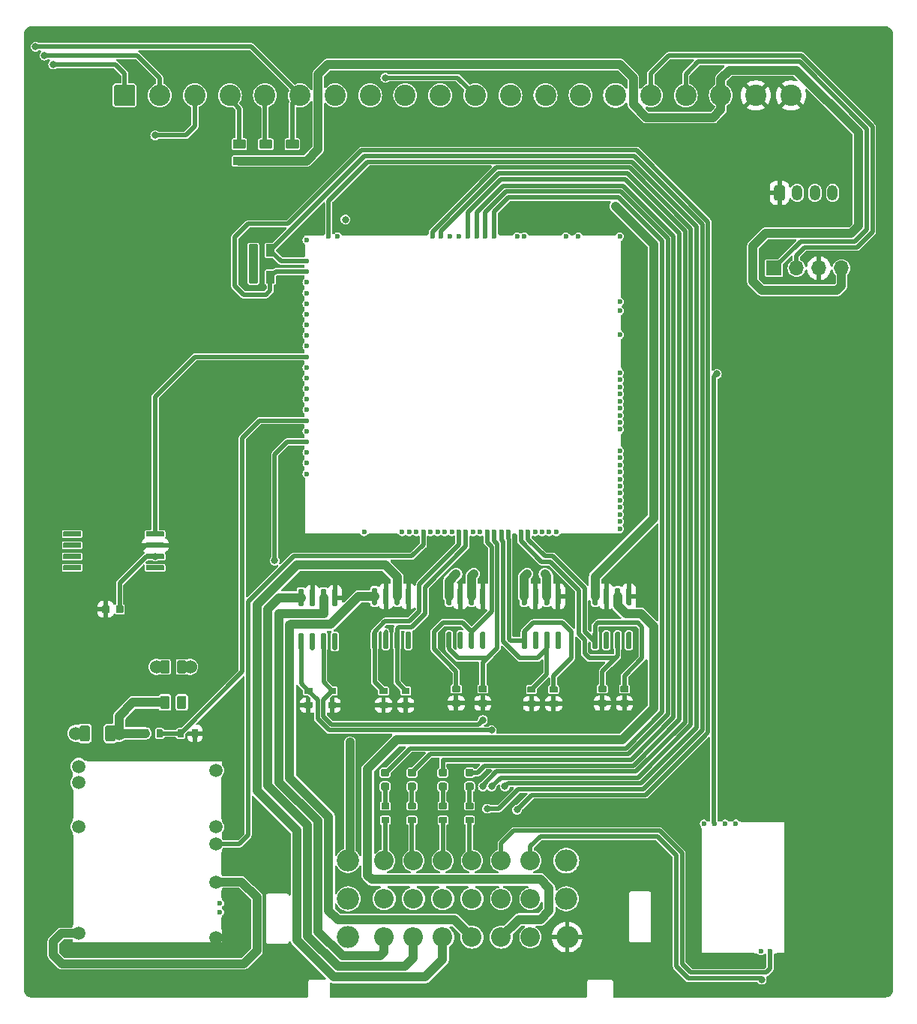
<source format=gtl>
G04 #@! TF.GenerationSoftware,KiCad,Pcbnew,8.0.9-8.0.9-0~ubuntu24.04.1*
G04 #@! TF.CreationDate,2025-04-19T19:35:51+00:00*
G04 #@! TF.ProjectId,stabiljr,73746162-696c-46a7-922e-6b696361645f,V1*
G04 #@! TF.SameCoordinates,PX3a2c940PY8e93060*
G04 #@! TF.FileFunction,Copper,L1,Top*
G04 #@! TF.FilePolarity,Positive*
%FSLAX46Y46*%
G04 Gerber Fmt 4.6, Leading zero omitted, Abs format (unit mm)*
G04 Created by KiCad (PCBNEW 8.0.9-8.0.9-0~ubuntu24.04.1) date 2025-04-19 19:35:51*
%MOMM*%
%LPD*%
G01*
G04 APERTURE LIST*
G04 #@! TA.AperFunction,ComponentPad*
%ADD10C,1.524000*%
G04 #@! TD*
G04 #@! TA.AperFunction,ComponentPad*
%ADD11C,0.600000*%
G04 #@! TD*
G04 #@! TA.AperFunction,SMDPad,CuDef*
%ADD12R,6.185000X0.250000*%
G04 #@! TD*
G04 #@! TA.AperFunction,SMDPad,CuDef*
%ADD13R,1.115000X0.250000*%
G04 #@! TD*
G04 #@! TA.AperFunction,SMDPad,CuDef*
%ADD14R,0.250000X14.275000*%
G04 #@! TD*
G04 #@! TA.AperFunction,SMDPad,CuDef*
%ADD15R,0.250000X15.100000*%
G04 #@! TD*
G04 #@! TA.AperFunction,SMDPad,CuDef*
%ADD16R,5.175000X0.250000*%
G04 #@! TD*
G04 #@! TA.AperFunction,ComponentPad*
%ADD17O,1.200000X1.750000*%
G04 #@! TD*
G04 #@! TA.AperFunction,ComponentPad*
%ADD18C,1.500000*%
G04 #@! TD*
G04 #@! TA.AperFunction,SMDPad,CuDef*
%ADD19O,0.200000X3.300000*%
G04 #@! TD*
G04 #@! TA.AperFunction,SMDPad,CuDef*
%ADD20O,0.200000X10.200000*%
G04 #@! TD*
G04 #@! TA.AperFunction,SMDPad,CuDef*
%ADD21O,0.200000X0.300000*%
G04 #@! TD*
G04 #@! TA.AperFunction,SMDPad,CuDef*
%ADD22O,17.000000X0.200000*%
G04 #@! TD*
G04 #@! TA.AperFunction,SMDPad,CuDef*
%ADD23O,15.400000X0.200000*%
G04 #@! TD*
G04 #@! TA.AperFunction,SMDPad,CuDef*
%ADD24O,0.200000X4.800000*%
G04 #@! TD*
G04 #@! TA.AperFunction,SMDPad,CuDef*
%ADD25O,0.200000X2.600000*%
G04 #@! TD*
G04 #@! TA.AperFunction,SMDPad,CuDef*
%ADD26O,0.200000X1.000000*%
G04 #@! TD*
G04 #@! TA.AperFunction,SMDPad,CuDef*
%ADD27O,0.200000X1.500000*%
G04 #@! TD*
G04 #@! TA.AperFunction,ComponentPad*
%ADD28R,1.700000X1.700000*%
G04 #@! TD*
G04 #@! TA.AperFunction,ComponentPad*
%ADD29O,1.700000X1.700000*%
G04 #@! TD*
G04 #@! TA.AperFunction,ComponentPad*
%ADD30O,2.500000X2.500000*%
G04 #@! TD*
G04 #@! TA.AperFunction,ComponentPad*
%ADD31O,2.200000X2.200000*%
G04 #@! TD*
G04 #@! TA.AperFunction,SMDPad,CuDef*
%ADD32R,3.700000X0.200000*%
G04 #@! TD*
G04 #@! TA.AperFunction,SMDPad,CuDef*
%ADD33R,0.400000X0.200000*%
G04 #@! TD*
G04 #@! TA.AperFunction,SMDPad,CuDef*
%ADD34R,1.600000X0.200000*%
G04 #@! TD*
G04 #@! TA.AperFunction,SMDPad,CuDef*
%ADD35R,9.700000X0.200000*%
G04 #@! TD*
G04 #@! TA.AperFunction,SMDPad,CuDef*
%ADD36R,2.300000X0.200000*%
G04 #@! TD*
G04 #@! TA.AperFunction,SMDPad,CuDef*
%ADD37R,0.200000X1.400000*%
G04 #@! TD*
G04 #@! TA.AperFunction,SMDPad,CuDef*
%ADD38R,0.200000X6.400000*%
G04 #@! TD*
G04 #@! TA.AperFunction,SMDPad,CuDef*
%ADD39R,0.200000X1.700000*%
G04 #@! TD*
G04 #@! TA.AperFunction,SMDPad,CuDef*
%ADD40R,0.200000X3.300000*%
G04 #@! TD*
G04 #@! TA.AperFunction,SMDPad,CuDef*
%ADD41R,7.000000X0.200000*%
G04 #@! TD*
G04 #@! TA.AperFunction,SMDPad,CuDef*
%ADD42R,3.300000X0.200000*%
G04 #@! TD*
G04 #@! TA.AperFunction,SMDPad,CuDef*
%ADD43R,6.300000X0.200000*%
G04 #@! TD*
G04 #@! TA.AperFunction,ComponentPad*
%ADD44C,2.400000*%
G04 #@! TD*
G04 #@! TA.AperFunction,ViaPad*
%ADD45C,0.800000*%
G04 #@! TD*
G04 #@! TA.AperFunction,Conductor*
%ADD46C,0.500000*%
G04 #@! TD*
G04 #@! TA.AperFunction,Conductor*
%ADD47C,1.000000*%
G04 #@! TD*
G04 APERTURE END LIST*
G04 #@! TO.P,R1,1*
G04 #@! TO.N,/AUX GROUP 1/IN2*
G04 #@! TA.AperFunction,SMDPad,CuDef*
G36*
G01*
X31905000Y35150000D02*
X32685000Y35150000D01*
G75*
G02*
X32755000Y35080000I0J-70000D01*
G01*
X32755000Y34520000D01*
G75*
G02*
X32685000Y34450000I-70000J0D01*
G01*
X31905000Y34450000D01*
G75*
G02*
X31835000Y34520000I0J70000D01*
G01*
X31835000Y35080000D01*
G75*
G02*
X31905000Y35150000I70000J0D01*
G01*
G37*
G04 #@! TD.AperFunction*
G04 #@! TO.P,R1,2*
G04 #@! TO.N,GND*
G04 #@! TA.AperFunction,SMDPad,CuDef*
G36*
G01*
X31905000Y33550000D02*
X32685000Y33550000D01*
G75*
G02*
X32755000Y33480000I0J-70000D01*
G01*
X32755000Y32920000D01*
G75*
G02*
X32685000Y32850000I-70000J0D01*
G01*
X31905000Y32850000D01*
G75*
G02*
X31835000Y32920000I0J70000D01*
G01*
X31835000Y33480000D01*
G75*
G02*
X31905000Y33550000I70000J0D01*
G01*
G37*
G04 #@! TD.AperFunction*
G04 #@! TD*
G04 #@! TO.P,R22,1*
G04 #@! TO.N,GND*
G04 #@! TA.AperFunction,SMDPad,CuDef*
G36*
G01*
X57890000Y33000000D02*
X57110000Y33000000D01*
G75*
G02*
X57040000Y33070000I0J70000D01*
G01*
X57040000Y33630000D01*
G75*
G02*
X57110000Y33700000I70000J0D01*
G01*
X57890000Y33700000D01*
G75*
G02*
X57960000Y33630000I0J-70000D01*
G01*
X57960000Y33070000D01*
G75*
G02*
X57890000Y33000000I-70000J0D01*
G01*
G37*
G04 #@! TD.AperFunction*
G04 #@! TO.P,R22,2*
G04 #@! TO.N,/ENJEKTOR/IN2*
G04 #@! TA.AperFunction,SMDPad,CuDef*
G36*
G01*
X57890000Y34600000D02*
X57110000Y34600000D01*
G75*
G02*
X57040000Y34670000I0J70000D01*
G01*
X57040000Y35230000D01*
G75*
G02*
X57110000Y35300000I70000J0D01*
G01*
X57890000Y35300000D01*
G75*
G02*
X57960000Y35230000I0J-70000D01*
G01*
X57960000Y34670000D01*
G75*
G02*
X57890000Y34600000I-70000J0D01*
G01*
G37*
G04 #@! TD.AperFunction*
G04 #@! TD*
G04 #@! TO.P,MAP1,1*
G04 #@! TO.N,unconnected-(MAP1-Pad1)*
G04 #@! TA.AperFunction,SMDPad,CuDef*
G36*
G01*
X16010000Y48943700D02*
X16010000Y48436300D01*
G75*
G02*
X15968700Y48395000I-41300J0D01*
G01*
X14031300Y48395000D01*
G75*
G02*
X13990000Y48436300I0J41300D01*
G01*
X13990000Y48943700D01*
G75*
G02*
X14031300Y48985000I41300J0D01*
G01*
X15968700Y48985000D01*
G75*
G02*
X16010000Y48943700I0J-41300D01*
G01*
G37*
G04 #@! TD.AperFunction*
G04 #@! TO.P,MAP1,2,Vs*
G04 #@! TO.N,+5VA*
G04 #@! TA.AperFunction,SMDPad,CuDef*
G36*
G01*
X16010000Y50213700D02*
X16010000Y49706300D01*
G75*
G02*
X15968700Y49665000I-41300J0D01*
G01*
X14031300Y49665000D01*
G75*
G02*
X13990000Y49706300I0J41300D01*
G01*
X13990000Y50213700D01*
G75*
G02*
X14031300Y50255000I41300J0D01*
G01*
X15968700Y50255000D01*
G75*
G02*
X16010000Y50213700I0J-41300D01*
G01*
G37*
G04 #@! TD.AperFunction*
G04 #@! TO.P,MAP1,3,GND*
G04 #@! TO.N,GND*
G04 #@! TA.AperFunction,SMDPad,CuDef*
G36*
G01*
X16010000Y51483700D02*
X16010000Y50976300D01*
G75*
G02*
X15968700Y50935000I-41300J0D01*
G01*
X14031300Y50935000D01*
G75*
G02*
X13990000Y50976300I0J41300D01*
G01*
X13990000Y51483700D01*
G75*
G02*
X14031300Y51525000I41300J0D01*
G01*
X15968700Y51525000D01*
G75*
G02*
X16010000Y51483700I0J-41300D01*
G01*
G37*
G04 #@! TD.AperFunction*
G04 #@! TO.P,MAP1,4,Vout*
G04 #@! TO.N,/INTERNAL_MAP*
G04 #@! TA.AperFunction,SMDPad,CuDef*
G36*
G01*
X16010000Y52753700D02*
X16010000Y52246300D01*
G75*
G02*
X15968700Y52205000I-41300J0D01*
G01*
X14031300Y52205000D01*
G75*
G02*
X13990000Y52246300I0J41300D01*
G01*
X13990000Y52753700D01*
G75*
G02*
X14031300Y52795000I41300J0D01*
G01*
X15968700Y52795000D01*
G75*
G02*
X16010000Y52753700I0J-41300D01*
G01*
G37*
G04 #@! TD.AperFunction*
G04 #@! TO.P,MAP1,5*
G04 #@! TO.N,unconnected-(MAP1-Pad5)*
G04 #@! TA.AperFunction,SMDPad,CuDef*
G36*
G01*
X6650000Y52753700D02*
X6650000Y52246300D01*
G75*
G02*
X6608700Y52205000I-41300J0D01*
G01*
X4671300Y52205000D01*
G75*
G02*
X4630000Y52246300I0J41300D01*
G01*
X4630000Y52753700D01*
G75*
G02*
X4671300Y52795000I41300J0D01*
G01*
X6608700Y52795000D01*
G75*
G02*
X6650000Y52753700I0J-41300D01*
G01*
G37*
G04 #@! TD.AperFunction*
G04 #@! TO.P,MAP1,6*
G04 #@! TO.N,unconnected-(MAP1-Pad6)*
G04 #@! TA.AperFunction,SMDPad,CuDef*
G36*
G01*
X6650000Y51483700D02*
X6650000Y50976300D01*
G75*
G02*
X6608700Y50935000I-41300J0D01*
G01*
X4671300Y50935000D01*
G75*
G02*
X4630000Y50976300I0J41300D01*
G01*
X4630000Y51483700D01*
G75*
G02*
X4671300Y51525000I41300J0D01*
G01*
X6608700Y51525000D01*
G75*
G02*
X6650000Y51483700I0J-41300D01*
G01*
G37*
G04 #@! TD.AperFunction*
G04 #@! TO.P,MAP1,7*
G04 #@! TO.N,unconnected-(MAP1-Pad7)*
G04 #@! TA.AperFunction,SMDPad,CuDef*
G36*
G01*
X6650000Y50213700D02*
X6650000Y49706300D01*
G75*
G02*
X6608700Y49665000I-41300J0D01*
G01*
X4671300Y49665000D01*
G75*
G02*
X4630000Y49706300I0J41300D01*
G01*
X4630000Y50213700D01*
G75*
G02*
X4671300Y50255000I41300J0D01*
G01*
X6608700Y50255000D01*
G75*
G02*
X6650000Y50213700I0J-41300D01*
G01*
G37*
G04 #@! TD.AperFunction*
G04 #@! TO.P,MAP1,8*
G04 #@! TO.N,unconnected-(MAP1-Pad8)*
G04 #@! TA.AperFunction,SMDPad,CuDef*
G36*
G01*
X6650000Y48943700D02*
X6650000Y48436300D01*
G75*
G02*
X6608700Y48395000I-41300J0D01*
G01*
X4671300Y48395000D01*
G75*
G02*
X4630000Y48436300I0J41300D01*
G01*
X4630000Y48943700D01*
G75*
G02*
X4671300Y48985000I41300J0D01*
G01*
X6608700Y48985000D01*
G75*
G02*
X6650000Y48943700I0J-41300D01*
G01*
G37*
G04 #@! TD.AperFunction*
G04 #@! TD*
D10*
G04 #@! TO.P,R9,1,1*
G04 #@! TO.N,Net-(M1-PG_5VP)*
X15144979Y37500000D03*
G04 #@! TA.AperFunction,SMDPad,CuDef*
G36*
G01*
X15599978Y36875000D02*
X15599978Y38125000D01*
G75*
G02*
X15699978Y38225000I100000J0D01*
G01*
X16499978Y38225000D01*
G75*
G02*
X16599978Y38125000I0J-100000D01*
G01*
X16599978Y36875000D01*
G75*
G02*
X16499978Y36775000I-100000J0D01*
G01*
X15699978Y36775000D01*
G75*
G02*
X15599978Y36875000I0J100000D01*
G01*
G37*
G04 #@! TD.AperFunction*
G04 #@! TO.P,R9,2,2*
G04 #@! TO.N,/PG_5VP*
G04 #@! TA.AperFunction,SMDPad,CuDef*
G36*
G01*
X17500000Y36875000D02*
X17500000Y38125000D01*
G75*
G02*
X17600000Y38225000I100000J0D01*
G01*
X18400000Y38225000D01*
G75*
G02*
X18500000Y38125000I0J-100000D01*
G01*
X18500000Y36875000D01*
G75*
G02*
X18400000Y36775000I-100000J0D01*
G01*
X17600000Y36775000D01*
G75*
G02*
X17500000Y36875000I0J100000D01*
G01*
G37*
G04 #@! TD.AperFunction*
X18954979Y37500000D03*
G04 #@! TD*
G04 #@! TO.P,R11,1*
G04 #@! TO.N,/BOB\u0130N 1*
G04 #@! TA.AperFunction,SMDPad,CuDef*
G36*
G01*
X41390000Y19850000D02*
X40610000Y19850000D01*
G75*
G02*
X40540000Y19920000I0J70000D01*
G01*
X40540000Y20480000D01*
G75*
G02*
X40610000Y20550000I70000J0D01*
G01*
X41390000Y20550000D01*
G75*
G02*
X41460000Y20480000I0J-70000D01*
G01*
X41460000Y19920000D01*
G75*
G02*
X41390000Y19850000I-70000J0D01*
G01*
G37*
G04 #@! TD.AperFunction*
G04 #@! TO.P,R11,2*
G04 #@! TO.N,Net-(F11-Pad1)*
G04 #@! TA.AperFunction,SMDPad,CuDef*
G36*
G01*
X41390000Y21450000D02*
X40610000Y21450000D01*
G75*
G02*
X40540000Y21520000I0J70000D01*
G01*
X40540000Y22080000D01*
G75*
G02*
X40610000Y22150000I70000J0D01*
G01*
X41390000Y22150000D01*
G75*
G02*
X41460000Y22080000I0J-70000D01*
G01*
X41460000Y21520000D01*
G75*
G02*
X41390000Y21450000I-70000J0D01*
G01*
G37*
G04 #@! TD.AperFunction*
G04 #@! TD*
G04 #@! TO.P,R14,1*
G04 #@! TO.N,/BOB\u0130N 4*
G04 #@! TA.AperFunction,SMDPad,CuDef*
G36*
G01*
X50890000Y19850000D02*
X50110000Y19850000D01*
G75*
G02*
X50040000Y19920000I0J70000D01*
G01*
X50040000Y20480000D01*
G75*
G02*
X50110000Y20550000I70000J0D01*
G01*
X50890000Y20550000D01*
G75*
G02*
X50960000Y20480000I0J-70000D01*
G01*
X50960000Y19920000D01*
G75*
G02*
X50890000Y19850000I-70000J0D01*
G01*
G37*
G04 #@! TD.AperFunction*
G04 #@! TO.P,R14,2*
G04 #@! TO.N,Net-(F14-Pad1)*
G04 #@! TA.AperFunction,SMDPad,CuDef*
G36*
G01*
X50890000Y21450000D02*
X50110000Y21450000D01*
G75*
G02*
X50040000Y21520000I0J70000D01*
G01*
X50040000Y22080000D01*
G75*
G02*
X50110000Y22150000I70000J0D01*
G01*
X50890000Y22150000D01*
G75*
G02*
X50960000Y22080000I0J-70000D01*
G01*
X50960000Y21520000D01*
G75*
G02*
X50890000Y21450000I-70000J0D01*
G01*
G37*
G04 #@! TD.AperFunction*
G04 #@! TD*
G04 #@! TO.P,F11,1*
G04 #@! TO.N,Net-(F11-Pad1)*
G04 #@! TA.AperFunction,SMDPad,CuDef*
G36*
G01*
X41226250Y23562500D02*
X40713750Y23562500D01*
G75*
G02*
X40495000Y23781250I0J218750D01*
G01*
X40495000Y24218750D01*
G75*
G02*
X40713750Y24437500I218750J0D01*
G01*
X41226250Y24437500D01*
G75*
G02*
X41445000Y24218750I0J-218750D01*
G01*
X41445000Y23781250D01*
G75*
G02*
X41226250Y23562500I-218750J0D01*
G01*
G37*
G04 #@! TD.AperFunction*
G04 #@! TO.P,F11,2*
G04 #@! TO.N,/BOBIN/IN1*
G04 #@! TA.AperFunction,SMDPad,CuDef*
G36*
G01*
X41226250Y25137500D02*
X40713750Y25137500D01*
G75*
G02*
X40495000Y25356250I0J218750D01*
G01*
X40495000Y25793750D01*
G75*
G02*
X40713750Y26012500I218750J0D01*
G01*
X41226250Y26012500D01*
G75*
G02*
X41445000Y25793750I0J-218750D01*
G01*
X41445000Y25356250D01*
G75*
G02*
X41226250Y25137500I-218750J0D01*
G01*
G37*
G04 #@! TD.AperFunction*
G04 #@! TD*
G04 #@! TO.P,U2,1,IN1*
G04 #@! TO.N,/AUX GROUP 2/IN2*
G04 #@! TA.AperFunction,SMDPad,CuDef*
G36*
G01*
X39935000Y39525000D02*
X39635000Y39525000D01*
G75*
G02*
X39485000Y39675000I0J150000D01*
G01*
X39485000Y41325000D01*
G75*
G02*
X39635000Y41475000I150000J0D01*
G01*
X39935000Y41475000D01*
G75*
G02*
X40085000Y41325000I0J-150000D01*
G01*
X40085000Y39675000D01*
G75*
G02*
X39935000Y39525000I-150000J0D01*
G01*
G37*
G04 #@! TD.AperFunction*
G04 #@! TO.P,U2,2,STATUS1*
G04 #@! TO.N,unconnected-(U2-STATUS1-Pad2)*
G04 #@! TA.AperFunction,SMDPad,CuDef*
G36*
G01*
X41205000Y39525000D02*
X40905000Y39525000D01*
G75*
G02*
X40755000Y39675000I0J150000D01*
G01*
X40755000Y41325000D01*
G75*
G02*
X40905000Y41475000I150000J0D01*
G01*
X41205000Y41475000D01*
G75*
G02*
X41355000Y41325000I0J-150000D01*
G01*
X41355000Y39675000D01*
G75*
G02*
X41205000Y39525000I-150000J0D01*
G01*
G37*
G04 #@! TD.AperFunction*
G04 #@! TO.P,U2,3,IN2*
G04 #@! TO.N,/AUX GROUP 2/IN1*
G04 #@! TA.AperFunction,SMDPad,CuDef*
G36*
G01*
X42475000Y39525000D02*
X42175000Y39525000D01*
G75*
G02*
X42025000Y39675000I0J150000D01*
G01*
X42025000Y41325000D01*
G75*
G02*
X42175000Y41475000I150000J0D01*
G01*
X42475000Y41475000D01*
G75*
G02*
X42625000Y41325000I0J-150000D01*
G01*
X42625000Y39675000D01*
G75*
G02*
X42475000Y39525000I-150000J0D01*
G01*
G37*
G04 #@! TD.AperFunction*
G04 #@! TO.P,U2,4,STATUS2*
G04 #@! TO.N,unconnected-(U2-STATUS2-Pad4)*
G04 #@! TA.AperFunction,SMDPad,CuDef*
G36*
G01*
X43745000Y39525000D02*
X43445000Y39525000D01*
G75*
G02*
X43295000Y39675000I0J150000D01*
G01*
X43295000Y41325000D01*
G75*
G02*
X43445000Y41475000I150000J0D01*
G01*
X43745000Y41475000D01*
G75*
G02*
X43895000Y41325000I0J-150000D01*
G01*
X43895000Y39675000D01*
G75*
G02*
X43745000Y39525000I-150000J0D01*
G01*
G37*
G04 #@! TD.AperFunction*
G04 #@! TO.P,U2,5,S2*
G04 #@! TO.N,GND*
G04 #@! TA.AperFunction,SMDPad,CuDef*
G36*
G01*
X43745000Y44475000D02*
X43445000Y44475000D01*
G75*
G02*
X43295000Y44625000I0J150000D01*
G01*
X43295000Y46275000D01*
G75*
G02*
X43445000Y46425000I150000J0D01*
G01*
X43745000Y46425000D01*
G75*
G02*
X43895000Y46275000I0J-150000D01*
G01*
X43895000Y44625000D01*
G75*
G02*
X43745000Y44475000I-150000J0D01*
G01*
G37*
G04 #@! TD.AperFunction*
G04 #@! TO.P,U2,6,D2*
G04 #@! TO.N,/\u00C7IKI\u015E 3*
G04 #@! TA.AperFunction,SMDPad,CuDef*
G36*
G01*
X42475000Y44475000D02*
X42175000Y44475000D01*
G75*
G02*
X42025000Y44625000I0J150000D01*
G01*
X42025000Y46275000D01*
G75*
G02*
X42175000Y46425000I150000J0D01*
G01*
X42475000Y46425000D01*
G75*
G02*
X42625000Y46275000I0J-150000D01*
G01*
X42625000Y44625000D01*
G75*
G02*
X42475000Y44475000I-150000J0D01*
G01*
G37*
G04 #@! TD.AperFunction*
G04 #@! TO.P,U2,7,S1*
G04 #@! TO.N,GND*
G04 #@! TA.AperFunction,SMDPad,CuDef*
G36*
G01*
X41205000Y44475000D02*
X40905000Y44475000D01*
G75*
G02*
X40755000Y44625000I0J150000D01*
G01*
X40755000Y46275000D01*
G75*
G02*
X40905000Y46425000I150000J0D01*
G01*
X41205000Y46425000D01*
G75*
G02*
X41355000Y46275000I0J-150000D01*
G01*
X41355000Y44625000D01*
G75*
G02*
X41205000Y44475000I-150000J0D01*
G01*
G37*
G04 #@! TD.AperFunction*
G04 #@! TO.P,U2,8,D1*
G04 #@! TO.N,/\u00C7IKI\u015E 4*
G04 #@! TA.AperFunction,SMDPad,CuDef*
G36*
G01*
X39935000Y44475000D02*
X39635000Y44475000D01*
G75*
G02*
X39485000Y44625000I0J150000D01*
G01*
X39485000Y46275000D01*
G75*
G02*
X39635000Y46425000I150000J0D01*
G01*
X39935000Y46425000D01*
G75*
G02*
X40085000Y46275000I0J-150000D01*
G01*
X40085000Y44625000D01*
G75*
G02*
X39935000Y44475000I-150000J0D01*
G01*
G37*
G04 #@! TD.AperFunction*
G04 #@! TD*
G04 #@! TO.P,R32,1*
G04 #@! TO.N,/IN_BUTTON2*
G04 #@! TA.AperFunction,SMDPad,CuDef*
G36*
G01*
X26875000Y97000000D02*
X28125000Y97000000D01*
G75*
G02*
X28225000Y96900000I0J-100000D01*
G01*
X28225000Y96100000D01*
G75*
G02*
X28125000Y96000000I-100000J0D01*
G01*
X26875000Y96000000D01*
G75*
G02*
X26775000Y96100000I0J100000D01*
G01*
X26775000Y96900000D01*
G75*
G02*
X26875000Y97000000I100000J0D01*
G01*
G37*
G04 #@! TD.AperFunction*
G04 #@! TO.P,R32,2*
G04 #@! TO.N,+5VA*
G04 #@! TA.AperFunction,SMDPad,CuDef*
G36*
G01*
X26875000Y95099978D02*
X28125000Y95099978D01*
G75*
G02*
X28225000Y94999978I0J-100000D01*
G01*
X28225000Y94199978D01*
G75*
G02*
X28125000Y94099978I-100000J0D01*
G01*
X26875000Y94099978D01*
G75*
G02*
X26775000Y94199978I0J100000D01*
G01*
X26775000Y94999978D01*
G75*
G02*
X26875000Y95099978I100000J0D01*
G01*
G37*
G04 #@! TD.AperFunction*
G04 #@! TD*
G04 #@! TO.P,R4,1*
G04 #@! TO.N,/AUX GROUP 2/IN1*
G04 #@! TA.AperFunction,SMDPad,CuDef*
G36*
G01*
X42905000Y35150000D02*
X43685000Y35150000D01*
G75*
G02*
X43755000Y35080000I0J-70000D01*
G01*
X43755000Y34520000D01*
G75*
G02*
X43685000Y34450000I-70000J0D01*
G01*
X42905000Y34450000D01*
G75*
G02*
X42835000Y34520000I0J70000D01*
G01*
X42835000Y35080000D01*
G75*
G02*
X42905000Y35150000I70000J0D01*
G01*
G37*
G04 #@! TD.AperFunction*
G04 #@! TO.P,R4,2*
G04 #@! TO.N,GND*
G04 #@! TA.AperFunction,SMDPad,CuDef*
G36*
G01*
X42905000Y33550000D02*
X43685000Y33550000D01*
G75*
G02*
X43755000Y33480000I0J-70000D01*
G01*
X43755000Y32920000D01*
G75*
G02*
X43685000Y32850000I-70000J0D01*
G01*
X42905000Y32850000D01*
G75*
G02*
X42835000Y32920000I0J70000D01*
G01*
X42835000Y33480000D01*
G75*
G02*
X42905000Y33550000I70000J0D01*
G01*
G37*
G04 #@! TD.AperFunction*
G04 #@! TD*
G04 #@! TO.P,R24,1*
G04 #@! TO.N,GND*
G04 #@! TA.AperFunction,SMDPad,CuDef*
G36*
G01*
X49390000Y33050000D02*
X48610000Y33050000D01*
G75*
G02*
X48540000Y33120000I0J70000D01*
G01*
X48540000Y33680000D01*
G75*
G02*
X48610000Y33750000I70000J0D01*
G01*
X49390000Y33750000D01*
G75*
G02*
X49460000Y33680000I0J-70000D01*
G01*
X49460000Y33120000D01*
G75*
G02*
X49390000Y33050000I-70000J0D01*
G01*
G37*
G04 #@! TD.AperFunction*
G04 #@! TO.P,R24,2*
G04 #@! TO.N,/ENJEKTOR/IN4*
G04 #@! TA.AperFunction,SMDPad,CuDef*
G36*
G01*
X49390000Y34650000D02*
X48610000Y34650000D01*
G75*
G02*
X48540000Y34720000I0J70000D01*
G01*
X48540000Y35280000D01*
G75*
G02*
X48610000Y35350000I70000J0D01*
G01*
X49390000Y35350000D01*
G75*
G02*
X49460000Y35280000I0J-70000D01*
G01*
X49460000Y34720000D01*
G75*
G02*
X49390000Y34650000I-70000J0D01*
G01*
G37*
G04 #@! TD.AperFunction*
G04 #@! TD*
D11*
G04 #@! TO.P,M4,E1,NC*
G04 #@! TO.N,unconnected-(M4-NC-PadE1)*
X79375000Y19825000D03*
G04 #@! TO.P,M4,E2,NC*
G04 #@! TO.N,unconnected-(M4-NC-PadE2)*
X80575000Y19825000D03*
G04 #@! TO.P,M4,E3,OUT*
G04 #@! TO.N,/VR_MAX9924*
X78175000Y19825000D03*
G04 #@! TO.P,M4,E4,V5_IN*
G04 #@! TO.N,+5VA*
X76975000Y19825000D03*
D12*
G04 #@! TO.P,M4,G,GND*
G04 #@! TO.N,GND*
X79642500Y5175000D03*
D13*
X85692500Y5175000D03*
D14*
X76675000Y12187500D03*
D15*
X86125000Y12600000D03*
D16*
X83662500Y20025000D03*
D11*
G04 #@! TO.P,M4,W1,VR-*
G04 #@! TO.N,/VR_MAX9924-*
X83435000Y5400000D03*
G04 #@! TO.P,M4,W2,VR+*
G04 #@! TO.N,/VR_MAX9924+*
X84435000Y5400000D03*
G04 #@! TD*
G04 #@! TO.P,USB1,1,Pin_1*
G04 #@! TO.N,GND*
G04 #@! TA.AperFunction,ComponentPad*
G36*
G01*
X84900000Y90375000D02*
X84900000Y91625000D01*
G75*
G02*
X85150000Y91875000I250000J0D01*
G01*
X85850000Y91875000D01*
G75*
G02*
X86100000Y91625000I0J-250000D01*
G01*
X86100000Y90375000D01*
G75*
G02*
X85850000Y90125000I-250000J0D01*
G01*
X85150000Y90125000D01*
G75*
G02*
X84900000Y90375000I0J250000D01*
G01*
G37*
G04 #@! TD.AperFunction*
D17*
G04 #@! TO.P,USB1,2,Pin_2*
G04 #@! TO.N,/USB+*
X87500000Y91000000D03*
G04 #@! TO.P,USB1,3,Pin_3*
G04 #@! TO.N,/USB-*
X89500000Y91000000D03*
G04 #@! TO.P,USB1,4,Pin_4*
G04 #@! TO.N,/VBUS*
X91500000Y91000000D03*
G04 #@! TD*
G04 #@! TO.P,R3,1*
G04 #@! TO.N,/AUX GROUP 2/IN2*
G04 #@! TA.AperFunction,SMDPad,CuDef*
G36*
G01*
X40405000Y35150000D02*
X41185000Y35150000D01*
G75*
G02*
X41255000Y35080000I0J-70000D01*
G01*
X41255000Y34520000D01*
G75*
G02*
X41185000Y34450000I-70000J0D01*
G01*
X40405000Y34450000D01*
G75*
G02*
X40335000Y34520000I0J70000D01*
G01*
X40335000Y35080000D01*
G75*
G02*
X40405000Y35150000I70000J0D01*
G01*
G37*
G04 #@! TD.AperFunction*
G04 #@! TO.P,R3,2*
G04 #@! TO.N,GND*
G04 #@! TA.AperFunction,SMDPad,CuDef*
G36*
G01*
X40405000Y33550000D02*
X41185000Y33550000D01*
G75*
G02*
X41255000Y33480000I0J-70000D01*
G01*
X41255000Y32920000D01*
G75*
G02*
X41185000Y32850000I-70000J0D01*
G01*
X40405000Y32850000D01*
G75*
G02*
X40335000Y32920000I0J70000D01*
G01*
X40335000Y33480000D01*
G75*
G02*
X40405000Y33550000I70000J0D01*
G01*
G37*
G04 #@! TD.AperFunction*
G04 #@! TD*
G04 #@! TO.P,R5,1*
G04 #@! TO.N,/AUX GROUP 3/IN2*
G04 #@! TA.AperFunction,SMDPad,CuDef*
G36*
G01*
X67610000Y35350000D02*
X68390000Y35350000D01*
G75*
G02*
X68460000Y35280000I0J-70000D01*
G01*
X68460000Y34720000D01*
G75*
G02*
X68390000Y34650000I-70000J0D01*
G01*
X67610000Y34650000D01*
G75*
G02*
X67540000Y34720000I0J70000D01*
G01*
X67540000Y35280000D01*
G75*
G02*
X67610000Y35350000I70000J0D01*
G01*
G37*
G04 #@! TD.AperFunction*
G04 #@! TO.P,R5,2*
G04 #@! TO.N,GND*
G04 #@! TA.AperFunction,SMDPad,CuDef*
G36*
G01*
X67610000Y33750000D02*
X68390000Y33750000D01*
G75*
G02*
X68460000Y33680000I0J-70000D01*
G01*
X68460000Y33120000D01*
G75*
G02*
X68390000Y33050000I-70000J0D01*
G01*
X67610000Y33050000D01*
G75*
G02*
X67540000Y33120000I0J70000D01*
G01*
X67540000Y33680000D01*
G75*
G02*
X67610000Y33750000I70000J0D01*
G01*
G37*
G04 #@! TD.AperFunction*
G04 #@! TD*
G04 #@! TO.P,R31,1*
G04 #@! TO.N,/IN_BUTTON1*
G04 #@! TA.AperFunction,SMDPad,CuDef*
G36*
G01*
X23875000Y97000000D02*
X25125000Y97000000D01*
G75*
G02*
X25225000Y96900000I0J-100000D01*
G01*
X25225000Y96100000D01*
G75*
G02*
X25125000Y96000000I-100000J0D01*
G01*
X23875000Y96000000D01*
G75*
G02*
X23775000Y96100000I0J100000D01*
G01*
X23775000Y96900000D01*
G75*
G02*
X23875000Y97000000I100000J0D01*
G01*
G37*
G04 #@! TD.AperFunction*
G04 #@! TO.P,R31,2*
G04 #@! TO.N,+5VA*
G04 #@! TA.AperFunction,SMDPad,CuDef*
G36*
G01*
X23875000Y95099978D02*
X25125000Y95099978D01*
G75*
G02*
X25225000Y94999978I0J-100000D01*
G01*
X25225000Y94199978D01*
G75*
G02*
X25125000Y94099978I-100000J0D01*
G01*
X23875000Y94099978D01*
G75*
G02*
X23775000Y94199978I0J100000D01*
G01*
X23775000Y94999978D01*
G75*
G02*
X23875000Y95099978I100000J0D01*
G01*
G37*
G04 #@! TD.AperFunction*
G04 #@! TD*
G04 #@! TO.P,R41,1*
G04 #@! TO.N,+5VA*
G04 #@! TA.AperFunction,SMDPad,CuDef*
G36*
G01*
X25599978Y80875000D02*
X25599978Y82125000D01*
G75*
G02*
X25699978Y82225000I100000J0D01*
G01*
X26499978Y82225000D01*
G75*
G02*
X26599978Y82125000I0J-100000D01*
G01*
X26599978Y80875000D01*
G75*
G02*
X26499978Y80775000I-100000J0D01*
G01*
X25699978Y80775000D01*
G75*
G02*
X25599978Y80875000I0J100000D01*
G01*
G37*
G04 #@! TD.AperFunction*
G04 #@! TO.P,R41,2*
G04 #@! TO.N,/IN_IAT*
G04 #@! TA.AperFunction,SMDPad,CuDef*
G36*
G01*
X27500000Y80875000D02*
X27500000Y82125000D01*
G75*
G02*
X27600000Y82225000I100000J0D01*
G01*
X28400000Y82225000D01*
G75*
G02*
X28500000Y82125000I0J-100000D01*
G01*
X28500000Y80875000D01*
G75*
G02*
X28400000Y80775000I-100000J0D01*
G01*
X27600000Y80775000D01*
G75*
G02*
X27500000Y80875000I0J100000D01*
G01*
G37*
G04 #@! TD.AperFunction*
G04 #@! TD*
G04 #@! TO.P,R12,1*
G04 #@! TO.N,/BOB\u0130N 2*
G04 #@! TA.AperFunction,SMDPad,CuDef*
G36*
G01*
X44390000Y19850000D02*
X43610000Y19850000D01*
G75*
G02*
X43540000Y19920000I0J70000D01*
G01*
X43540000Y20480000D01*
G75*
G02*
X43610000Y20550000I70000J0D01*
G01*
X44390000Y20550000D01*
G75*
G02*
X44460000Y20480000I0J-70000D01*
G01*
X44460000Y19920000D01*
G75*
G02*
X44390000Y19850000I-70000J0D01*
G01*
G37*
G04 #@! TD.AperFunction*
G04 #@! TO.P,R12,2*
G04 #@! TO.N,Net-(F12-Pad1)*
G04 #@! TA.AperFunction,SMDPad,CuDef*
G36*
G01*
X44390000Y21450000D02*
X43610000Y21450000D01*
G75*
G02*
X43540000Y21520000I0J70000D01*
G01*
X43540000Y22080000D01*
G75*
G02*
X43610000Y22150000I70000J0D01*
G01*
X44390000Y22150000D01*
G75*
G02*
X44460000Y22080000I0J-70000D01*
G01*
X44460000Y21520000D01*
G75*
G02*
X44390000Y21450000I-70000J0D01*
G01*
G37*
G04 #@! TD.AperFunction*
G04 #@! TD*
G04 #@! TO.P,R42,1*
G04 #@! TO.N,+5VA*
G04 #@! TA.AperFunction,SMDPad,CuDef*
G36*
G01*
X25599978Y83875000D02*
X25599978Y85125000D01*
G75*
G02*
X25699978Y85225000I100000J0D01*
G01*
X26499978Y85225000D01*
G75*
G02*
X26599978Y85125000I0J-100000D01*
G01*
X26599978Y83875000D01*
G75*
G02*
X26499978Y83775000I-100000J0D01*
G01*
X25699978Y83775000D01*
G75*
G02*
X25599978Y83875000I0J100000D01*
G01*
G37*
G04 #@! TD.AperFunction*
G04 #@! TO.P,R42,2*
G04 #@! TO.N,/IN_CLT*
G04 #@! TA.AperFunction,SMDPad,CuDef*
G36*
G01*
X27500000Y83875000D02*
X27500000Y85125000D01*
G75*
G02*
X27600000Y85225000I100000J0D01*
G01*
X28400000Y85225000D01*
G75*
G02*
X28500000Y85125000I0J-100000D01*
G01*
X28500000Y83875000D01*
G75*
G02*
X28400000Y83775000I-100000J0D01*
G01*
X27600000Y83775000D01*
G75*
G02*
X27500000Y83875000I0J100000D01*
G01*
G37*
G04 #@! TD.AperFunction*
G04 #@! TD*
G04 #@! TO.P,U9,1,IN1*
G04 #@! TO.N,/ENJEKTOR/IN1*
G04 #@! TA.AperFunction,SMDPad,CuDef*
G36*
G01*
X56840000Y39525000D02*
X56540000Y39525000D01*
G75*
G02*
X56390000Y39675000I0J150000D01*
G01*
X56390000Y41325000D01*
G75*
G02*
X56540000Y41475000I150000J0D01*
G01*
X56840000Y41475000D01*
G75*
G02*
X56990000Y41325000I0J-150000D01*
G01*
X56990000Y39675000D01*
G75*
G02*
X56840000Y39525000I-150000J0D01*
G01*
G37*
G04 #@! TD.AperFunction*
G04 #@! TO.P,U9,2,STATUS1*
G04 #@! TO.N,unconnected-(U9-STATUS1-Pad2)*
G04 #@! TA.AperFunction,SMDPad,CuDef*
G36*
G01*
X58110000Y39525000D02*
X57810000Y39525000D01*
G75*
G02*
X57660000Y39675000I0J150000D01*
G01*
X57660000Y41325000D01*
G75*
G02*
X57810000Y41475000I150000J0D01*
G01*
X58110000Y41475000D01*
G75*
G02*
X58260000Y41325000I0J-150000D01*
G01*
X58260000Y39675000D01*
G75*
G02*
X58110000Y39525000I-150000J0D01*
G01*
G37*
G04 #@! TD.AperFunction*
G04 #@! TO.P,U9,3,IN2*
G04 #@! TO.N,/ENJEKTOR/IN2*
G04 #@! TA.AperFunction,SMDPad,CuDef*
G36*
G01*
X59380000Y39525000D02*
X59080000Y39525000D01*
G75*
G02*
X58930000Y39675000I0J150000D01*
G01*
X58930000Y41325000D01*
G75*
G02*
X59080000Y41475000I150000J0D01*
G01*
X59380000Y41475000D01*
G75*
G02*
X59530000Y41325000I0J-150000D01*
G01*
X59530000Y39675000D01*
G75*
G02*
X59380000Y39525000I-150000J0D01*
G01*
G37*
G04 #@! TD.AperFunction*
G04 #@! TO.P,U9,4,STATUS2*
G04 #@! TO.N,unconnected-(U9-STATUS2-Pad4)*
G04 #@! TA.AperFunction,SMDPad,CuDef*
G36*
G01*
X60650000Y39525000D02*
X60350000Y39525000D01*
G75*
G02*
X60200000Y39675000I0J150000D01*
G01*
X60200000Y41325000D01*
G75*
G02*
X60350000Y41475000I150000J0D01*
G01*
X60650000Y41475000D01*
G75*
G02*
X60800000Y41325000I0J-150000D01*
G01*
X60800000Y39675000D01*
G75*
G02*
X60650000Y39525000I-150000J0D01*
G01*
G37*
G04 #@! TD.AperFunction*
G04 #@! TO.P,U9,5,S2*
G04 #@! TO.N,GND*
G04 #@! TA.AperFunction,SMDPad,CuDef*
G36*
G01*
X60650000Y44475000D02*
X60350000Y44475000D01*
G75*
G02*
X60200000Y44625000I0J150000D01*
G01*
X60200000Y46275000D01*
G75*
G02*
X60350000Y46425000I150000J0D01*
G01*
X60650000Y46425000D01*
G75*
G02*
X60800000Y46275000I0J-150000D01*
G01*
X60800000Y44625000D01*
G75*
G02*
X60650000Y44475000I-150000J0D01*
G01*
G37*
G04 #@! TD.AperFunction*
G04 #@! TO.P,U9,6,D2*
G04 #@! TO.N,/ENJEKT\u00D6R 2*
G04 #@! TA.AperFunction,SMDPad,CuDef*
G36*
G01*
X59380000Y44475000D02*
X59080000Y44475000D01*
G75*
G02*
X58930000Y44625000I0J150000D01*
G01*
X58930000Y46275000D01*
G75*
G02*
X59080000Y46425000I150000J0D01*
G01*
X59380000Y46425000D01*
G75*
G02*
X59530000Y46275000I0J-150000D01*
G01*
X59530000Y44625000D01*
G75*
G02*
X59380000Y44475000I-150000J0D01*
G01*
G37*
G04 #@! TD.AperFunction*
G04 #@! TO.P,U9,7,S1*
G04 #@! TO.N,GND*
G04 #@! TA.AperFunction,SMDPad,CuDef*
G36*
G01*
X58110000Y44475000D02*
X57810000Y44475000D01*
G75*
G02*
X57660000Y44625000I0J150000D01*
G01*
X57660000Y46275000D01*
G75*
G02*
X57810000Y46425000I150000J0D01*
G01*
X58110000Y46425000D01*
G75*
G02*
X58260000Y46275000I0J-150000D01*
G01*
X58260000Y44625000D01*
G75*
G02*
X58110000Y44475000I-150000J0D01*
G01*
G37*
G04 #@! TD.AperFunction*
G04 #@! TO.P,U9,8,D1*
G04 #@! TO.N,/ENJEKT\u00D6R 1*
G04 #@! TA.AperFunction,SMDPad,CuDef*
G36*
G01*
X56840000Y44475000D02*
X56540000Y44475000D01*
G75*
G02*
X56390000Y44625000I0J150000D01*
G01*
X56390000Y46275000D01*
G75*
G02*
X56540000Y46425000I150000J0D01*
G01*
X56840000Y46425000D01*
G75*
G02*
X56990000Y46275000I0J-150000D01*
G01*
X56990000Y44625000D01*
G75*
G02*
X56840000Y44475000I-150000J0D01*
G01*
G37*
G04 #@! TD.AperFunction*
G04 #@! TD*
G04 #@! TO.P,R43,1*
G04 #@! TO.N,+12V*
G04 #@! TA.AperFunction,SMDPad,CuDef*
G36*
G01*
X15599978Y32875000D02*
X15599978Y34125000D01*
G75*
G02*
X15699978Y34225000I100000J0D01*
G01*
X16499978Y34225000D01*
G75*
G02*
X16599978Y34125000I0J-100000D01*
G01*
X16599978Y32875000D01*
G75*
G02*
X16499978Y32775000I-100000J0D01*
G01*
X15699978Y32775000D01*
G75*
G02*
X15599978Y32875000I0J100000D01*
G01*
G37*
G04 #@! TD.AperFunction*
G04 #@! TO.P,R43,2*
G04 #@! TO.N,/\u00C7IKI\u015E 1*
G04 #@! TA.AperFunction,SMDPad,CuDef*
G36*
G01*
X17500000Y32875000D02*
X17500000Y34125000D01*
G75*
G02*
X17600000Y34225000I100000J0D01*
G01*
X18400000Y34225000D01*
G75*
G02*
X18500000Y34125000I0J-100000D01*
G01*
X18500000Y32875000D01*
G75*
G02*
X18400000Y32775000I-100000J0D01*
G01*
X17600000Y32775000D01*
G75*
G02*
X17500000Y32875000I0J100000D01*
G01*
G37*
G04 #@! TD.AperFunction*
G04 #@! TD*
G04 #@! TO.P,F14,1*
G04 #@! TO.N,Net-(F14-Pad1)*
G04 #@! TA.AperFunction,SMDPad,CuDef*
G36*
G01*
X50756250Y23562500D02*
X50243750Y23562500D01*
G75*
G02*
X50025000Y23781250I0J218750D01*
G01*
X50025000Y24218750D01*
G75*
G02*
X50243750Y24437500I218750J0D01*
G01*
X50756250Y24437500D01*
G75*
G02*
X50975000Y24218750I0J-218750D01*
G01*
X50975000Y23781250D01*
G75*
G02*
X50756250Y23562500I-218750J0D01*
G01*
G37*
G04 #@! TD.AperFunction*
G04 #@! TO.P,F14,2*
G04 #@! TO.N,/BOBIN/IN4*
G04 #@! TA.AperFunction,SMDPad,CuDef*
G36*
G01*
X50756250Y25137500D02*
X50243750Y25137500D01*
G75*
G02*
X50025000Y25356250I0J218750D01*
G01*
X50025000Y25793750D01*
G75*
G02*
X50243750Y26012500I218750J0D01*
G01*
X50756250Y26012500D01*
G75*
G02*
X50975000Y25793750I0J-218750D01*
G01*
X50975000Y25356250D01*
G75*
G02*
X50756250Y25137500I-218750J0D01*
G01*
G37*
G04 #@! TD.AperFunction*
G04 #@! TD*
D10*
G04 #@! TO.P,F2,1,1*
G04 #@! TO.N,+12V*
X10950000Y30000000D03*
G04 #@! TA.AperFunction,SMDPad,CuDef*
G36*
G01*
X9605010Y30900000D02*
X10295010Y30900000D01*
G75*
G02*
X10525010Y30670000I0J-230000D01*
G01*
X10525010Y29330000D01*
G75*
G02*
X10295010Y29100000I-230000J0D01*
G01*
X9605010Y29100000D01*
G75*
G02*
X9375010Y29330000I0J230000D01*
G01*
X9375010Y30670000D01*
G75*
G02*
X9605010Y30900000I230000J0D01*
G01*
G37*
G04 #@! TD.AperFunction*
G04 #@! TO.P,F2,2,2*
G04 #@! TO.N,+12V_RAW*
G04 #@! TA.AperFunction,SMDPad,CuDef*
G36*
G01*
X6704990Y30900000D02*
X7394990Y30900000D01*
G75*
G02*
X7624990Y30670000I0J-230000D01*
G01*
X7624990Y29330000D01*
G75*
G02*
X7394990Y29100000I-230000J0D01*
G01*
X6704990Y29100000D01*
G75*
G02*
X6474990Y29330000I0J230000D01*
G01*
X6474990Y30670000D01*
G75*
G02*
X6704990Y30900000I230000J0D01*
G01*
G37*
G04 #@! TD.AperFunction*
X6050000Y30000000D03*
G04 #@! TD*
D18*
G04 #@! TO.P,M1,E1,VBAT*
G04 #@! TO.N,/VBAT*
X21874995Y25824999D03*
G04 #@! TO.P,M1,E2,V12*
G04 #@! TO.N,unconnected-(M1-V12-PadE2)*
X21874995Y19425002D03*
G04 #@! TO.P,M1,E3,VIGN*
G04 #@! TO.N,/VIGN*
X21874995Y17524999D03*
G04 #@! TO.P,M1,E4,V5*
G04 #@! TO.N,+5V*
X21874995Y13224999D03*
D11*
G04 #@! TO.P,M1,E5,EN_5VP*
G04 #@! TO.N,/PWR_EN*
X22324994Y10825002D03*
G04 #@! TO.P,M1,E6,PG_5VP*
G04 #@! TO.N,Net-(M1-PG_5VP)*
X22324994Y9825001D03*
D19*
G04 #@! TO.P,M1,S1,GND*
G04 #@! TO.N,GND*
X5724999Y21974999D03*
D20*
X5724999Y13475001D03*
D21*
X5724999Y6374999D03*
D22*
X14124997Y6324999D03*
D23*
X14924998Y26924999D03*
D18*
X21874995Y6974999D03*
D21*
X22524996Y26874999D03*
D24*
X22524996Y22675001D03*
D25*
X22524996Y15324999D03*
D26*
X22524996Y11825002D03*
D27*
X22524996Y8525001D03*
D18*
G04 #@! TO.P,M1,V1,V12_PERM*
G04 #@! TO.N,+12V_RAW*
X6374998Y26275001D03*
G04 #@! TO.P,M1,V2,IN_VIGN*
X6374998Y24425002D03*
G04 #@! TO.P,M1,V3,V12_RAW*
X6374998Y19474999D03*
G04 #@! TO.P,M1,V4,5VP*
G04 #@! TO.N,+5V*
X6374998Y7425001D03*
G04 #@! TD*
G04 #@! TO.P,R23,1*
G04 #@! TO.N,GND*
G04 #@! TA.AperFunction,SMDPad,CuDef*
G36*
G01*
X52390000Y33050000D02*
X51610000Y33050000D01*
G75*
G02*
X51540000Y33120000I0J70000D01*
G01*
X51540000Y33680000D01*
G75*
G02*
X51610000Y33750000I70000J0D01*
G01*
X52390000Y33750000D01*
G75*
G02*
X52460000Y33680000I0J-70000D01*
G01*
X52460000Y33120000D01*
G75*
G02*
X52390000Y33050000I-70000J0D01*
G01*
G37*
G04 #@! TD.AperFunction*
G04 #@! TO.P,R23,2*
G04 #@! TO.N,/ENJEKTOR/IN3*
G04 #@! TA.AperFunction,SMDPad,CuDef*
G36*
G01*
X52390000Y34650000D02*
X51610000Y34650000D01*
G75*
G02*
X51540000Y34720000I0J70000D01*
G01*
X51540000Y35280000D01*
G75*
G02*
X51610000Y35350000I70000J0D01*
G01*
X52390000Y35350000D01*
G75*
G02*
X52460000Y35280000I0J-70000D01*
G01*
X52460000Y34720000D01*
G75*
G02*
X52390000Y34650000I-70000J0D01*
G01*
G37*
G04 #@! TD.AperFunction*
G04 #@! TD*
D28*
G04 #@! TO.P,BLUETOOTH1,1,Pin_1*
G04 #@! TO.N,/BT_TX*
X84880000Y82500000D03*
D29*
G04 #@! TO.P,BLUETOOTH1,2,Pin_2*
G04 #@! TO.N,/BT_RX*
X87420000Y82500000D03*
G04 #@! TO.P,BLUETOOTH1,3,Pin_3*
G04 #@! TO.N,GND*
X89960000Y82500000D03*
G04 #@! TO.P,BLUETOOTH1,4,Pin_4*
G04 #@! TO.N,+5VA*
X92500000Y82500000D03*
G04 #@! TD*
G04 #@! TO.P,R8,1*
G04 #@! TO.N,/IN_VMAIN*
G04 #@! TA.AperFunction,SMDPad,CuDef*
G36*
G01*
X15850000Y30390000D02*
X15850000Y29610000D01*
G75*
G02*
X15780000Y29540000I-70000J0D01*
G01*
X15220000Y29540000D01*
G75*
G02*
X15150000Y29610000I0J70000D01*
G01*
X15150000Y30390000D01*
G75*
G02*
X15220000Y30460000I70000J0D01*
G01*
X15780000Y30460000D01*
G75*
G02*
X15850000Y30390000I0J-70000D01*
G01*
G37*
G04 #@! TD.AperFunction*
G04 #@! TO.P,R8,2*
G04 #@! TO.N,+12V*
G04 #@! TA.AperFunction,SMDPad,CuDef*
G36*
G01*
X14250000Y30390000D02*
X14250000Y29610000D01*
G75*
G02*
X14180000Y29540000I-70000J0D01*
G01*
X13620000Y29540000D01*
G75*
G02*
X13550000Y29610000I0J70000D01*
G01*
X13550000Y30390000D01*
G75*
G02*
X13620000Y30460000I70000J0D01*
G01*
X14180000Y30460000D01*
G75*
G02*
X14250000Y30390000I0J-70000D01*
G01*
G37*
G04 #@! TD.AperFunction*
G04 #@! TD*
G04 #@! TO.P,R33,1*
G04 #@! TO.N,/IN_BUTTON3*
G04 #@! TA.AperFunction,SMDPad,CuDef*
G36*
G01*
X29875000Y97000000D02*
X31125000Y97000000D01*
G75*
G02*
X31225000Y96900000I0J-100000D01*
G01*
X31225000Y96100000D01*
G75*
G02*
X31125000Y96000000I-100000J0D01*
G01*
X29875000Y96000000D01*
G75*
G02*
X29775000Y96100000I0J100000D01*
G01*
X29775000Y96900000D01*
G75*
G02*
X29875000Y97000000I100000J0D01*
G01*
G37*
G04 #@! TD.AperFunction*
G04 #@! TO.P,R33,2*
G04 #@! TO.N,+5VA*
G04 #@! TA.AperFunction,SMDPad,CuDef*
G36*
G01*
X29875000Y95099978D02*
X31125000Y95099978D01*
G75*
G02*
X31225000Y94999978I0J-100000D01*
G01*
X31225000Y94199978D01*
G75*
G02*
X31125000Y94099978I-100000J0D01*
G01*
X29875000Y94099978D01*
G75*
G02*
X29775000Y94199978I0J100000D01*
G01*
X29775000Y94999978D01*
G75*
G02*
X29875000Y95099978I100000J0D01*
G01*
G37*
G04 #@! TD.AperFunction*
G04 #@! TD*
G04 #@! TO.P,U1,1,IN1*
G04 #@! TO.N,/AUX GROUP 1/IN2*
G04 #@! TA.AperFunction,SMDPad,CuDef*
G36*
G01*
X31635000Y39400000D02*
X31335000Y39400000D01*
G75*
G02*
X31185000Y39550000I0J150000D01*
G01*
X31185000Y41200000D01*
G75*
G02*
X31335000Y41350000I150000J0D01*
G01*
X31635000Y41350000D01*
G75*
G02*
X31785000Y41200000I0J-150000D01*
G01*
X31785000Y39550000D01*
G75*
G02*
X31635000Y39400000I-150000J0D01*
G01*
G37*
G04 #@! TD.AperFunction*
G04 #@! TO.P,U1,2,STATUS1*
G04 #@! TO.N,unconnected-(U1-STATUS1-Pad2)*
G04 #@! TA.AperFunction,SMDPad,CuDef*
G36*
G01*
X32905000Y39400000D02*
X32605000Y39400000D01*
G75*
G02*
X32455000Y39550000I0J150000D01*
G01*
X32455000Y41200000D01*
G75*
G02*
X32605000Y41350000I150000J0D01*
G01*
X32905000Y41350000D01*
G75*
G02*
X33055000Y41200000I0J-150000D01*
G01*
X33055000Y39550000D01*
G75*
G02*
X32905000Y39400000I-150000J0D01*
G01*
G37*
G04 #@! TD.AperFunction*
G04 #@! TO.P,U1,3,IN2*
G04 #@! TO.N,/AUX GROUP 1/IN1*
G04 #@! TA.AperFunction,SMDPad,CuDef*
G36*
G01*
X34175000Y39400000D02*
X33875000Y39400000D01*
G75*
G02*
X33725000Y39550000I0J150000D01*
G01*
X33725000Y41200000D01*
G75*
G02*
X33875000Y41350000I150000J0D01*
G01*
X34175000Y41350000D01*
G75*
G02*
X34325000Y41200000I0J-150000D01*
G01*
X34325000Y39550000D01*
G75*
G02*
X34175000Y39400000I-150000J0D01*
G01*
G37*
G04 #@! TD.AperFunction*
G04 #@! TO.P,U1,4,STATUS2*
G04 #@! TO.N,unconnected-(U1-STATUS2-Pad4)*
G04 #@! TA.AperFunction,SMDPad,CuDef*
G36*
G01*
X35445000Y39400000D02*
X35145000Y39400000D01*
G75*
G02*
X34995000Y39550000I0J150000D01*
G01*
X34995000Y41200000D01*
G75*
G02*
X35145000Y41350000I150000J0D01*
G01*
X35445000Y41350000D01*
G75*
G02*
X35595000Y41200000I0J-150000D01*
G01*
X35595000Y39550000D01*
G75*
G02*
X35445000Y39400000I-150000J0D01*
G01*
G37*
G04 #@! TD.AperFunction*
G04 #@! TO.P,U1,5,S2*
G04 #@! TO.N,GND*
G04 #@! TA.AperFunction,SMDPad,CuDef*
G36*
G01*
X35445000Y44350000D02*
X35145000Y44350000D01*
G75*
G02*
X34995000Y44500000I0J150000D01*
G01*
X34995000Y46150000D01*
G75*
G02*
X35145000Y46300000I150000J0D01*
G01*
X35445000Y46300000D01*
G75*
G02*
X35595000Y46150000I0J-150000D01*
G01*
X35595000Y44500000D01*
G75*
G02*
X35445000Y44350000I-150000J0D01*
G01*
G37*
G04 #@! TD.AperFunction*
G04 #@! TO.P,U1,6,D2*
G04 #@! TO.N,/\u00C7IKI\u015E 1*
G04 #@! TA.AperFunction,SMDPad,CuDef*
G36*
G01*
X34175000Y44350000D02*
X33875000Y44350000D01*
G75*
G02*
X33725000Y44500000I0J150000D01*
G01*
X33725000Y46150000D01*
G75*
G02*
X33875000Y46300000I150000J0D01*
G01*
X34175000Y46300000D01*
G75*
G02*
X34325000Y46150000I0J-150000D01*
G01*
X34325000Y44500000D01*
G75*
G02*
X34175000Y44350000I-150000J0D01*
G01*
G37*
G04 #@! TD.AperFunction*
G04 #@! TO.P,U1,7,S1*
G04 #@! TO.N,GND*
G04 #@! TA.AperFunction,SMDPad,CuDef*
G36*
G01*
X32905000Y44350000D02*
X32605000Y44350000D01*
G75*
G02*
X32455000Y44500000I0J150000D01*
G01*
X32455000Y46150000D01*
G75*
G02*
X32605000Y46300000I150000J0D01*
G01*
X32905000Y46300000D01*
G75*
G02*
X33055000Y46150000I0J-150000D01*
G01*
X33055000Y44500000D01*
G75*
G02*
X32905000Y44350000I-150000J0D01*
G01*
G37*
G04 #@! TD.AperFunction*
G04 #@! TO.P,U1,8,D1*
G04 #@! TO.N,/\u00C7IKI\u015E 2*
G04 #@! TA.AperFunction,SMDPad,CuDef*
G36*
G01*
X31635000Y44350000D02*
X31335000Y44350000D01*
G75*
G02*
X31185000Y44500000I0J150000D01*
G01*
X31185000Y46150000D01*
G75*
G02*
X31335000Y46300000I150000J0D01*
G01*
X31635000Y46300000D01*
G75*
G02*
X31785000Y46150000I0J-150000D01*
G01*
X31785000Y44500000D01*
G75*
G02*
X31635000Y44350000I-150000J0D01*
G01*
G37*
G04 #@! TD.AperFunction*
G04 #@! TD*
D30*
G04 #@! TO.P,J1,1,Pin_1*
G04 #@! TO.N,+5V*
X36800500Y15631000D03*
D31*
G04 #@! TO.P,J1,2,Pin_2*
G04 #@! TO.N,/BOB\u0130N 1*
X40864500Y15631000D03*
G04 #@! TO.P,J1,3,Pin_3*
G04 #@! TO.N,/BOB\u0130N 2*
X44166500Y15631000D03*
G04 #@! TO.P,J1,4,Pin_4*
G04 #@! TO.N,/BOB\u0130N 3*
X47468500Y15631000D03*
G04 #@! TO.P,J1,5,Pin_5*
G04 #@! TO.N,/BOB\u0130N 4*
X50770500Y15631000D03*
G04 #@! TO.P,J1,6,Pin_6*
G04 #@! TO.N,/VR_MAX9924+*
X54072500Y15631000D03*
G04 #@! TO.P,J1,7,Pin_7*
G04 #@! TO.N,/VR_MAX9924-*
X57374500Y15631000D03*
D30*
G04 #@! TO.P,J1,8,Pin_8*
G04 #@! TO.N,+12V_RAW*
X61438500Y15631000D03*
G04 #@! TO.P,J1,9,Pin_9*
G04 #@! TO.N,/ANALOG 1*
X36804600Y11339400D03*
D31*
G04 #@! TO.P,J1,10,Pin_10*
G04 #@! TO.N,/ENJEKT\u00D6R 1*
X40868600Y11339400D03*
G04 #@! TO.P,J1,11,Pin_11*
G04 #@! TO.N,/ENJEKT\u00D6R 2*
X44170600Y11339400D03*
G04 #@! TO.P,J1,12,Pin_12*
G04 #@! TO.N,/ENJEKT\u00D6R 3*
X47472600Y11339400D03*
G04 #@! TO.P,J1,13,Pin_13*
G04 #@! TO.N,/ENJEKT\u00D6R 4*
X50774600Y11339400D03*
G04 #@! TO.P,J1,14,Pin_14*
G04 #@! TO.N,/IN_CLT*
X54076600Y11339400D03*
G04 #@! TO.P,J1,15,Pin_15*
G04 #@! TO.N,/IN_IAT*
X57378600Y11339400D03*
D30*
G04 #@! TO.P,J1,16,Pin_16*
G04 #@! TO.N,GNDA*
X61442600Y11339400D03*
G04 #@! TO.P,J1,17,Pin_17*
G04 #@! TO.N,/ANALOG 2*
X36800500Y6995000D03*
D31*
G04 #@! TO.P,J1,18,Pin_18*
G04 #@! TO.N,/\u00C7IKI\u015E 1*
X40864500Y6995000D03*
G04 #@! TO.P,J1,19,Pin_19*
G04 #@! TO.N,/\u00C7IKI\u015E 2*
X44166500Y6995000D03*
G04 #@! TO.P,J1,20,Pin_20*
G04 #@! TO.N,/\u00C7IKI\u015E 3*
X47468500Y6995000D03*
G04 #@! TO.P,J1,21,Pin_21*
G04 #@! TO.N,/\u00C7IKI\u015E 4*
X50770500Y6995000D03*
G04 #@! TO.P,J1,22,Pin_22*
G04 #@! TO.N,/\u00C7IKI\u015E 5*
X54072500Y6995000D03*
G04 #@! TO.P,J1,23,Pin_23*
G04 #@! TO.N,/IN_HALL1*
X57374500Y6995000D03*
D30*
G04 #@! TO.P,J1,24,Pin_24*
G04 #@! TO.N,GND*
X61535800Y6995000D03*
G04 #@! TD*
G04 #@! TO.P,R13,1*
G04 #@! TO.N,/BOB\u0130N 3*
G04 #@! TA.AperFunction,SMDPad,CuDef*
G36*
G01*
X47890000Y19850000D02*
X47110000Y19850000D01*
G75*
G02*
X47040000Y19920000I0J70000D01*
G01*
X47040000Y20480000D01*
G75*
G02*
X47110000Y20550000I70000J0D01*
G01*
X47890000Y20550000D01*
G75*
G02*
X47960000Y20480000I0J-70000D01*
G01*
X47960000Y19920000D01*
G75*
G02*
X47890000Y19850000I-70000J0D01*
G01*
G37*
G04 #@! TD.AperFunction*
G04 #@! TO.P,R13,2*
G04 #@! TO.N,Net-(F13-Pad1)*
G04 #@! TA.AperFunction,SMDPad,CuDef*
G36*
G01*
X47890000Y21450000D02*
X47110000Y21450000D01*
G75*
G02*
X47040000Y21520000I0J70000D01*
G01*
X47040000Y22080000D01*
G75*
G02*
X47110000Y22150000I70000J0D01*
G01*
X47890000Y22150000D01*
G75*
G02*
X47960000Y22080000I0J-70000D01*
G01*
X47960000Y21520000D01*
G75*
G02*
X47890000Y21450000I-70000J0D01*
G01*
G37*
G04 #@! TD.AperFunction*
G04 #@! TD*
G04 #@! TO.P,R7,1*
G04 #@! TO.N,GND*
G04 #@! TA.AperFunction,SMDPad,CuDef*
G36*
G01*
X19850000Y30390000D02*
X19850000Y29610000D01*
G75*
G02*
X19780000Y29540000I-70000J0D01*
G01*
X19220000Y29540000D01*
G75*
G02*
X19150000Y29610000I0J70000D01*
G01*
X19150000Y30390000D01*
G75*
G02*
X19220000Y30460000I70000J0D01*
G01*
X19780000Y30460000D01*
G75*
G02*
X19850000Y30390000I0J-70000D01*
G01*
G37*
G04 #@! TD.AperFunction*
G04 #@! TO.P,R7,2*
G04 #@! TO.N,/IN_VMAIN*
G04 #@! TA.AperFunction,SMDPad,CuDef*
G36*
G01*
X18250000Y30390000D02*
X18250000Y29610000D01*
G75*
G02*
X18180000Y29540000I-70000J0D01*
G01*
X17620000Y29540000D01*
G75*
G02*
X17550000Y29610000I0J70000D01*
G01*
X17550000Y30390000D01*
G75*
G02*
X17620000Y30460000I70000J0D01*
G01*
X18180000Y30460000D01*
G75*
G02*
X18250000Y30390000I0J-70000D01*
G01*
G37*
G04 #@! TD.AperFunction*
G04 #@! TD*
D11*
G04 #@! TO.P,CPU1,E1,V5A_SWITCHABLE*
G04 #@! TO.N,+5VA*
X38600010Y52700000D03*
G04 #@! TO.P,CPU1,E2,GNDA*
G04 #@! TO.N,unconnected-(CPU1-GNDA-PadE2)*
X42900010Y52699990D03*
G04 #@! TO.P,CPU1,E3,I2C_SCL_(PB10)*
G04 #@! TO.N,unconnected-(CPU1-I2C_SCL_(PB10)-PadE3)*
X43700000Y52699990D03*
G04 #@! TO.P,CPU1,E4,I2C_SDA_(PB11)*
G04 #@! TO.N,unconnected-(CPU1-I2C_SDA_(PB11)-PadE4)*
X44500010Y52699990D03*
G04 #@! TO.P,CPU1,E5,IN_VIGN_(PA5)*
G04 #@! TO.N,/VIGN*
X45300010Y52699990D03*
G04 #@! TO.P,CPU1,E6,SPI2_CS_/_CAN2_RX_(PB12)*
G04 #@! TO.N,unconnected-(CPU1-SPI2_CS_{slash}_CAN2_RX_(PB12)-PadE6)*
X46100010Y52699990D03*
G04 #@! TO.P,CPU1,E7,SPI2_SCK_/_CAN2_TX_(PB13)*
G04 #@! TO.N,unconnected-(CPU1-SPI2_SCK_{slash}_CAN2_TX_(PB13)-PadE7)*
X46900010Y52699990D03*
G04 #@! TO.P,CPU1,E8,SPI2_MISO_(PB14)*
G04 #@! TO.N,unconnected-(CPU1-SPI2_MISO_(PB14)-PadE8)*
X47700010Y52699990D03*
G04 #@! TO.P,CPU1,E9,SPI2_MOSI_(PB15)*
G04 #@! TO.N,unconnected-(CPU1-SPI2_MOSI_(PB15)-PadE9)*
X48500010Y52699990D03*
G04 #@! TO.P,CPU1,E10,OUT_INJ8_(PD12)*
G04 #@! TO.N,/AUX GROUP 2/IN2*
X49300010Y52699990D03*
G04 #@! TO.P,CPU1,E11,OUT_INJ7_(PD15)*
G04 #@! TO.N,/AUX GROUP 2/IN1*
X50100010Y52699990D03*
G04 #@! TO.P,CPU1,E12,OUT_INJ6_(PA8)*
G04 #@! TO.N,unconnected-(CPU1-OUT_INJ6_(PA8)-PadE12)*
X50900010Y52699990D03*
G04 #@! TO.P,CPU1,E13,OUT_INJ5_(PD2)*
G04 #@! TO.N,unconnected-(CPU1-OUT_INJ5_(PD2)-PadE13)*
X51700010Y52699990D03*
G04 #@! TO.P,CPU1,E14,OUT_INJ4_(PD10)*
G04 #@! TO.N,/ENJEKTOR/IN4*
X52500010Y52699990D03*
G04 #@! TO.P,CPU1,E15,OUT_INJ3_(PD11)*
G04 #@! TO.N,/ENJEKTOR/IN3*
X53300010Y52699990D03*
G04 #@! TO.P,CPU1,E16,OUT_INJ2_(PA9)*
G04 #@! TO.N,/ENJEKTOR/IN2*
X54100000Y52700000D03*
G04 #@! TO.P,CPU1,E17,OUT_INJ1_(PD3)*
G04 #@! TO.N,/ENJEKTOR/IN1*
X54900010Y52699990D03*
G04 #@! TO.P,CPU1,E18,OUT_PWM1_(PD13)*
G04 #@! TO.N,/AUX GROUP 3/IN1*
X56300010Y52699990D03*
G04 #@! TO.P,CPU1,E19,OUT_PWM2_(PC6)*
G04 #@! TO.N,/AUX GROUP 3/IN2*
X57100000Y52699990D03*
G04 #@! TO.P,CPU1,E20,OUT_PWM3_(PC7)*
G04 #@! TO.N,unconnected-(CPU1-OUT_PWM3_(PC7)-PadE20)*
X57900000Y52699990D03*
G04 #@! TO.P,CPU1,E21,OUT_PWM4_(PC8)*
G04 #@! TO.N,unconnected-(CPU1-OUT_PWM4_(PC8)-PadE21)*
X58700000Y52699990D03*
G04 #@! TO.P,CPU1,E22,OUT_PWM5_(PC9)*
G04 #@! TO.N,unconnected-(CPU1-OUT_PWM5_(PC9)-PadE22)*
X59500000Y52699990D03*
G04 #@! TO.P,CPU1,E23,OUT_PWM6_(PD14)*
G04 #@! TO.N,unconnected-(CPU1-OUT_PWM6_(PD14)-PadE23)*
X60300010Y52699990D03*
D32*
G04 #@! TO.P,CPU1,G,GND*
G04 #@! TO.N,GND*
X65150000Y86300000D03*
D33*
X62100010Y86300000D03*
D32*
X59050000Y86300000D03*
D34*
X54600010Y86300000D03*
D35*
X40950010Y86300000D03*
D36*
X32950010Y86300000D03*
D37*
X31900000Y84499990D03*
D38*
X67700000Y82400000D03*
D39*
X67700000Y76350000D03*
D40*
X67700000Y72850000D03*
D37*
X67700000Y63100000D03*
D38*
X31900000Y55600000D03*
D41*
X64300020Y52499990D03*
D33*
X55600000Y52499990D03*
D42*
X40750000Y52499990D03*
D43*
X34950000Y52499990D03*
D11*
G04 #@! TO.P,CPU1,N1,VBUS*
G04 #@! TO.N,/VBUS*
X67500010Y53099990D03*
G04 #@! TO.P,CPU1,N2,USBM_(PA11)*
G04 #@! TO.N,/USB-*
X67500010Y53899990D03*
G04 #@! TO.P,CPU1,N3,USBP_(PA12)*
G04 #@! TO.N,/USB+*
X67500010Y54699990D03*
G04 #@! TO.P,CPU1,N4,USBID_(PA10)*
G04 #@! TO.N,unconnected-(CPU1-USBID_(PA10)-PadN4)*
X67500010Y55500000D03*
G04 #@! TO.P,CPU1,N5,SWDIO_(PA13)*
G04 #@! TO.N,unconnected-(CPU1-SWDIO_(PA13)-PadN5)*
X67500010Y56299990D03*
G04 #@! TO.P,CPU1,N6,SWCLK_(PA14)*
G04 #@! TO.N,unconnected-(CPU1-SWCLK_(PA14)-PadN6)*
X67500010Y57099990D03*
G04 #@! TO.P,CPU1,N7,nReset*
G04 #@! TO.N,unconnected-(CPU1-nReset-PadN7)*
X67500010Y57899990D03*
G04 #@! TO.P,CPU1,N8,SWO_(PB3)*
G04 #@! TO.N,unconnected-(CPU1-SWO_(PB3)-PadN8)*
X67500010Y58700000D03*
G04 #@! TO.P,CPU1,N9,SPI3_CS_(PA15)*
G04 #@! TO.N,unconnected-(CPU1-SPI3_CS_(PA15)-PadN9)*
X67500000Y59499990D03*
G04 #@! TO.P,CPU1,N10,SPI3_SCK_(PC10)*
G04 #@! TO.N,unconnected-(CPU1-SPI3_SCK_(PC10)-PadN10)*
X67500000Y60299990D03*
G04 #@! TO.P,CPU1,N11,SPI3_MISO_(PC11)*
G04 #@! TO.N,unconnected-(CPU1-SPI3_MISO_(PC11)-PadN11)*
X67500000Y61099990D03*
G04 #@! TO.P,CPU1,N12,SPI3_MOSI_(PC12)*
G04 #@! TO.N,/PG_5VP*
X67500000Y61899990D03*
G04 #@! TO.P,CPU1,N13,UART2_TX_(PD5)*
G04 #@! TO.N,/BT_TX*
X67500000Y64300000D03*
G04 #@! TO.P,CPU1,N14,UART2_RX_(PD6)*
G04 #@! TO.N,/BT_RX*
X67500000Y65100000D03*
G04 #@! TO.P,CPU1,N14a,LED_GREEN*
G04 #@! TO.N,unconnected-(CPU1-LED_GREEN-PadN14a)*
X67500010Y65899990D03*
G04 #@! TO.P,CPU1,N14b,LED_YELLOW*
G04 #@! TO.N,unconnected-(CPU1-LED_YELLOW-PadN14b)*
X67500010Y66700000D03*
G04 #@! TO.P,CPU1,N15,V33_SWITCHABLE*
G04 #@! TO.N,+3.3VA*
X67500010Y67500000D03*
G04 #@! TO.P,CPU1,N16,BOOT0*
G04 #@! TO.N,unconnected-(CPU1-BOOT0-PadN16)*
X67500010Y68300000D03*
G04 #@! TO.P,CPU1,N17,VBAT*
G04 #@! TO.N,/VBAT*
X67500010Y69100000D03*
G04 #@! TO.P,CPU1,N18,UART8_RX_(PE0)*
G04 #@! TO.N,unconnected-(CPU1-UART8_RX_(PE0)-PadN18)*
X67500000Y69900000D03*
G04 #@! TO.P,CPU1,N19,UART8_TX_(PE1)*
G04 #@! TO.N,/VR_MAX9924*
X67500000Y70700000D03*
G04 #@! TO.P,CPU1,N20,OUT_PWR_EN_(PE10)*
G04 #@! TO.N,/PWR_EN*
X67500000Y75000000D03*
G04 #@! TO.P,CPU1,N21,V33*
G04 #@! TO.N,+3.3V*
X67500000Y77700000D03*
G04 #@! TO.P,CPU1,N22,VCC*
G04 #@! TO.N,+5V*
X67500000Y78699990D03*
G04 #@! TO.P,CPU1,N23,V33*
G04 #@! TO.N,unconnected-(CPU1-V33-PadN23)*
X67500000Y86100000D03*
G04 #@! TO.P,CPU1,S1,IN_D4_(PE15)*
G04 #@! TO.N,/IN_BUTTON3*
X32100000Y59299980D03*
G04 #@! TO.P,CPU1,S2,IN_D3_(PE14)*
G04 #@! TO.N,/IN_HALL3*
X32100000Y60499990D03*
G04 #@! TO.P,CPU1,S3,IN_D2_(PE13)*
G04 #@! TO.N,/IN_HALL2*
X32100000Y61699990D03*
G04 #@! TO.P,CPU1,S4,IN_D1_(PE12)*
G04 #@! TO.N,/IN_HALL1*
X32100000Y62899990D03*
G04 #@! TO.P,CPU1,S5,VREF2*
G04 #@! TO.N,unconnected-(CPU1-VREF2-PadS5)*
X32100000Y64099990D03*
G04 #@! TO.P,CPU1,S6,IN_AUX4_(PC5)*
G04 #@! TO.N,/IN_VMAIN*
X32100000Y65299990D03*
G04 #@! TO.P,CPU1,S7,IN_AUX3_(PA7)*
G04 #@! TO.N,/ANALOG 8*
X32100000Y66499990D03*
G04 #@! TO.P,CPU1,S8,IN_AUX2_(PC4/PE9)*
G04 #@! TO.N,/ANALOG 7*
X32100000Y67699990D03*
G04 #@! TO.P,CPU1,S9,IN_AUX1_(PB0)*
G04 #@! TO.N,/ANALOG 6*
X32100000Y68899990D03*
G04 #@! TO.P,CPU1,S10,IN_O2S2_(PA1)*
G04 #@! TO.N,/ANALOG 4*
X32100000Y70099990D03*
G04 #@! TO.P,CPU1,S11,IN_O2S_/_CAN_WAKEUP_(PA0)*
G04 #@! TO.N,/ANALOG 3*
X32100000Y71299990D03*
G04 #@! TO.P,CPU1,S12,IN_MAP2_(PC1)*
G04 #@! TO.N,/INTERNAL_MAP*
X32100000Y72499990D03*
G04 #@! TO.P,CPU1,S13,IN_MAP1_(PC0)*
G04 #@! TO.N,/ANALOG 5*
X32100000Y73699990D03*
G04 #@! TO.P,CPU1,S14,IN_CRANK_(PB1)*
G04 #@! TO.N,/IN_BUTTON1*
X32100000Y74899990D03*
G04 #@! TO.P,CPU1,S15,IN_KNOCK_(PA2)*
G04 #@! TO.N,unconnected-(CPU1-IN_KNOCK_(PA2)-PadS15)*
X32100000Y76099990D03*
G04 #@! TO.P,CPU1,S16,IN_CAM_(PA6)*
G04 #@! TO.N,/IN_BUTTON2*
X32100000Y77299990D03*
G04 #@! TO.P,CPU1,S17,IN_VSS_(PE11)*
G04 #@! TO.N,/IN_HALL4*
X32100000Y78499990D03*
G04 #@! TO.P,CPU1,S18,IN_TPS_(PA4)*
G04 #@! TO.N,/ANALOG 1*
X32100000Y79700000D03*
G04 #@! TO.P,CPU1,S19,IN_PPS_(PA3)*
G04 #@! TO.N,/ANALOG 2*
X32100000Y80900000D03*
G04 #@! TO.P,CPU1,S20,IN_IAT_(PC3)*
G04 #@! TO.N,/IN_IAT*
X32100000Y82100000D03*
G04 #@! TO.P,CPU1,S21,IN_CLT_(PC2)*
G04 #@! TO.N,/IN_CLT*
X32100000Y83300000D03*
G04 #@! TO.P,CPU1,S22,VREF1*
G04 #@! TO.N,/VREF1*
X32100000Y85700000D03*
G04 #@! TO.P,CPU1,W1,GNDA*
G04 #@! TO.N,GNDA*
X34600010Y86100000D03*
G04 #@! TO.P,CPU1,W2,V5A_SWITCHABLE*
G04 #@! TO.N,+5VA*
X35600010Y86100000D03*
G04 #@! TO.P,CPU1,W3,IGN8_(PE6)*
G04 #@! TO.N,/AUX GROUP 1/IN2*
X46300000Y86100000D03*
G04 #@! TO.P,CPU1,W4,IGN7_(PB9)*
G04 #@! TO.N,/AUX GROUP 1/IN1*
X47300010Y86100000D03*
G04 #@! TO.P,CPU1,W5,IGN6_(PB8)*
G04 #@! TO.N,unconnected-(CPU1-IGN6_(PB8)-PadW5)*
X48300000Y86100000D03*
G04 #@! TO.P,CPU1,W6,IGN5_(PE2)*
G04 #@! TO.N,unconnected-(CPU1-IGN5_(PE2)-PadW6)*
X49300000Y86100000D03*
G04 #@! TO.P,CPU1,W7,IGN4_(PE3)*
G04 #@! TO.N,/BOBIN/IN4*
X50300000Y86100000D03*
G04 #@! TO.P,CPU1,W8,IGN3_(PE4)*
G04 #@! TO.N,/BOBIN/IN3*
X51300000Y86100000D03*
G04 #@! TO.P,CPU1,W9,IGN2_(PE5)*
G04 #@! TO.N,/BOBIN/IN2*
X52300000Y86100000D03*
G04 #@! TO.P,CPU1,W10,IGN1_(PC13)*
G04 #@! TO.N,/BOBIN/IN1*
X53300000Y86100000D03*
G04 #@! TO.P,CPU1,W11,CANH*
G04 #@! TO.N,/CAN1+*
X55900000Y86100000D03*
G04 #@! TO.P,CPU1,W12,CANL*
G04 #@! TO.N,/CAN1-*
X56700000Y86100000D03*
G04 #@! TO.P,CPU1,W13,V33_REF*
G04 #@! TO.N,unconnected-(CPU1-V33_REF-PadW13)*
X61400010Y86100000D03*
G04 #@! TO.P,CPU1,W14,V5A_SWITCHABLE*
G04 #@! TO.N,unconnected-(CPU1-V5A_SWITCHABLE-PadW14)*
X62800000Y86100000D03*
G04 #@! TD*
G04 #@! TO.P,R21,1*
G04 #@! TO.N,GND*
G04 #@! TA.AperFunction,SMDPad,CuDef*
G36*
G01*
X60390000Y33000000D02*
X59610000Y33000000D01*
G75*
G02*
X59540000Y33070000I0J70000D01*
G01*
X59540000Y33630000D01*
G75*
G02*
X59610000Y33700000I70000J0D01*
G01*
X60390000Y33700000D01*
G75*
G02*
X60460000Y33630000I0J-70000D01*
G01*
X60460000Y33070000D01*
G75*
G02*
X60390000Y33000000I-70000J0D01*
G01*
G37*
G04 #@! TD.AperFunction*
G04 #@! TO.P,R21,2*
G04 #@! TO.N,/ENJEKTOR/IN1*
G04 #@! TA.AperFunction,SMDPad,CuDef*
G36*
G01*
X60390000Y34600000D02*
X59610000Y34600000D01*
G75*
G02*
X59540000Y34670000I0J70000D01*
G01*
X59540000Y35230000D01*
G75*
G02*
X59610000Y35300000I70000J0D01*
G01*
X60390000Y35300000D01*
G75*
G02*
X60460000Y35230000I0J-70000D01*
G01*
X60460000Y34670000D01*
G75*
G02*
X60390000Y34600000I-70000J0D01*
G01*
G37*
G04 #@! TD.AperFunction*
G04 #@! TD*
G04 #@! TO.P,F12,1*
G04 #@! TO.N,Net-(F12-Pad1)*
G04 #@! TA.AperFunction,SMDPad,CuDef*
G36*
G01*
X44256250Y23562500D02*
X43743750Y23562500D01*
G75*
G02*
X43525000Y23781250I0J218750D01*
G01*
X43525000Y24218750D01*
G75*
G02*
X43743750Y24437500I218750J0D01*
G01*
X44256250Y24437500D01*
G75*
G02*
X44475000Y24218750I0J-218750D01*
G01*
X44475000Y23781250D01*
G75*
G02*
X44256250Y23562500I-218750J0D01*
G01*
G37*
G04 #@! TD.AperFunction*
G04 #@! TO.P,F12,2*
G04 #@! TO.N,/BOBIN/IN2*
G04 #@! TA.AperFunction,SMDPad,CuDef*
G36*
G01*
X44256250Y25137500D02*
X43743750Y25137500D01*
G75*
G02*
X43525000Y25356250I0J218750D01*
G01*
X43525000Y25793750D01*
G75*
G02*
X43743750Y26012500I218750J0D01*
G01*
X44256250Y26012500D01*
G75*
G02*
X44475000Y25793750I0J-218750D01*
G01*
X44475000Y25356250D01*
G75*
G02*
X44256250Y25137500I-218750J0D01*
G01*
G37*
G04 #@! TD.AperFunction*
G04 #@! TD*
G04 #@! TO.P,R6,1*
G04 #@! TO.N,/AUX GROUP 3/IN1*
G04 #@! TA.AperFunction,SMDPad,CuDef*
G36*
G01*
X65110000Y35350000D02*
X65890000Y35350000D01*
G75*
G02*
X65960000Y35280000I0J-70000D01*
G01*
X65960000Y34720000D01*
G75*
G02*
X65890000Y34650000I-70000J0D01*
G01*
X65110000Y34650000D01*
G75*
G02*
X65040000Y34720000I0J70000D01*
G01*
X65040000Y35280000D01*
G75*
G02*
X65110000Y35350000I70000J0D01*
G01*
G37*
G04 #@! TD.AperFunction*
G04 #@! TO.P,R6,2*
G04 #@! TO.N,GND*
G04 #@! TA.AperFunction,SMDPad,CuDef*
G36*
G01*
X65110000Y33750000D02*
X65890000Y33750000D01*
G75*
G02*
X65960000Y33680000I0J-70000D01*
G01*
X65960000Y33120000D01*
G75*
G02*
X65890000Y33050000I-70000J0D01*
G01*
X65110000Y33050000D01*
G75*
G02*
X65040000Y33120000I0J70000D01*
G01*
X65040000Y33680000D01*
G75*
G02*
X65110000Y33750000I70000J0D01*
G01*
G37*
G04 #@! TD.AperFunction*
G04 #@! TD*
G04 #@! TO.P,U3,1,IN1*
G04 #@! TO.N,/AUX GROUP 3/IN2*
G04 #@! TA.AperFunction,SMDPad,CuDef*
G36*
G01*
X64840000Y39525000D02*
X64540000Y39525000D01*
G75*
G02*
X64390000Y39675000I0J150000D01*
G01*
X64390000Y41325000D01*
G75*
G02*
X64540000Y41475000I150000J0D01*
G01*
X64840000Y41475000D01*
G75*
G02*
X64990000Y41325000I0J-150000D01*
G01*
X64990000Y39675000D01*
G75*
G02*
X64840000Y39525000I-150000J0D01*
G01*
G37*
G04 #@! TD.AperFunction*
G04 #@! TO.P,U3,2,STATUS1*
G04 #@! TO.N,unconnected-(U3-STATUS1-Pad2)*
G04 #@! TA.AperFunction,SMDPad,CuDef*
G36*
G01*
X66110000Y39525000D02*
X65810000Y39525000D01*
G75*
G02*
X65660000Y39675000I0J150000D01*
G01*
X65660000Y41325000D01*
G75*
G02*
X65810000Y41475000I150000J0D01*
G01*
X66110000Y41475000D01*
G75*
G02*
X66260000Y41325000I0J-150000D01*
G01*
X66260000Y39675000D01*
G75*
G02*
X66110000Y39525000I-150000J0D01*
G01*
G37*
G04 #@! TD.AperFunction*
G04 #@! TO.P,U3,3,IN2*
G04 #@! TO.N,/AUX GROUP 3/IN1*
G04 #@! TA.AperFunction,SMDPad,CuDef*
G36*
G01*
X67380000Y39525000D02*
X67080000Y39525000D01*
G75*
G02*
X66930000Y39675000I0J150000D01*
G01*
X66930000Y41325000D01*
G75*
G02*
X67080000Y41475000I150000J0D01*
G01*
X67380000Y41475000D01*
G75*
G02*
X67530000Y41325000I0J-150000D01*
G01*
X67530000Y39675000D01*
G75*
G02*
X67380000Y39525000I-150000J0D01*
G01*
G37*
G04 #@! TD.AperFunction*
G04 #@! TO.P,U3,4,STATUS2*
G04 #@! TO.N,unconnected-(U3-STATUS2-Pad4)*
G04 #@! TA.AperFunction,SMDPad,CuDef*
G36*
G01*
X68650000Y39525000D02*
X68350000Y39525000D01*
G75*
G02*
X68200000Y39675000I0J150000D01*
G01*
X68200000Y41325000D01*
G75*
G02*
X68350000Y41475000I150000J0D01*
G01*
X68650000Y41475000D01*
G75*
G02*
X68800000Y41325000I0J-150000D01*
G01*
X68800000Y39675000D01*
G75*
G02*
X68650000Y39525000I-150000J0D01*
G01*
G37*
G04 #@! TD.AperFunction*
G04 #@! TO.P,U3,5,S2*
G04 #@! TO.N,GND*
G04 #@! TA.AperFunction,SMDPad,CuDef*
G36*
G01*
X68650000Y44475000D02*
X68350000Y44475000D01*
G75*
G02*
X68200000Y44625000I0J150000D01*
G01*
X68200000Y46275000D01*
G75*
G02*
X68350000Y46425000I150000J0D01*
G01*
X68650000Y46425000D01*
G75*
G02*
X68800000Y46275000I0J-150000D01*
G01*
X68800000Y44625000D01*
G75*
G02*
X68650000Y44475000I-150000J0D01*
G01*
G37*
G04 #@! TD.AperFunction*
G04 #@! TO.P,U3,6,D2*
G04 #@! TO.N,/\u00C7IKI\u015E 5*
G04 #@! TA.AperFunction,SMDPad,CuDef*
G36*
G01*
X67380000Y44475000D02*
X67080000Y44475000D01*
G75*
G02*
X66930000Y44625000I0J150000D01*
G01*
X66930000Y46275000D01*
G75*
G02*
X67080000Y46425000I150000J0D01*
G01*
X67380000Y46425000D01*
G75*
G02*
X67530000Y46275000I0J-150000D01*
G01*
X67530000Y44625000D01*
G75*
G02*
X67380000Y44475000I-150000J0D01*
G01*
G37*
G04 #@! TD.AperFunction*
G04 #@! TO.P,U3,7,S1*
G04 #@! TO.N,GND*
G04 #@! TA.AperFunction,SMDPad,CuDef*
G36*
G01*
X66110000Y44475000D02*
X65810000Y44475000D01*
G75*
G02*
X65660000Y44625000I0J150000D01*
G01*
X65660000Y46275000D01*
G75*
G02*
X65810000Y46425000I150000J0D01*
G01*
X66110000Y46425000D01*
G75*
G02*
X66260000Y46275000I0J-150000D01*
G01*
X66260000Y44625000D01*
G75*
G02*
X66110000Y44475000I-150000J0D01*
G01*
G37*
G04 #@! TD.AperFunction*
G04 #@! TO.P,U3,8,D1*
G04 #@! TO.N,/\u00C7IKI\u015E 6*
G04 #@! TA.AperFunction,SMDPad,CuDef*
G36*
G01*
X64840000Y44475000D02*
X64540000Y44475000D01*
G75*
G02*
X64390000Y44625000I0J150000D01*
G01*
X64390000Y46275000D01*
G75*
G02*
X64540000Y46425000I150000J0D01*
G01*
X64840000Y46425000D01*
G75*
G02*
X64990000Y46275000I0J-150000D01*
G01*
X64990000Y44625000D01*
G75*
G02*
X64840000Y44475000I-150000J0D01*
G01*
G37*
G04 #@! TD.AperFunction*
G04 #@! TD*
G04 #@! TO.P,F13,1*
G04 #@! TO.N,Net-(F13-Pad1)*
G04 #@! TA.AperFunction,SMDPad,CuDef*
G36*
G01*
X47756250Y23562500D02*
X47243750Y23562500D01*
G75*
G02*
X47025000Y23781250I0J218750D01*
G01*
X47025000Y24218750D01*
G75*
G02*
X47243750Y24437500I218750J0D01*
G01*
X47756250Y24437500D01*
G75*
G02*
X47975000Y24218750I0J-218750D01*
G01*
X47975000Y23781250D01*
G75*
G02*
X47756250Y23562500I-218750J0D01*
G01*
G37*
G04 #@! TD.AperFunction*
G04 #@! TO.P,F13,2*
G04 #@! TO.N,/BOBIN/IN3*
G04 #@! TA.AperFunction,SMDPad,CuDef*
G36*
G01*
X47756250Y25137500D02*
X47243750Y25137500D01*
G75*
G02*
X47025000Y25356250I0J218750D01*
G01*
X47025000Y25793750D01*
G75*
G02*
X47243750Y26012500I218750J0D01*
G01*
X47756250Y26012500D01*
G75*
G02*
X47975000Y25793750I0J-218750D01*
G01*
X47975000Y25356250D01*
G75*
G02*
X47756250Y25137500I-218750J0D01*
G01*
G37*
G04 #@! TD.AperFunction*
G04 #@! TD*
G04 #@! TO.P,U10,1,IN1*
G04 #@! TO.N,/ENJEKTOR/IN3*
G04 #@! TA.AperFunction,SMDPad,CuDef*
G36*
G01*
X48340000Y39525000D02*
X48040000Y39525000D01*
G75*
G02*
X47890000Y39675000I0J150000D01*
G01*
X47890000Y41325000D01*
G75*
G02*
X48040000Y41475000I150000J0D01*
G01*
X48340000Y41475000D01*
G75*
G02*
X48490000Y41325000I0J-150000D01*
G01*
X48490000Y39675000D01*
G75*
G02*
X48340000Y39525000I-150000J0D01*
G01*
G37*
G04 #@! TD.AperFunction*
G04 #@! TO.P,U10,2,STATUS1*
G04 #@! TO.N,unconnected-(U10-STATUS1-Pad2)*
G04 #@! TA.AperFunction,SMDPad,CuDef*
G36*
G01*
X49610000Y39525000D02*
X49310000Y39525000D01*
G75*
G02*
X49160000Y39675000I0J150000D01*
G01*
X49160000Y41325000D01*
G75*
G02*
X49310000Y41475000I150000J0D01*
G01*
X49610000Y41475000D01*
G75*
G02*
X49760000Y41325000I0J-150000D01*
G01*
X49760000Y39675000D01*
G75*
G02*
X49610000Y39525000I-150000J0D01*
G01*
G37*
G04 #@! TD.AperFunction*
G04 #@! TO.P,U10,3,IN2*
G04 #@! TO.N,/ENJEKTOR/IN4*
G04 #@! TA.AperFunction,SMDPad,CuDef*
G36*
G01*
X50880000Y39525000D02*
X50580000Y39525000D01*
G75*
G02*
X50430000Y39675000I0J150000D01*
G01*
X50430000Y41325000D01*
G75*
G02*
X50580000Y41475000I150000J0D01*
G01*
X50880000Y41475000D01*
G75*
G02*
X51030000Y41325000I0J-150000D01*
G01*
X51030000Y39675000D01*
G75*
G02*
X50880000Y39525000I-150000J0D01*
G01*
G37*
G04 #@! TD.AperFunction*
G04 #@! TO.P,U10,4,STATUS2*
G04 #@! TO.N,unconnected-(U10-STATUS2-Pad4)*
G04 #@! TA.AperFunction,SMDPad,CuDef*
G36*
G01*
X52150000Y39525000D02*
X51850000Y39525000D01*
G75*
G02*
X51700000Y39675000I0J150000D01*
G01*
X51700000Y41325000D01*
G75*
G02*
X51850000Y41475000I150000J0D01*
G01*
X52150000Y41475000D01*
G75*
G02*
X52300000Y41325000I0J-150000D01*
G01*
X52300000Y39675000D01*
G75*
G02*
X52150000Y39525000I-150000J0D01*
G01*
G37*
G04 #@! TD.AperFunction*
G04 #@! TO.P,U10,5,S2*
G04 #@! TO.N,GND*
G04 #@! TA.AperFunction,SMDPad,CuDef*
G36*
G01*
X52150000Y44475000D02*
X51850000Y44475000D01*
G75*
G02*
X51700000Y44625000I0J150000D01*
G01*
X51700000Y46275000D01*
G75*
G02*
X51850000Y46425000I150000J0D01*
G01*
X52150000Y46425000D01*
G75*
G02*
X52300000Y46275000I0J-150000D01*
G01*
X52300000Y44625000D01*
G75*
G02*
X52150000Y44475000I-150000J0D01*
G01*
G37*
G04 #@! TD.AperFunction*
G04 #@! TO.P,U10,6,D2*
G04 #@! TO.N,/ENJEKT\u00D6R 4*
G04 #@! TA.AperFunction,SMDPad,CuDef*
G36*
G01*
X50880000Y44475000D02*
X50580000Y44475000D01*
G75*
G02*
X50430000Y44625000I0J150000D01*
G01*
X50430000Y46275000D01*
G75*
G02*
X50580000Y46425000I150000J0D01*
G01*
X50880000Y46425000D01*
G75*
G02*
X51030000Y46275000I0J-150000D01*
G01*
X51030000Y44625000D01*
G75*
G02*
X50880000Y44475000I-150000J0D01*
G01*
G37*
G04 #@! TD.AperFunction*
G04 #@! TO.P,U10,7,S1*
G04 #@! TO.N,GND*
G04 #@! TA.AperFunction,SMDPad,CuDef*
G36*
G01*
X49610000Y44475000D02*
X49310000Y44475000D01*
G75*
G02*
X49160000Y44625000I0J150000D01*
G01*
X49160000Y46275000D01*
G75*
G02*
X49310000Y46425000I150000J0D01*
G01*
X49610000Y46425000D01*
G75*
G02*
X49760000Y46275000I0J-150000D01*
G01*
X49760000Y44625000D01*
G75*
G02*
X49610000Y44475000I-150000J0D01*
G01*
G37*
G04 #@! TD.AperFunction*
G04 #@! TO.P,U10,8,D1*
G04 #@! TO.N,/ENJEKT\u00D6R 3*
G04 #@! TA.AperFunction,SMDPad,CuDef*
G36*
G01*
X48340000Y44475000D02*
X48040000Y44475000D01*
G75*
G02*
X47890000Y44625000I0J150000D01*
G01*
X47890000Y46275000D01*
G75*
G02*
X48040000Y46425000I150000J0D01*
G01*
X48340000Y46425000D01*
G75*
G02*
X48490000Y46275000I0J-150000D01*
G01*
X48490000Y44625000D01*
G75*
G02*
X48340000Y44475000I-150000J0D01*
G01*
G37*
G04 #@! TD.AperFunction*
G04 #@! TD*
G04 #@! TO.P,C1,1*
G04 #@! TO.N,GND*
G04 #@! TA.AperFunction,SMDPad,CuDef*
G36*
G01*
X8994998Y43660000D02*
X8994998Y44340000D01*
G75*
G02*
X9079998Y44425000I85000J0D01*
G01*
X9759998Y44425000D01*
G75*
G02*
X9844998Y44340000I0J-85000D01*
G01*
X9844998Y43660000D01*
G75*
G02*
X9759998Y43575000I-85000J0D01*
G01*
X9079998Y43575000D01*
G75*
G02*
X8994998Y43660000I0J85000D01*
G01*
G37*
G04 #@! TD.AperFunction*
G04 #@! TO.P,C1,2*
G04 #@! TO.N,+5VA*
G04 #@! TA.AperFunction,SMDPad,CuDef*
G36*
G01*
X10575000Y43660000D02*
X10575000Y44340000D01*
G75*
G02*
X10660000Y44425000I85000J0D01*
G01*
X11340000Y44425000D01*
G75*
G02*
X11425000Y44340000I0J-85000D01*
G01*
X11425000Y43660000D01*
G75*
G02*
X11340000Y43575000I-85000J0D01*
G01*
X10660000Y43575000D01*
G75*
G02*
X10575000Y43660000I0J85000D01*
G01*
G37*
G04 #@! TD.AperFunction*
G04 #@! TD*
G04 #@! TO.P,J2,1,Pin_1*
G04 #@! TO.N,/IN_HALL2*
G04 #@! TA.AperFunction,ComponentPad*
G36*
G01*
X10360000Y101050001D02*
X10360000Y102949999D01*
G75*
G02*
X10610001Y103200000I250001J0D01*
G01*
X12509999Y103200000D01*
G75*
G02*
X12760000Y102949999I0J-250001D01*
G01*
X12760000Y101050001D01*
G75*
G02*
X12509999Y100800000I-250001J0D01*
G01*
X10610001Y100800000D01*
G75*
G02*
X10360000Y101050001I0J250001D01*
G01*
G37*
G04 #@! TD.AperFunction*
D44*
G04 #@! TO.P,J2,2,Pin_2*
G04 #@! TO.N,/IN_HALL3*
X15520000Y102000000D03*
G04 #@! TO.P,J2,3,Pin_3*
G04 #@! TO.N,/IN_HALL4*
X19480000Y102000000D03*
G04 #@! TO.P,J2,4,Pin_4*
G04 #@! TO.N,/IN_BUTTON1*
X23440000Y102000000D03*
G04 #@! TO.P,J2,5,Pin_5*
G04 #@! TO.N,/IN_BUTTON2*
X27400000Y102000000D03*
G04 #@! TO.P,J2,6,Pin_6*
G04 #@! TO.N,/IN_BUTTON3*
X31360000Y102000000D03*
G04 #@! TO.P,J2,7,Pin_7*
G04 #@! TO.N,/CAN1+*
X35320000Y102000000D03*
G04 #@! TO.P,J2,8,Pin_8*
G04 #@! TO.N,/CAN1-*
X39280000Y102000000D03*
G04 #@! TO.P,J2,9,Pin_9*
G04 #@! TO.N,/ANALOG 3*
X43240000Y102000000D03*
G04 #@! TO.P,J2,10,Pin_10*
G04 #@! TO.N,/ANALOG 4*
X47200000Y102000000D03*
G04 #@! TO.P,J2,11,Pin_11*
G04 #@! TO.N,/ANALOG 5*
X51160000Y102000000D03*
G04 #@! TO.P,J2,12,Pin_12*
G04 #@! TO.N,/ANALOG 6*
X55120000Y102000000D03*
G04 #@! TO.P,J2,13,Pin_13*
G04 #@! TO.N,/ANALOG 7*
X59080000Y102000000D03*
G04 #@! TO.P,J2,14,Pin_14*
G04 #@! TO.N,/ANALOG 8*
X63040000Y102000000D03*
G04 #@! TO.P,J2,15,Pin_15*
G04 #@! TO.N,/\u00C7IKI\u015E 6*
X67000000Y102000000D03*
G04 #@! TO.P,J2,16,Pin_16*
G04 #@! TO.N,/BT_RX*
X70960000Y102000000D03*
G04 #@! TO.P,J2,17,Pin_17*
G04 #@! TO.N,/BT_TX*
X74920000Y102000000D03*
G04 #@! TO.P,J2,18,Pin_18*
G04 #@! TO.N,+5VA*
X78880000Y102000000D03*
G04 #@! TO.P,J2,19,Pin_19*
G04 #@! TO.N,GND*
X82840000Y102000000D03*
G04 #@! TO.P,J2,20,Pin_20*
X86800000Y102000000D03*
G04 #@! TD*
G04 #@! TO.P,R2,1*
G04 #@! TO.N,/AUX GROUP 1/IN1*
G04 #@! TA.AperFunction,SMDPad,CuDef*
G36*
G01*
X34605000Y35150000D02*
X35385000Y35150000D01*
G75*
G02*
X35455000Y35080000I0J-70000D01*
G01*
X35455000Y34520000D01*
G75*
G02*
X35385000Y34450000I-70000J0D01*
G01*
X34605000Y34450000D01*
G75*
G02*
X34535000Y34520000I0J70000D01*
G01*
X34535000Y35080000D01*
G75*
G02*
X34605000Y35150000I70000J0D01*
G01*
G37*
G04 #@! TD.AperFunction*
G04 #@! TO.P,R2,2*
G04 #@! TO.N,GND*
G04 #@! TA.AperFunction,SMDPad,CuDef*
G36*
G01*
X34605000Y33550000D02*
X35385000Y33550000D01*
G75*
G02*
X35455000Y33480000I0J-70000D01*
G01*
X35455000Y32920000D01*
G75*
G02*
X35385000Y32850000I-70000J0D01*
G01*
X34605000Y32850000D01*
G75*
G02*
X34535000Y32920000I0J70000D01*
G01*
X34535000Y33480000D01*
G75*
G02*
X34605000Y33550000I70000J0D01*
G01*
G37*
G04 #@! TD.AperFunction*
G04 #@! TD*
D45*
G04 #@! TO.N,GND*
X30500000Y57000000D03*
X92000000Y73000000D03*
X14000000Y95000000D03*
X34500000Y47500000D03*
X21000000Y95000000D03*
X4000000Y22000000D03*
X89000000Y73000000D03*
X95500000Y107500000D03*
X12000000Y95000000D03*
X45000000Y18500000D03*
X13000000Y95000000D03*
X67500000Y48000000D03*
X40500000Y51000000D03*
X30500000Y55000000D03*
X97000000Y2500000D03*
X92000000Y71000000D03*
X96500000Y105000000D03*
X89500000Y68000000D03*
X93500000Y106500000D03*
X95000000Y3500000D03*
X41000000Y88500000D03*
X24000000Y12000000D03*
X94500000Y105000000D03*
X42500000Y51000000D03*
X32000000Y30500000D03*
X96500000Y107000000D03*
X46500000Y23000000D03*
X30500000Y58000000D03*
X32000000Y25500000D03*
X25000000Y85500000D03*
X33500000Y47500000D03*
X96500000Y106000000D03*
X97000000Y3500000D03*
X94000000Y3000000D03*
X96500000Y104000000D03*
X80000000Y4500000D03*
X88000000Y76500000D03*
X97000000Y5500000D03*
X15000000Y95000000D03*
X69500000Y73000000D03*
X89500000Y66000000D03*
X57000000Y49500000D03*
X32000000Y28500000D03*
X89000000Y76000000D03*
X91000000Y73000000D03*
X90500000Y70000000D03*
X62000000Y43000000D03*
X90000000Y73000000D03*
X69500000Y68000000D03*
X42000000Y88500000D03*
X62000000Y44000000D03*
X62000000Y45000000D03*
X81000000Y4500000D03*
X88500000Y68000000D03*
X97000000Y4500000D03*
X18000000Y52000000D03*
X86000000Y73000000D03*
X32000000Y27500000D03*
X46500000Y18500000D03*
X93000000Y73000000D03*
X88000000Y69000000D03*
X96000000Y2000000D03*
X77500000Y4500000D03*
X19000000Y95000000D03*
X89000000Y69000000D03*
X90000000Y67000000D03*
X97000000Y1500000D03*
X73000000Y104500000D03*
X30500000Y64000000D03*
X31500000Y47500000D03*
X18000000Y72500000D03*
X26000000Y86500000D03*
X89500000Y74000000D03*
X87000000Y71000000D03*
X93000000Y3500000D03*
X94500000Y106000000D03*
X41500000Y51000000D03*
X92500000Y72000000D03*
X17000000Y95000000D03*
X89000000Y67000000D03*
X69500000Y66000000D03*
X19000000Y52000000D03*
X30500000Y54000000D03*
X96000000Y4000000D03*
X96000000Y3000000D03*
X96000000Y5000000D03*
X88500000Y70000000D03*
X86500000Y72000000D03*
X78500000Y4500000D03*
X21000000Y52000000D03*
X16000000Y95000000D03*
X95500000Y105500000D03*
X69500000Y48000000D03*
X11000000Y95000000D03*
X42500000Y23000000D03*
X30500000Y56000000D03*
X18000000Y76000000D03*
X94500000Y107000000D03*
X95500000Y106500000D03*
X35500000Y47500000D03*
X28500000Y64000000D03*
X89500000Y75000000D03*
X89500000Y70000000D03*
X19000000Y76000000D03*
X68500000Y63000000D03*
X68500000Y48000000D03*
X45000000Y23000000D03*
X88000000Y73000000D03*
X69500000Y67000000D03*
X69500000Y72000000D03*
X93500000Y105500000D03*
X95500000Y104500000D03*
X94000000Y4000000D03*
X91500000Y70000000D03*
X69500000Y63000000D03*
X56000000Y49500000D03*
X69500000Y74000000D03*
X32000000Y29500000D03*
X29500000Y64000000D03*
X77000000Y104500000D03*
X43000000Y88500000D03*
X20000000Y76000000D03*
X90500000Y68000000D03*
X30500000Y53000000D03*
X96500000Y108000000D03*
X59000000Y88000000D03*
X42500000Y18500000D03*
X92500000Y106000000D03*
X91000000Y69000000D03*
X87500000Y70000000D03*
X31000000Y85000000D03*
X20000000Y52000000D03*
X20000000Y95000000D03*
X95000000Y4500000D03*
X18000000Y95000000D03*
X87000000Y73000000D03*
X32000000Y26500000D03*
X95000000Y2500000D03*
X32500000Y47500000D03*
X90000000Y69000000D03*
G04 #@! TO.N,+5VA*
X26099978Y81500000D03*
X36500000Y88000000D03*
X30500000Y94599978D03*
X15000000Y49960000D03*
X26099978Y84500000D03*
G04 #@! TO.N,+5V*
X37000000Y29000000D03*
G04 #@! TO.N,/ENJEKT\u00D6R 4*
X51000000Y48000000D03*
G04 #@! TO.N,/IN_CLT*
X52500000Y21500000D03*
G04 #@! TO.N,/\u00C7IKI\u015E 1*
X18000000Y33500000D03*
X29000000Y33500000D03*
G04 #@! TO.N,/ENJEKT\u00D6R 3*
X49000000Y48000000D03*
G04 #@! TO.N,/ENJEKT\u00D6R 2*
X59000000Y48000000D03*
G04 #@! TO.N,/IN_IAT*
X55874500Y21374500D03*
G04 #@! TO.N,/ENJEKT\u00D6R 1*
X57000000Y48000000D03*
G04 #@! TO.N,/VR_MAX9924-*
X83500000Y2200000D03*
G04 #@! TO.N,GNDA*
X54500000Y24000000D03*
G04 #@! TO.N,/IN_HALL1*
X28500000Y49500000D03*
G04 #@! TO.N,/\u00C7IKI\u015E 6*
X67000000Y89500000D03*
G04 #@! TO.N,/IN_HALL4*
X15000000Y97500000D03*
G04 #@! TO.N,/IN_BUTTON3*
X1500000Y107500000D03*
G04 #@! TO.N,/IN_HALL3*
X2500000Y106500000D03*
G04 #@! TO.N,/IN_HALL2*
X3500000Y105500000D03*
G04 #@! TO.N,/ANALOG 5*
X41000000Y104000000D03*
G04 #@! TO.N,/VR_MAX9924*
X78434314Y70565686D03*
G04 #@! TO.N,/AUX GROUP 1/IN1*
X52000000Y24000000D03*
X52000000Y31500000D03*
G04 #@! TO.N,/AUX GROUP 1/IN2*
X53000000Y30350000D03*
X53000000Y24000000D03*
G04 #@! TD*
D46*
G04 #@! TO.N,GND*
X9419998Y46733500D02*
X13916498Y51230000D01*
X9419998Y44000000D02*
X9419998Y46733500D01*
X13916498Y51230000D02*
X15000000Y51230000D01*
G04 #@! TO.N,/BT_TX*
X74920000Y104420000D02*
X74920000Y102000000D01*
X84880000Y82500000D02*
X87880000Y85500000D01*
X94000000Y85500000D02*
X95350000Y86850000D01*
X95350000Y98230762D02*
X87790381Y105790381D01*
X87790381Y105790381D02*
X76290381Y105790381D01*
X76290381Y105790381D02*
X74920000Y104420000D01*
X95350000Y86850000D02*
X95350000Y98230762D01*
X87880000Y85500000D02*
X94000000Y85500000D01*
G04 #@! TO.N,/BT_RX*
X87420000Y82500000D02*
X87420000Y83920000D01*
X70960000Y104460000D02*
X70960000Y102000000D01*
X96000000Y98500000D02*
X88000000Y106500000D01*
X96000000Y86580761D02*
X96000000Y98500000D01*
X87420000Y83920000D02*
X88350000Y84850000D01*
X88350000Y84850000D02*
X94269239Y84850000D01*
X94269239Y84850000D02*
X96000000Y86580761D01*
X88000000Y106500000D02*
X73000000Y106500000D01*
X73000000Y106500000D02*
X70960000Y104460000D01*
G04 #@! TO.N,+5VA*
X13990001Y49960000D02*
X15000000Y49960000D01*
D47*
X34500000Y105500000D02*
X67500000Y105500000D01*
X93606498Y86450000D02*
X94400000Y87243502D01*
X70500000Y99500000D02*
X78000000Y99500000D01*
X30500000Y94599978D02*
X27500000Y94599978D01*
X94400000Y97837260D02*
X87396879Y104840381D01*
X94400000Y87243502D02*
X94400000Y97837260D01*
X78880000Y103880000D02*
X78880000Y102000000D01*
X26099978Y81500000D02*
X26099978Y84500000D01*
X78880000Y100380000D02*
X78880000Y102000000D01*
X33420000Y104420000D02*
X34500000Y105500000D01*
X69000000Y101000000D02*
X70500000Y99500000D01*
X79840381Y104840381D02*
X78880000Y103880000D01*
X83950000Y86450000D02*
X93606498Y86450000D01*
D46*
X11000000Y46969999D02*
X13990001Y49960000D01*
D47*
X69000000Y104000000D02*
X69000000Y101000000D01*
X32099978Y94599978D02*
X33420000Y95920000D01*
X30500000Y94599978D02*
X32099978Y94599978D01*
X92500000Y82500000D02*
X92500000Y80500000D01*
X78000000Y99500000D02*
X78880000Y100380000D01*
X33420000Y95920000D02*
X33420000Y104420000D01*
X82500000Y81000000D02*
X82500000Y85000000D01*
X82500000Y85000000D02*
X83950000Y86450000D01*
D46*
X11000000Y44000000D02*
X11000000Y46969999D01*
D47*
X87396879Y104840381D02*
X79840381Y104840381D01*
X92000000Y80000000D02*
X83500000Y80000000D01*
X92500000Y80500000D02*
X92000000Y80000000D01*
X67500000Y105500000D02*
X69000000Y104000000D01*
X83500000Y80000000D02*
X82500000Y81000000D01*
X27500000Y94599978D02*
X24500000Y94599978D01*
G04 #@! TO.N,+12V*
X10950000Y30000000D02*
X10950000Y31950000D01*
X10950000Y30000000D02*
X13900000Y30000000D01*
X12500000Y33500000D02*
X16099978Y33500000D01*
X10950000Y31950000D02*
X12500000Y33500000D01*
D46*
G04 #@! TO.N,/BOBIN/IN2*
X67612741Y91150000D02*
X72900000Y85862741D01*
X72900000Y32137259D02*
X68412741Y27650000D01*
X52300000Y86100000D02*
X52300000Y88800000D01*
X46075000Y27650000D02*
X44000000Y25575000D01*
X72900000Y85862741D02*
X72900000Y32137259D01*
X52300000Y88800000D02*
X54650000Y91150000D01*
X54650000Y91150000D02*
X67612741Y91150000D01*
X68412741Y27650000D02*
X46075000Y27650000D01*
G04 #@! TO.N,/BOBIN/IN1*
X43800000Y28300000D02*
X68143502Y28300000D01*
X68143502Y28300000D02*
X72250000Y32406498D01*
X72250000Y32406498D02*
X72250000Y85593502D01*
X53300000Y88880762D02*
X53300000Y86100000D01*
X67343502Y90500000D02*
X54919238Y90500000D01*
X41075000Y25575000D02*
X43800000Y28300000D01*
X40970000Y25575000D02*
X41075000Y25575000D01*
X54919238Y90500000D02*
X53300000Y88880762D01*
X72250000Y85593502D02*
X67343502Y90500000D01*
G04 #@! TO.N,/BOBIN/IN3*
X68750000Y27000000D02*
X73550000Y31800000D01*
X73550000Y86131979D02*
X67881979Y91800000D01*
X51300000Y88800000D02*
X51300000Y86100000D01*
X73550000Y31800000D02*
X73550000Y86131979D01*
X67881979Y91800000D02*
X54300000Y91800000D01*
X47500000Y25575000D02*
X47500000Y27000000D01*
X54300000Y91800000D02*
X51300000Y88800000D01*
X47500000Y27000000D02*
X68750000Y27000000D01*
G04 #@! TO.N,/BOBIN/IN4*
X74200000Y31530762D02*
X74200000Y86401218D01*
X50300000Y88800000D02*
X50300000Y86100000D01*
X51425000Y25575000D02*
X52200000Y26350000D01*
X52200000Y26350000D02*
X69019238Y26350000D01*
X50500000Y25575000D02*
X51425000Y25575000D01*
X68101218Y92500000D02*
X54000000Y92500000D01*
X74200000Y86401218D02*
X68101218Y92500000D01*
X54000000Y92500000D02*
X50300000Y88800000D01*
X69019238Y26350000D02*
X74200000Y31530762D01*
G04 #@! TO.N,/BOB\u0130N 1*
X41000000Y15766500D02*
X40864500Y15631000D01*
X41000000Y20200000D02*
X41000000Y15766500D01*
D47*
G04 #@! TO.N,+5V*
X36800500Y15631000D02*
X37000000Y15830500D01*
X3500000Y6500000D02*
X3500000Y5000000D01*
X6374998Y7425001D02*
X4425001Y7425001D01*
X4425001Y7425001D02*
X3500000Y6500000D01*
X26500000Y11500000D02*
X24775001Y13224999D01*
X24775001Y13224999D02*
X21874995Y13224999D01*
X3500000Y5000000D02*
X4500000Y4000000D01*
X4500000Y4000000D02*
X25000000Y4000000D01*
X26500000Y5500000D02*
X26500000Y11500000D01*
X25000000Y4000000D02*
X26500000Y5500000D01*
X37000000Y15830500D02*
X37000000Y29000000D01*
G04 #@! TO.N,/ENJEKT\u00D6R 4*
X50730000Y47730000D02*
X50730000Y45450000D01*
X51000000Y48000000D02*
X50730000Y47730000D01*
D46*
G04 #@! TO.N,/IN_CLT*
X32100000Y83300000D02*
X29200000Y83300000D01*
X53800000Y21500000D02*
X56000000Y23700000D01*
X70119239Y23700000D02*
X76800000Y30380761D01*
X38659619Y95159619D02*
X28000000Y84500000D01*
X76800000Y87478171D02*
X69118552Y95159619D01*
X56000000Y23700000D02*
X70119239Y23700000D01*
X76800000Y30380761D02*
X76800000Y87478171D01*
X69118552Y95159619D02*
X38659619Y95159619D01*
X29200000Y83300000D02*
X28000000Y84500000D01*
X52500000Y21500000D02*
X53800000Y21500000D01*
D47*
G04 #@! TO.N,/\u00C7IKI\u015E 3*
X31000000Y49000000D02*
X41000000Y49000000D01*
X35143671Y2500000D02*
X31000000Y6643671D01*
X47468500Y4468500D02*
X45500000Y2500000D01*
X31000000Y6643671D02*
X31000000Y19000000D01*
X47468500Y6995000D02*
X47468500Y4468500D01*
X42325000Y47675000D02*
X42325000Y45450000D01*
X26500000Y44500000D02*
X31000000Y49000000D01*
X26500000Y23500000D02*
X26500000Y44500000D01*
X31000000Y19000000D02*
X26500000Y23500000D01*
X45500000Y2500000D02*
X35143671Y2500000D01*
X41000000Y49000000D02*
X42325000Y47675000D01*
G04 #@! TO.N,/\u00C7IKI\u015E 1*
X29000000Y33500000D02*
X29000000Y24500000D01*
X29000000Y43500000D02*
X34000000Y43500000D01*
X36137783Y4900000D02*
X40400000Y4900000D01*
X34025000Y43525000D02*
X34025000Y45325000D01*
X29000000Y33500000D02*
X29000000Y43500000D01*
X33400000Y20100000D02*
X33400000Y7637783D01*
X29000000Y24500000D02*
X33400000Y20100000D01*
X40864500Y5364500D02*
X40864500Y6995000D01*
X40400000Y4900000D02*
X40864500Y5364500D01*
X33400000Y7637783D02*
X36137783Y4900000D01*
X34000000Y43500000D02*
X34025000Y43525000D01*
D46*
G04 #@! TO.N,/BOB\u0130N 3*
X47500000Y15662500D02*
X47468500Y15631000D01*
X47500000Y20200000D02*
X47500000Y15662500D01*
D47*
G04 #@! TO.N,/ENJEKT\u00D6R 3*
X49000000Y48000000D02*
X48190000Y47190000D01*
X48190000Y47190000D02*
X48190000Y45450000D01*
G04 #@! TO.N,/\u00C7IKI\u015E 5*
X69843502Y43500000D02*
X68205001Y43500000D01*
X54072500Y6995000D02*
X56077500Y9000000D01*
X59492600Y12507400D02*
X58500000Y13500000D01*
X71300000Y32800000D02*
X71300000Y42043502D01*
X39000000Y14000000D02*
X39000000Y26000000D01*
X39500000Y13500000D02*
X39000000Y14000000D01*
X71300000Y42043502D02*
X69843502Y43500000D01*
X59492600Y9992600D02*
X59492600Y12507400D01*
X58500000Y9000000D02*
X59492600Y9992600D01*
X58500000Y13500000D02*
X39500000Y13500000D01*
X67230000Y44475001D02*
X67230000Y45450000D01*
X56077500Y9000000D02*
X58500000Y9000000D01*
X42250000Y29250000D02*
X67750000Y29250000D01*
X68205001Y43500000D02*
X67230000Y44475001D01*
X67750000Y29250000D02*
X71300000Y32800000D01*
X39000000Y26000000D02*
X42250000Y29250000D01*
G04 #@! TO.N,/ENJEKT\u00D6R 2*
X59000000Y48000000D02*
X59230000Y47770000D01*
X59230000Y47770000D02*
X59230000Y45450000D01*
D46*
G04 #@! TO.N,/BOB\u0130N 4*
X50500000Y15901500D02*
X50770500Y15631000D01*
X50500000Y20200000D02*
X50500000Y15901500D01*
G04 #@! TO.N,/IN_IAT*
X77450000Y30111522D02*
X77450000Y87747409D01*
X27500000Y79500000D02*
X28000000Y80000000D01*
X32100000Y82100000D02*
X28600000Y82100000D01*
X24000000Y86000000D02*
X24000000Y80500000D01*
X77450000Y87747409D02*
X69387790Y95809619D01*
X69387790Y95809619D02*
X38309619Y95809619D01*
X70388477Y23050000D02*
X77069239Y29730761D01*
X30000000Y87500000D02*
X25500000Y87500000D01*
X28000000Y80000000D02*
X28000000Y81500000D01*
X25000000Y79500000D02*
X27500000Y79500000D01*
X55874500Y21374500D02*
X57550000Y23050000D01*
X28600000Y82100000D02*
X28000000Y81500000D01*
X57550000Y23050000D02*
X70388477Y23050000D01*
X38309619Y95809619D02*
X30000000Y87500000D01*
X25500000Y87500000D02*
X24000000Y86000000D01*
X24000000Y80500000D02*
X25000000Y79500000D01*
X77069239Y29730761D02*
X77450000Y30111522D01*
D47*
G04 #@! TO.N,/ENJEKT\u00D6R 1*
X57000000Y48000000D02*
X56690000Y47690000D01*
X56690000Y47690000D02*
X56690000Y45450000D01*
D46*
G04 #@! TO.N,/VR_MAX9924-*
X75230761Y2350000D02*
X73850000Y3730761D01*
X73850000Y3730761D02*
X73850000Y16230762D01*
X58500000Y18350000D02*
X57374500Y17224500D01*
X71730762Y18350000D02*
X58500000Y18350000D01*
X83350000Y2350000D02*
X75230761Y2350000D01*
X83500000Y2200000D02*
X83350000Y2350000D01*
X73850000Y16230762D02*
X71730762Y18350000D01*
X57374500Y17224500D02*
X57374500Y15631000D01*
G04 #@! TO.N,GNDA*
X39009619Y94509619D02*
X34600010Y90100010D01*
X54850000Y24350000D02*
X69850000Y24350000D01*
X54500000Y24000000D02*
X54850000Y24350000D01*
X69850000Y24350000D02*
X76150000Y30650000D01*
X76150000Y87208933D02*
X68849314Y94509619D01*
X34600010Y90100010D02*
X34600010Y86100000D01*
X68849314Y94509619D02*
X39009619Y94509619D01*
X76150000Y30650000D02*
X76150000Y87208933D01*
G04 #@! TO.N,/BOB\u0130N 2*
X44000000Y20200000D02*
X44000000Y15797500D01*
X44000000Y15797500D02*
X44166500Y15631000D01*
G04 #@! TO.N,/VR_MAX9924+*
X75500000Y3000000D02*
X84000000Y3000000D01*
X55500000Y19000000D02*
X72000000Y19000000D01*
X74500000Y4000000D02*
X75500000Y3000000D01*
X54072500Y17572500D02*
X55500000Y19000000D01*
X72000000Y19000000D02*
X74500000Y16500000D01*
X54072500Y15631000D02*
X54072500Y17572500D01*
X84000000Y3000000D02*
X84435000Y3435000D01*
X84435000Y3435000D02*
X84435000Y5400000D01*
X74500000Y16500000D02*
X74500000Y4000000D01*
G04 #@! TO.N,/IN_HALL1*
X28500000Y61500000D02*
X29899990Y62899990D01*
X29899990Y62899990D02*
X32100000Y62899990D01*
X28500000Y49500000D02*
X28500000Y61500000D01*
D47*
G04 #@! TO.N,/\u00C7IKI\u015E 4*
X35655000Y8945000D02*
X48820500Y8945000D01*
X34800000Y42300000D02*
X30300000Y42300000D01*
X30300000Y42300000D02*
X30200000Y42200000D01*
X39785000Y45450000D02*
X37950000Y45450000D01*
X30200000Y24997056D02*
X34600000Y20597056D01*
X34600000Y10000000D02*
X35655000Y8945000D01*
X34600000Y20597056D02*
X34600000Y10000000D01*
X48820500Y8945000D02*
X50770500Y6995000D01*
X30200000Y42200000D02*
X30200000Y24997056D01*
X37950000Y45450000D02*
X34800000Y42300000D01*
G04 #@! TO.N,/\u00C7IKI\u015E 2*
X27700000Y24100000D02*
X32200000Y19600000D01*
X29022056Y45325000D02*
X27700000Y44002944D01*
X35640727Y3700000D02*
X43200000Y3700000D01*
X43200000Y3700000D02*
X44166500Y4666500D01*
X44166500Y4666500D02*
X44166500Y6995000D01*
X27700000Y44002944D02*
X27700000Y24100000D01*
X32200000Y19600000D02*
X32200000Y7140727D01*
X31485000Y45325000D02*
X29022056Y45325000D01*
X32200000Y7140727D02*
X35640727Y3700000D01*
G04 #@! TO.N,/\u00C7IKI\u015E 6*
X71300000Y85200000D02*
X67000000Y89500000D01*
X64690000Y47690000D02*
X71300000Y54300000D01*
X64690000Y45450000D02*
X64690000Y47690000D01*
X71300000Y54300000D02*
X71300000Y85200000D01*
D46*
G04 #@! TO.N,/IN_BUTTON1*
X24500000Y100500000D02*
X24500000Y96500000D01*
X23440000Y101560000D02*
X24500000Y100500000D01*
X23440000Y102000000D02*
X23440000Y101560000D01*
G04 #@! TO.N,/IN_HALL4*
X19480000Y98520000D02*
X19480000Y102000000D01*
X15000000Y97500000D02*
X18460000Y97500000D01*
X18460000Y97500000D02*
X19480000Y98520000D01*
G04 #@! TO.N,/IN_BUTTON3*
X25860000Y107500000D02*
X31360000Y102000000D01*
X31360000Y102000000D02*
X30500000Y101140000D01*
X1500000Y107500000D02*
X25860000Y107500000D01*
X30500000Y101140000D02*
X30500000Y96500000D01*
G04 #@! TO.N,/IN_HALL3*
X15520000Y103980000D02*
X15520000Y102000000D01*
X2500000Y106500000D02*
X13000000Y106500000D01*
X13000000Y106500000D02*
X15520000Y103980000D01*
G04 #@! TO.N,/IN_HALL2*
X11560000Y104440000D02*
X11560000Y102000000D01*
X3500000Y105500000D02*
X10500000Y105500000D01*
X10500000Y105500000D02*
X11560000Y104440000D01*
G04 #@! TO.N,/IN_BUTTON2*
X27400000Y96600000D02*
X27500000Y96500000D01*
X27400000Y102000000D02*
X27400000Y96600000D01*
G04 #@! TO.N,/ANALOG 5*
X41000000Y104000000D02*
X49160000Y104000000D01*
X49160000Y104000000D02*
X51160000Y102000000D01*
G04 #@! TO.N,/VIGN*
X30656497Y50000000D02*
X44000000Y50000000D01*
X24524999Y17524999D02*
X25500000Y18500000D01*
X25500000Y44843503D02*
X30656497Y50000000D01*
X21874995Y17524999D02*
X24524999Y17524999D01*
X44000000Y50000000D02*
X45300010Y51300010D01*
X45300010Y51300010D02*
X45300010Y52699990D01*
X25500000Y18500000D02*
X25500000Y44843503D01*
G04 #@! TO.N,/VR_MAX9924*
X78100000Y70231372D02*
X78100000Y19900000D01*
X78434314Y70565686D02*
X78100000Y70231372D01*
X78100000Y19900000D02*
X78175000Y19825000D01*
G04 #@! TO.N,/INTERNAL_MAP*
X15000000Y68000000D02*
X19499990Y72499990D01*
X19499990Y72499990D02*
X32100000Y72499990D01*
X15000000Y52500000D02*
X15000000Y68000000D01*
G04 #@! TO.N,/AUX GROUP 1/IN1*
X51500000Y31000000D02*
X34919238Y31000000D01*
X53790381Y93209619D02*
X68310837Y93209619D01*
X47300010Y86100000D02*
X47300010Y86719248D01*
X52000000Y31500000D02*
X51500000Y31000000D01*
X34919238Y31000000D02*
X34000000Y31919238D01*
X69288476Y25700000D02*
X53568629Y25700000D01*
X34000000Y31919238D02*
X34000000Y33805000D01*
X68310837Y93209619D02*
X74850000Y86670456D01*
X47300010Y86719248D02*
X53790381Y93209619D01*
X74850000Y86670456D02*
X74850000Y31261524D01*
X52000000Y24131371D02*
X52000000Y24000000D01*
X34995000Y34800000D02*
X34025000Y35770000D01*
X53568629Y25700000D02*
X52000000Y24131371D01*
X34000000Y33805000D02*
X34995000Y34800000D01*
X34025000Y35770000D02*
X34025000Y40375000D01*
X74850000Y31261524D02*
X69288476Y25700000D01*
G04 #@! TO.N,/AUX GROUP 1/IN2*
X33350000Y31649999D02*
X34649999Y30350000D01*
X53521143Y93859619D02*
X46300000Y86638476D01*
X53000000Y24000000D02*
X54000000Y25000000D01*
X69507714Y25000000D02*
X75500000Y30992286D01*
X75500000Y86939694D02*
X68580075Y93859619D01*
X75500000Y30992286D02*
X75500000Y86939694D01*
X54000000Y25000000D02*
X69507714Y25000000D01*
X32295000Y34800000D02*
X33350000Y33745000D01*
X31485000Y35610000D02*
X31485000Y40375000D01*
X68580075Y93859619D02*
X53521143Y93859619D01*
X46300000Y86638476D02*
X46300000Y86100000D01*
X33350000Y33745000D02*
X33350000Y31649999D01*
X32295000Y34800000D02*
X31485000Y35610000D01*
X34649999Y30350000D02*
X53000000Y30350000D01*
G04 #@! TO.N,/AUX GROUP 2/IN1*
X42500000Y42000000D02*
X44000000Y42000000D01*
X42325000Y40500000D02*
X42325000Y41825000D01*
X42325000Y41825000D02*
X42500000Y42000000D01*
X45500000Y43500000D02*
X45500000Y46500000D01*
X43295000Y34800000D02*
X42325000Y35770000D01*
X45500000Y46500000D02*
X50100010Y51100010D01*
X44000000Y42000000D02*
X45500000Y43500000D01*
X50100010Y51100010D02*
X50100010Y52699990D01*
X42325000Y35770000D02*
X42325000Y40500000D01*
G04 #@! TO.N,/AUX GROUP 2/IN2*
X40960001Y42650000D02*
X43730762Y42650000D01*
X44850000Y43769238D02*
X44850000Y46850000D01*
X40795000Y34800000D02*
X39785000Y35810000D01*
X39785000Y40500000D02*
X39785000Y41474999D01*
X49300010Y51300010D02*
X49300010Y52699990D01*
X43730762Y42650000D02*
X44850000Y43769238D01*
X44850000Y46850000D02*
X49300010Y51300010D01*
X39785000Y41474999D02*
X40960001Y42650000D01*
X39785000Y35810000D02*
X39785000Y40500000D01*
G04 #@! TO.N,/AUX GROUP 3/IN1*
X59650000Y49350000D02*
X58650000Y49350000D01*
X56300010Y51699990D02*
X56300010Y52699990D01*
X63500000Y40580761D02*
X62850000Y41230761D01*
X67230000Y38730000D02*
X67000000Y38500000D01*
X62850000Y41230761D02*
X62850000Y46150000D01*
X62850000Y46150000D02*
X59650000Y49350000D01*
X65500000Y35000000D02*
X65500000Y37000000D01*
X58650000Y49350000D02*
X56300010Y51699990D01*
X65500000Y37000000D02*
X67230000Y38730000D01*
X67000000Y38500000D02*
X64000000Y38500000D01*
X64000000Y38500000D02*
X63500000Y39000000D01*
X67230000Y40500000D02*
X67230000Y38730000D01*
X63500000Y39000000D02*
X63500000Y40580761D01*
G04 #@! TO.N,/AUX GROUP 3/IN2*
X59000000Y50000000D02*
X57100000Y51900000D01*
X65000000Y42500000D02*
X64690000Y42190000D01*
X57100000Y51900000D02*
X57100000Y52699990D01*
X68000000Y36500000D02*
X70000000Y38500000D01*
X64500000Y40500000D02*
X63500000Y41500000D01*
X64690000Y42190000D02*
X64690000Y40500000D01*
X63500000Y46419238D02*
X59919238Y50000000D01*
X63500000Y41500000D02*
X63500000Y46419238D01*
X68000000Y35000000D02*
X68000000Y36500000D01*
X69500000Y42500000D02*
X65000000Y42500000D01*
X70000000Y42000000D02*
X69500000Y42500000D01*
X70000000Y38500000D02*
X70000000Y42000000D01*
X59919238Y50000000D02*
X59000000Y50000000D01*
X64690000Y40500000D02*
X64500000Y40500000D01*
G04 #@! TO.N,/IN_VMAIN*
X17900000Y30000000D02*
X24850000Y36950000D01*
X24850000Y63350000D02*
X26799990Y65299990D01*
X26799990Y65299990D02*
X32100000Y65299990D01*
X15500000Y30000000D02*
X17900000Y30000000D01*
X24850000Y36950000D02*
X24850000Y63350000D01*
G04 #@! TO.N,/ENJEKTOR/IN1*
X60000000Y34950000D02*
X60000000Y36500000D01*
X61000000Y42500000D02*
X57715001Y42500000D01*
X62000000Y41500000D02*
X61000000Y42500000D01*
X56690000Y41474999D02*
X56690000Y40500000D01*
X54950000Y40659619D02*
X54950000Y51888478D01*
X54950000Y51888478D02*
X54900010Y51938468D01*
X56690000Y40500000D02*
X55109619Y40500000D01*
X57715001Y42500000D02*
X56690000Y41474999D01*
X62000000Y38500000D02*
X62000000Y41500000D01*
X54900010Y51938468D02*
X54900010Y52699990D01*
X60000000Y36500000D02*
X62000000Y38500000D01*
X55109619Y40500000D02*
X54950000Y40659619D01*
G04 #@! TO.N,/ENJEKTOR/IN2*
X59230000Y36680000D02*
X59230000Y40500000D01*
X59230000Y40500000D02*
X59230000Y39525001D01*
X57500000Y34950000D02*
X59230000Y36680000D01*
X54300000Y51619239D02*
X54100000Y51819239D01*
X54100000Y51819239D02*
X54100000Y52700000D01*
X58204999Y38500000D02*
X56190381Y38500000D01*
X56190381Y38500000D02*
X54300000Y40390381D01*
X54300000Y40390381D02*
X54300000Y51619239D01*
X59230000Y39525001D02*
X58204999Y38500000D01*
G04 #@! TO.N,/ENJEKTOR/IN3*
X52500000Y38500000D02*
X52750000Y38750000D01*
X52000000Y35000000D02*
X52000000Y38000000D01*
X53300010Y51699990D02*
X53300010Y52699990D01*
X53650000Y39650000D02*
X53650000Y51350000D01*
X48190000Y40500000D02*
X48190000Y39525001D01*
X52000000Y38000000D02*
X52750000Y38750000D01*
X49215001Y38500000D02*
X52500000Y38500000D01*
X53650000Y51350000D02*
X53300010Y51699990D01*
X48190000Y39525001D02*
X49215001Y38500000D01*
X52750000Y38750000D02*
X53650000Y39650000D01*
G04 #@! TO.N,/ENJEKTOR/IN4*
X47500000Y42500000D02*
X49704999Y42500000D01*
X50730000Y41474999D02*
X53000000Y43744999D01*
X50730000Y40500000D02*
X50730000Y41474999D01*
X52500010Y51580751D02*
X52500010Y52699990D01*
X46500000Y39500000D02*
X46500000Y41500000D01*
X49704999Y42500000D02*
X50730000Y41474999D01*
X53000000Y43744999D02*
X53000000Y51080761D01*
X49000000Y37000000D02*
X46500000Y39500000D01*
X53000000Y51080761D02*
X52500010Y51580751D01*
X49000000Y35000000D02*
X49000000Y37000000D01*
X46500000Y41500000D02*
X47500000Y42500000D01*
G04 #@! TO.N,unconnected-(U2-STATUS1-Pad2)*
X41055000Y40500000D02*
X41055000Y41474999D01*
G04 #@! TO.N,Net-(F11-Pad1)*
X41000000Y21800000D02*
X41000000Y23970000D01*
X41000000Y23970000D02*
X40970000Y24000000D01*
G04 #@! TO.N,Net-(F12-Pad1)*
X44000000Y21800000D02*
X44000000Y24000000D01*
G04 #@! TO.N,Net-(F13-Pad1)*
X47500000Y21800000D02*
X47500000Y24000000D01*
G04 #@! TO.N,Net-(F14-Pad1)*
X50500000Y21800000D02*
X50500000Y24000000D01*
G04 #@! TD*
G04 #@! TA.AperFunction,Conductor*
G04 #@! TO.N,GND*
G36*
X87380784Y85779815D02*
G01*
X87426539Y85727011D01*
X87436483Y85657853D01*
X87407458Y85594297D01*
X87401426Y85587819D01*
X85350426Y83536819D01*
X85289103Y83503334D01*
X85262745Y83500500D01*
X84015178Y83500500D01*
X83971282Y83491769D01*
X83971275Y83491766D01*
X83921496Y83458505D01*
X83921495Y83458504D01*
X83888234Y83408725D01*
X83888231Y83408718D01*
X83879500Y83364823D01*
X83879500Y83364820D01*
X83879500Y81635180D01*
X83879500Y81635178D01*
X83879499Y81635178D01*
X83888231Y81591283D01*
X83888234Y81591276D01*
X83898775Y81575500D01*
X83921496Y81541496D01*
X83971278Y81508233D01*
X83971281Y81508233D01*
X83971282Y81508232D01*
X84015177Y81499500D01*
X84015180Y81499500D01*
X85744822Y81499500D01*
X85788717Y81508232D01*
X85788717Y81508233D01*
X85788722Y81508233D01*
X85838504Y81541496D01*
X85871767Y81591278D01*
X85873459Y81599785D01*
X85880500Y81635178D01*
X85880500Y82882747D01*
X85900185Y82949786D01*
X85916814Y82970424D01*
X86807819Y83861429D01*
X86869142Y83894913D01*
X86938834Y83889929D01*
X86994767Y83848057D01*
X87019184Y83782593D01*
X87019500Y83773747D01*
X87019500Y83494707D01*
X86999815Y83427668D01*
X86953955Y83385350D01*
X86861460Y83335910D01*
X86709116Y83210884D01*
X86584090Y83058540D01*
X86584086Y83058533D01*
X86491188Y82884734D01*
X86433975Y82696130D01*
X86414659Y82500000D01*
X86433975Y82303871D01*
X86433976Y82303868D01*
X86479200Y82154784D01*
X86491188Y82115267D01*
X86584086Y81941468D01*
X86584090Y81941461D01*
X86709116Y81789117D01*
X86861460Y81664091D01*
X86861467Y81664087D01*
X87035266Y81571189D01*
X87035269Y81571189D01*
X87035273Y81571186D01*
X87223868Y81513976D01*
X87420000Y81494659D01*
X87616132Y81513976D01*
X87804727Y81571186D01*
X87828903Y81584108D01*
X87912736Y81628918D01*
X87978538Y81664090D01*
X88130883Y81789117D01*
X88255910Y81941462D01*
X88311652Y82045749D01*
X88348812Y82115269D01*
X88348813Y82115272D01*
X88348814Y82115273D01*
X88390900Y82254012D01*
X88429197Y82312449D01*
X88493009Y82340905D01*
X88562076Y82330345D01*
X88614470Y82284121D01*
X88629335Y82250109D01*
X88686567Y82036514D01*
X88686570Y82036508D01*
X88786399Y81822422D01*
X88921894Y81628918D01*
X89088917Y81461895D01*
X89282421Y81326400D01*
X89496507Y81226571D01*
X89496516Y81226567D01*
X89710000Y81169366D01*
X89710000Y82066988D01*
X89767007Y82034075D01*
X89894174Y82000000D01*
X90025826Y82000000D01*
X90152993Y82034075D01*
X90210000Y82066988D01*
X90210000Y81169367D01*
X90423483Y81226567D01*
X90423492Y81226571D01*
X90637578Y81326400D01*
X90831082Y81461895D01*
X90998105Y81628918D01*
X91133600Y81822422D01*
X91233429Y82036508D01*
X91233433Y82036517D01*
X91290664Y82250108D01*
X91327029Y82309769D01*
X91389876Y82340298D01*
X91459251Y82332003D01*
X91513129Y82287518D01*
X91529099Y82254011D01*
X91571186Y82115272D01*
X91664086Y81941468D01*
X91664090Y81941461D01*
X91789116Y81789117D01*
X91804161Y81776771D01*
X91843498Y81719027D01*
X91849500Y81680915D01*
X91849500Y80820808D01*
X91829815Y80753769D01*
X91813181Y80733127D01*
X91766873Y80686819D01*
X91705550Y80653334D01*
X91679192Y80650500D01*
X83820808Y80650500D01*
X83753769Y80670185D01*
X83733127Y80686819D01*
X83186819Y81233127D01*
X83153334Y81294450D01*
X83150500Y81320808D01*
X83150500Y84679192D01*
X83170185Y84746231D01*
X83186819Y84766873D01*
X84183127Y85763181D01*
X84244450Y85796666D01*
X84270808Y85799500D01*
X87313745Y85799500D01*
X87380784Y85779815D01*
G37*
G04 #@! TD.AperFunction*
G04 #@! TA.AperFunction,Conductor*
G36*
X75800784Y106079815D02*
G01*
X75846539Y106027011D01*
X75856483Y105957853D01*
X75827458Y105894297D01*
X75821426Y105887819D01*
X74599522Y104665916D01*
X74599518Y104665910D01*
X74546792Y104574588D01*
X74546793Y104574587D01*
X74519500Y104472727D01*
X74519500Y103382353D01*
X74499815Y103315314D01*
X74447905Y103269971D01*
X74242171Y103174036D01*
X74242169Y103174035D01*
X74048597Y103038495D01*
X73881505Y102871403D01*
X73745965Y102677831D01*
X73745964Y102677829D01*
X73646098Y102463665D01*
X73646094Y102463656D01*
X73584938Y102235414D01*
X73584936Y102235404D01*
X73564341Y102000001D01*
X73564341Y102000000D01*
X73584936Y101764597D01*
X73584938Y101764587D01*
X73646094Y101536345D01*
X73646096Y101536341D01*
X73646097Y101536337D01*
X73670500Y101484005D01*
X73745965Y101322170D01*
X73745967Y101322166D01*
X73830346Y101201661D01*
X73881505Y101128599D01*
X74048599Y100961505D01*
X74145384Y100893735D01*
X74242165Y100825968D01*
X74242167Y100825967D01*
X74242170Y100825965D01*
X74456337Y100726097D01*
X74456343Y100726096D01*
X74456344Y100726095D01*
X74471814Y100721950D01*
X74684592Y100664937D01*
X74861034Y100649500D01*
X74919999Y100644341D01*
X74920000Y100644341D01*
X74920001Y100644341D01*
X74978966Y100649500D01*
X75155408Y100664937D01*
X75383663Y100726097D01*
X75597830Y100825965D01*
X75791401Y100961505D01*
X75958495Y101128599D01*
X76094035Y101322170D01*
X76193903Y101536337D01*
X76255063Y101764592D01*
X76275659Y102000000D01*
X76255063Y102235408D01*
X76193903Y102463663D01*
X76094035Y102677829D01*
X76084562Y102691359D01*
X75958494Y102871403D01*
X75791402Y103038494D01*
X75791395Y103038499D01*
X75597834Y103174033D01*
X75597830Y103174035D01*
X75392095Y103269971D01*
X75339656Y103316143D01*
X75320500Y103382353D01*
X75320500Y104202745D01*
X75340185Y104269784D01*
X75356819Y104290426D01*
X76419955Y105353562D01*
X76481278Y105387047D01*
X76507636Y105389881D01*
X79170572Y105389881D01*
X79237611Y105370196D01*
X79283366Y105317392D01*
X79293310Y105248234D01*
X79264285Y105184678D01*
X79258253Y105178200D01*
X78374724Y104294671D01*
X78321412Y104214881D01*
X78321411Y104214881D01*
X78303536Y104188130D01*
X78303534Y104188126D01*
X78254499Y104069745D01*
X78254497Y104069739D01*
X78229500Y103944072D01*
X78229500Y103257722D01*
X78209815Y103190683D01*
X78176623Y103156147D01*
X78008597Y103038495D01*
X77841505Y102871403D01*
X77705965Y102677831D01*
X77705964Y102677829D01*
X77606098Y102463665D01*
X77606094Y102463656D01*
X77544938Y102235414D01*
X77544936Y102235404D01*
X77524341Y102000001D01*
X77524341Y102000000D01*
X77544936Y101764597D01*
X77544938Y101764587D01*
X77606094Y101536345D01*
X77606096Y101536341D01*
X77606097Y101536337D01*
X77630500Y101484005D01*
X77705965Y101322170D01*
X77705967Y101322166D01*
X77790346Y101201661D01*
X77835725Y101136853D01*
X77841501Y101128605D01*
X77841506Y101128598D01*
X78008597Y100961507D01*
X78008603Y100961502D01*
X78176623Y100843853D01*
X78220248Y100789276D01*
X78229500Y100742278D01*
X78229500Y100700808D01*
X78209815Y100633769D01*
X78193181Y100613127D01*
X77766873Y100186819D01*
X77705550Y100153334D01*
X77679192Y100150500D01*
X70820808Y100150500D01*
X70753769Y100170185D01*
X70733127Y100186819D01*
X70410361Y100509585D01*
X70376876Y100570908D01*
X70381860Y100640600D01*
X70423732Y100696533D01*
X70489196Y100720950D01*
X70530134Y100717042D01*
X70724592Y100664937D01*
X70901034Y100649500D01*
X70959999Y100644341D01*
X70960000Y100644341D01*
X70960001Y100644341D01*
X71018966Y100649500D01*
X71195408Y100664937D01*
X71423663Y100726097D01*
X71637830Y100825965D01*
X71831401Y100961505D01*
X71998495Y101128599D01*
X72134035Y101322170D01*
X72233903Y101536337D01*
X72295063Y101764592D01*
X72315659Y102000000D01*
X72295063Y102235408D01*
X72233903Y102463663D01*
X72134035Y102677829D01*
X72124562Y102691359D01*
X71998494Y102871403D01*
X71831402Y103038494D01*
X71831395Y103038499D01*
X71637834Y103174033D01*
X71637830Y103174035D01*
X71432095Y103269971D01*
X71379656Y103316143D01*
X71360500Y103382353D01*
X71360500Y104242746D01*
X71380185Y104309785D01*
X71396819Y104330427D01*
X73129573Y106063181D01*
X73190896Y106096666D01*
X73217254Y106099500D01*
X75733745Y106099500D01*
X75800784Y106079815D01*
G37*
G04 #@! TD.AperFunction*
G04 #@! TA.AperFunction,Conductor*
G36*
X97506061Y109798903D02*
G01*
X97516051Y109797920D01*
X97643824Y109785335D01*
X97667652Y109780596D01*
X97794277Y109742185D01*
X97816725Y109732886D01*
X97933406Y109670518D01*
X97953616Y109657014D01*
X98055891Y109573080D01*
X98073079Y109555892D01*
X98157012Y109453619D01*
X98170517Y109433407D01*
X98232883Y109316729D01*
X98242186Y109294272D01*
X98280593Y109167662D01*
X98285335Y109143820D01*
X98298903Y109006062D01*
X98299500Y108993908D01*
X98299500Y1006093D01*
X98298903Y993939D01*
X98285335Y856181D01*
X98280593Y832339D01*
X98242186Y705729D01*
X98232883Y683272D01*
X98170517Y566594D01*
X98157012Y546382D01*
X98073079Y444109D01*
X98055891Y426921D01*
X97953618Y342988D01*
X97933406Y329483D01*
X97816728Y267117D01*
X97794271Y257814D01*
X97667661Y219407D01*
X97643819Y214665D01*
X97506062Y201097D01*
X97493908Y200500D01*
X66824500Y200500D01*
X66757461Y220185D01*
X66711706Y272989D01*
X66700500Y324500D01*
X66700500Y2039881D01*
X66700499Y2039884D01*
X66693703Y2056292D01*
X66669976Y2113574D01*
X66613574Y2169976D01*
X66539883Y2200500D01*
X66539882Y2200500D01*
X64039882Y2200500D01*
X63960118Y2200500D01*
X63960116Y2200500D01*
X63886425Y2169976D01*
X63830024Y2113575D01*
X63799500Y2039884D01*
X63799500Y324500D01*
X63779815Y257461D01*
X63727011Y211706D01*
X63675500Y200500D01*
X34824500Y200500D01*
X34757461Y220185D01*
X34711706Y272989D01*
X34700500Y324500D01*
X34700500Y1739773D01*
X34720185Y1806812D01*
X34772989Y1852567D01*
X34842147Y1862511D01*
X34871951Y1854335D01*
X34939343Y1826420D01*
X34939347Y1826420D01*
X34939348Y1826419D01*
X35074674Y1799500D01*
X35074677Y1799500D01*
X45568996Y1799500D01*
X45660040Y1817611D01*
X45704328Y1826420D01*
X45791460Y1862511D01*
X45831807Y1879223D01*
X45831808Y1879224D01*
X45831811Y1879225D01*
X45946543Y1955886D01*
X48012613Y4021957D01*
X48019198Y4031811D01*
X48089275Y4136689D01*
X48142080Y4264172D01*
X48169000Y4399507D01*
X48169000Y5833328D01*
X48188685Y5900367D01*
X48221875Y5934902D01*
X48307639Y5994953D01*
X48468547Y6155861D01*
X48599068Y6342266D01*
X48695239Y6548504D01*
X48754135Y6768308D01*
X48771134Y6962616D01*
X48773968Y6994999D01*
X48773968Y6995002D01*
X48767505Y7068869D01*
X48754135Y7221692D01*
X48709416Y7388585D01*
X48695241Y7441489D01*
X48695238Y7441498D01*
X48631789Y7577563D01*
X48599068Y7647734D01*
X48491137Y7801877D01*
X48468545Y7834142D01*
X48307641Y7995046D01*
X48273538Y8018925D01*
X48229913Y8073502D01*
X48222719Y8143000D01*
X48254242Y8205355D01*
X48314471Y8240769D01*
X48344661Y8244500D01*
X48478981Y8244500D01*
X48546020Y8224815D01*
X48566662Y8208181D01*
X49449472Y7325372D01*
X49482957Y7264049D01*
X49485319Y7226884D01*
X49465032Y6995002D01*
X49465032Y6994999D01*
X49484864Y6768314D01*
X49484866Y6768303D01*
X49543758Y6548512D01*
X49543761Y6548503D01*
X49639931Y6342268D01*
X49639932Y6342266D01*
X49770454Y6155859D01*
X49931358Y5994955D01*
X49931361Y5994953D01*
X50117766Y5864432D01*
X50324004Y5768261D01*
X50324009Y5768260D01*
X50324011Y5768259D01*
X50359339Y5758793D01*
X50543808Y5709365D01*
X50705730Y5695199D01*
X50770498Y5689532D01*
X50770500Y5689532D01*
X50770502Y5689532D01*
X50827173Y5694491D01*
X50997192Y5709365D01*
X51216996Y5768261D01*
X51423234Y5864432D01*
X51609639Y5994953D01*
X51770547Y6155861D01*
X51901068Y6342266D01*
X51997239Y6548504D01*
X52056135Y6768308D01*
X52073134Y6962616D01*
X52075968Y6994999D01*
X52075968Y6995002D01*
X52069505Y7068869D01*
X52056135Y7221692D01*
X52011416Y7388585D01*
X51997241Y7441489D01*
X51997238Y7441498D01*
X51933789Y7577563D01*
X51901068Y7647734D01*
X51793137Y7801877D01*
X51770545Y7834142D01*
X51609641Y7995046D01*
X51423234Y8125568D01*
X51423232Y8125569D01*
X51216997Y8221739D01*
X51216988Y8221742D01*
X50997197Y8280634D01*
X50997193Y8280635D01*
X50997192Y8280635D01*
X50997191Y8280636D01*
X50997186Y8280636D01*
X50770502Y8300468D01*
X50770498Y8300468D01*
X50538616Y8280181D01*
X50470116Y8293948D01*
X50440128Y8316028D01*
X49267046Y9489112D01*
X49267045Y9489113D01*
X49152307Y9565778D01*
X49024832Y9618579D01*
X49024822Y9618582D01*
X48889496Y9645500D01*
X48889494Y9645500D01*
X48889493Y9645500D01*
X35996519Y9645500D01*
X35929480Y9665185D01*
X35908838Y9681819D01*
X35336819Y10253838D01*
X35303334Y10315161D01*
X35300500Y10341519D01*
X35300500Y10690547D01*
X35320185Y10757586D01*
X35372989Y10803341D01*
X35442147Y10813285D01*
X35505703Y10784260D01*
X35538056Y10740357D01*
X35568675Y10670552D01*
X35695616Y10476253D01*
X35695619Y10476249D01*
X35695621Y10476247D01*
X35852816Y10305487D01*
X35852819Y10305485D01*
X35852822Y10305482D01*
X36035965Y10162936D01*
X36035971Y10162932D01*
X36035974Y10162930D01*
X36240097Y10052464D01*
X36294079Y10033932D01*
X36459615Y9977103D01*
X36459617Y9977103D01*
X36459619Y9977102D01*
X36688551Y9938900D01*
X36688552Y9938900D01*
X36920648Y9938900D01*
X36920649Y9938900D01*
X37149581Y9977102D01*
X37369103Y10052464D01*
X37573226Y10162930D01*
X37756384Y10305487D01*
X37913579Y10476247D01*
X38040524Y10670551D01*
X38133757Y10883100D01*
X38190734Y11108095D01*
X38191116Y11112703D01*
X38209900Y11339394D01*
X38209900Y11339407D01*
X38190735Y11570698D01*
X38190733Y11570709D01*
X38133757Y11795701D01*
X38040524Y12008249D01*
X37913583Y12202548D01*
X37913580Y12202551D01*
X37913579Y12202553D01*
X37756384Y12373313D01*
X37756379Y12373317D01*
X37756377Y12373319D01*
X37573234Y12515865D01*
X37573228Y12515869D01*
X37369104Y12626336D01*
X37369095Y12626339D01*
X37149584Y12701698D01*
X36977882Y12730350D01*
X36920649Y12739900D01*
X36688551Y12739900D01*
X36642764Y12732260D01*
X36459615Y12701698D01*
X36240104Y12626339D01*
X36240095Y12626336D01*
X36035971Y12515869D01*
X36035965Y12515865D01*
X35852822Y12373319D01*
X35852819Y12373316D01*
X35695616Y12202548D01*
X35568676Y12008251D01*
X35538056Y11938443D01*
X35493099Y11884958D01*
X35426363Y11864268D01*
X35359036Y11882943D01*
X35312492Y11935053D01*
X35300500Y11988254D01*
X35300500Y14972800D01*
X35320185Y15039839D01*
X35372989Y15085594D01*
X35442147Y15095538D01*
X35505703Y15066513D01*
X35538056Y15022610D01*
X35564575Y14962152D01*
X35691516Y14767853D01*
X35691519Y14767849D01*
X35691521Y14767847D01*
X35848716Y14597087D01*
X35848719Y14597085D01*
X35848722Y14597082D01*
X36031865Y14454536D01*
X36031871Y14454532D01*
X36031874Y14454530D01*
X36235997Y14344064D01*
X36320189Y14315161D01*
X36455515Y14268703D01*
X36455517Y14268703D01*
X36455519Y14268702D01*
X36684451Y14230500D01*
X36684452Y14230500D01*
X36916548Y14230500D01*
X36916549Y14230500D01*
X37145481Y14268702D01*
X37365003Y14344064D01*
X37569126Y14454530D01*
X37752284Y14597087D01*
X37909479Y14767847D01*
X38036424Y14962151D01*
X38061944Y15020330D01*
X38106900Y15073816D01*
X38173636Y15094506D01*
X38240964Y15075831D01*
X38287507Y15023721D01*
X38299500Y14970520D01*
X38299500Y14068994D01*
X38299500Y13931006D01*
X38299500Y13931004D01*
X38299499Y13931004D01*
X38326418Y13795678D01*
X38326421Y13795668D01*
X38379222Y13668193D01*
X38455887Y13553455D01*
X39053454Y12955888D01*
X39168192Y12879223D01*
X39264794Y12839210D01*
X39295672Y12826420D01*
X39295676Y12826420D01*
X39295677Y12826419D01*
X39431003Y12799500D01*
X39431006Y12799500D01*
X39431007Y12799500D01*
X40363221Y12799500D01*
X40430260Y12779815D01*
X40476015Y12727011D01*
X40485959Y12657853D01*
X40456934Y12594297D01*
X40415626Y12563119D01*
X40397818Y12554814D01*
X40215867Y12469969D01*
X40215865Y12469968D01*
X40029458Y12339446D01*
X39868554Y12178542D01*
X39738032Y11992135D01*
X39738031Y11992133D01*
X39641861Y11785898D01*
X39641858Y11785889D01*
X39582966Y11566098D01*
X39582964Y11566087D01*
X39563132Y11339402D01*
X39563132Y11339399D01*
X39582964Y11112714D01*
X39582966Y11112703D01*
X39641858Y10892912D01*
X39641861Y10892903D01*
X39738031Y10686668D01*
X39738032Y10686666D01*
X39868554Y10500259D01*
X40029458Y10339355D01*
X40029461Y10339353D01*
X40215866Y10208832D01*
X40422104Y10112661D01*
X40422109Y10112660D01*
X40422111Y10112659D01*
X40457439Y10103193D01*
X40641908Y10053765D01*
X40803830Y10039599D01*
X40868598Y10033932D01*
X40868600Y10033932D01*
X40868602Y10033932D01*
X40925273Y10038891D01*
X41095292Y10053765D01*
X41315096Y10112661D01*
X41521334Y10208832D01*
X41707739Y10339353D01*
X41868647Y10500261D01*
X41999168Y10686666D01*
X42095339Y10892904D01*
X42154235Y11112708D01*
X42171234Y11307016D01*
X42174068Y11339399D01*
X42174068Y11339402D01*
X42160586Y11493500D01*
X42154235Y11566092D01*
X42102448Y11759365D01*
X42095341Y11785889D01*
X42095338Y11785898D01*
X42047756Y11887937D01*
X41999168Y11992134D01*
X41891237Y12146277D01*
X41868645Y12178542D01*
X41707741Y12339446D01*
X41521334Y12469968D01*
X41521332Y12469969D01*
X41422908Y12515865D01*
X41321573Y12563119D01*
X41269135Y12609290D01*
X41249983Y12676484D01*
X41270199Y12743365D01*
X41323364Y12788700D01*
X41373979Y12799500D01*
X43665221Y12799500D01*
X43732260Y12779815D01*
X43778015Y12727011D01*
X43787959Y12657853D01*
X43758934Y12594297D01*
X43717626Y12563119D01*
X43699818Y12554814D01*
X43517867Y12469969D01*
X43517865Y12469968D01*
X43331458Y12339446D01*
X43170554Y12178542D01*
X43040032Y11992135D01*
X43040031Y11992133D01*
X42943861Y11785898D01*
X42943858Y11785889D01*
X42884966Y11566098D01*
X42884964Y11566087D01*
X42865132Y11339402D01*
X42865132Y11339399D01*
X42884964Y11112714D01*
X42884966Y11112703D01*
X42943858Y10892912D01*
X42943861Y10892903D01*
X43040031Y10686668D01*
X43040032Y10686666D01*
X43170554Y10500259D01*
X43331458Y10339355D01*
X43331461Y10339353D01*
X43517866Y10208832D01*
X43724104Y10112661D01*
X43724109Y10112660D01*
X43724111Y10112659D01*
X43759439Y10103193D01*
X43943908Y10053765D01*
X44105830Y10039599D01*
X44170598Y10033932D01*
X44170600Y10033932D01*
X44170602Y10033932D01*
X44227273Y10038891D01*
X44397292Y10053765D01*
X44617096Y10112661D01*
X44823334Y10208832D01*
X45009739Y10339353D01*
X45170647Y10500261D01*
X45301168Y10686666D01*
X45397339Y10892904D01*
X45456235Y11112708D01*
X45473234Y11307016D01*
X45476068Y11339399D01*
X45476068Y11339402D01*
X45462586Y11493500D01*
X45456235Y11566092D01*
X45404448Y11759365D01*
X45397341Y11785889D01*
X45397338Y11785898D01*
X45349756Y11887937D01*
X45301168Y11992134D01*
X45193237Y12146277D01*
X45170645Y12178542D01*
X45009741Y12339446D01*
X44823334Y12469968D01*
X44823332Y12469969D01*
X44724908Y12515865D01*
X44623573Y12563119D01*
X44571135Y12609290D01*
X44551983Y12676484D01*
X44572199Y12743365D01*
X44625364Y12788700D01*
X44675979Y12799500D01*
X46967221Y12799500D01*
X47034260Y12779815D01*
X47080015Y12727011D01*
X47089959Y12657853D01*
X47060934Y12594297D01*
X47019626Y12563119D01*
X47001818Y12554814D01*
X46819867Y12469969D01*
X46819865Y12469968D01*
X46633458Y12339446D01*
X46472554Y12178542D01*
X46342032Y11992135D01*
X46342031Y11992133D01*
X46245861Y11785898D01*
X46245858Y11785889D01*
X46186966Y11566098D01*
X46186964Y11566087D01*
X46167132Y11339402D01*
X46167132Y11339399D01*
X46186964Y11112714D01*
X46186966Y11112703D01*
X46245858Y10892912D01*
X46245861Y10892903D01*
X46342031Y10686668D01*
X46342032Y10686666D01*
X46472554Y10500259D01*
X46633458Y10339355D01*
X46633461Y10339353D01*
X46819866Y10208832D01*
X47026104Y10112661D01*
X47026109Y10112660D01*
X47026111Y10112659D01*
X47061439Y10103193D01*
X47245908Y10053765D01*
X47407830Y10039599D01*
X47472598Y10033932D01*
X47472600Y10033932D01*
X47472602Y10033932D01*
X47529273Y10038891D01*
X47699292Y10053765D01*
X47919096Y10112661D01*
X48125334Y10208832D01*
X48311739Y10339353D01*
X48472647Y10500261D01*
X48603168Y10686666D01*
X48699339Y10892904D01*
X48758235Y11112708D01*
X48775234Y11307016D01*
X48778068Y11339399D01*
X48778068Y11339402D01*
X48764586Y11493500D01*
X48758235Y11566092D01*
X48706448Y11759365D01*
X48699341Y11785889D01*
X48699338Y11785898D01*
X48651756Y11887937D01*
X48603168Y11992134D01*
X48495237Y12146277D01*
X48472645Y12178542D01*
X48311741Y12339446D01*
X48125334Y12469968D01*
X48125332Y12469969D01*
X48026908Y12515865D01*
X47925573Y12563119D01*
X47873135Y12609290D01*
X47853983Y12676484D01*
X47874199Y12743365D01*
X47927364Y12788700D01*
X47977979Y12799500D01*
X50269221Y12799500D01*
X50336260Y12779815D01*
X50382015Y12727011D01*
X50391959Y12657853D01*
X50362934Y12594297D01*
X50321626Y12563119D01*
X50303818Y12554814D01*
X50121867Y12469969D01*
X50121865Y12469968D01*
X49935458Y12339446D01*
X49774554Y12178542D01*
X49644032Y11992135D01*
X49644031Y11992133D01*
X49547861Y11785898D01*
X49547858Y11785889D01*
X49488966Y11566098D01*
X49488964Y11566087D01*
X49469132Y11339402D01*
X49469132Y11339399D01*
X49488964Y11112714D01*
X49488966Y11112703D01*
X49547858Y10892912D01*
X49547861Y10892903D01*
X49644031Y10686668D01*
X49644032Y10686666D01*
X49774554Y10500259D01*
X49935458Y10339355D01*
X49935461Y10339353D01*
X50121866Y10208832D01*
X50328104Y10112661D01*
X50328109Y10112660D01*
X50328111Y10112659D01*
X50363439Y10103193D01*
X50547908Y10053765D01*
X50709830Y10039599D01*
X50774598Y10033932D01*
X50774600Y10033932D01*
X50774602Y10033932D01*
X50831273Y10038891D01*
X51001292Y10053765D01*
X51221096Y10112661D01*
X51427334Y10208832D01*
X51613739Y10339353D01*
X51774647Y10500261D01*
X51905168Y10686666D01*
X52001339Y10892904D01*
X52060235Y11112708D01*
X52077234Y11307016D01*
X52080068Y11339399D01*
X52080068Y11339402D01*
X52066586Y11493500D01*
X52060235Y11566092D01*
X52008448Y11759365D01*
X52001341Y11785889D01*
X52001338Y11785898D01*
X51953756Y11887937D01*
X51905168Y11992134D01*
X51797237Y12146277D01*
X51774645Y12178542D01*
X51613741Y12339446D01*
X51427334Y12469968D01*
X51427332Y12469969D01*
X51328908Y12515865D01*
X51227573Y12563119D01*
X51175135Y12609290D01*
X51155983Y12676484D01*
X51176199Y12743365D01*
X51229364Y12788700D01*
X51279979Y12799500D01*
X53752329Y12799500D01*
X53819368Y12779815D01*
X53865123Y12727011D01*
X53875067Y12657853D01*
X53846042Y12594297D01*
X53787264Y12556523D01*
X53784422Y12555725D01*
X53647277Y12518978D01*
X53647268Y12518974D01*
X53448961Y12426502D01*
X53448957Y12426500D01*
X53269721Y12300998D01*
X53115002Y12146279D01*
X52989500Y11967043D01*
X52989498Y11967039D01*
X52897026Y11768732D01*
X52897022Y11768723D01*
X52840393Y11557380D01*
X52840393Y11557376D01*
X52821323Y11339403D01*
X52821323Y11339398D01*
X52840393Y11121425D01*
X52840393Y11121421D01*
X52897022Y10910078D01*
X52897024Y10910074D01*
X52897025Y10910070D01*
X52936693Y10825002D01*
X52989497Y10711762D01*
X53004352Y10690547D01*
X53115002Y10532523D01*
X53269723Y10377802D01*
X53448961Y10252298D01*
X53647270Y10159825D01*
X53858623Y10103193D01*
X54041526Y10087192D01*
X54076598Y10084123D01*
X54076600Y10084123D01*
X54076602Y10084123D01*
X54104854Y10086595D01*
X54294577Y10103193D01*
X54505930Y10159825D01*
X54704239Y10252298D01*
X54883477Y10377802D01*
X55038198Y10532523D01*
X55163702Y10711761D01*
X55256175Y10910070D01*
X55312807Y11121423D01*
X55329405Y11311146D01*
X55331877Y11339398D01*
X55331877Y11339403D01*
X55318395Y11493500D01*
X55312807Y11557377D01*
X55256175Y11768730D01*
X55163702Y11967038D01*
X55163700Y11967041D01*
X55163699Y11967043D01*
X55038199Y12146276D01*
X54967231Y12217244D01*
X54883477Y12300998D01*
X54704239Y12426502D01*
X54704240Y12426502D01*
X54704238Y12426503D01*
X54605084Y12472739D01*
X54505930Y12518975D01*
X54505926Y12518976D01*
X54505922Y12518978D01*
X54368778Y12555725D01*
X54309117Y12592090D01*
X54278588Y12654937D01*
X54286883Y12724313D01*
X54331368Y12778190D01*
X54397920Y12799465D01*
X54400871Y12799500D01*
X57054329Y12799500D01*
X57121368Y12779815D01*
X57167123Y12727011D01*
X57177067Y12657853D01*
X57148042Y12594297D01*
X57089264Y12556523D01*
X57086422Y12555725D01*
X56949277Y12518978D01*
X56949268Y12518974D01*
X56750961Y12426502D01*
X56750957Y12426500D01*
X56571721Y12300998D01*
X56417002Y12146279D01*
X56291500Y11967043D01*
X56291498Y11967039D01*
X56199026Y11768732D01*
X56199022Y11768723D01*
X56142393Y11557380D01*
X56142393Y11557376D01*
X56123323Y11339403D01*
X56123323Y11339398D01*
X56142393Y11121425D01*
X56142393Y11121421D01*
X56199022Y10910078D01*
X56199024Y10910074D01*
X56199025Y10910070D01*
X56238693Y10825002D01*
X56291497Y10711762D01*
X56306352Y10690547D01*
X56417002Y10532523D01*
X56571723Y10377802D01*
X56750961Y10252298D01*
X56949270Y10159825D01*
X57160623Y10103193D01*
X57343526Y10087192D01*
X57378598Y10084123D01*
X57378600Y10084123D01*
X57378602Y10084123D01*
X57406854Y10086595D01*
X57596577Y10103193D01*
X57807930Y10159825D01*
X58006239Y10252298D01*
X58185477Y10377802D01*
X58340198Y10532523D01*
X58465702Y10711761D01*
X58555719Y10904804D01*
X58601890Y10957241D01*
X58669084Y10976393D01*
X58735965Y10956177D01*
X58781299Y10903012D01*
X58792100Y10852397D01*
X58792100Y10334119D01*
X58772415Y10267080D01*
X58755781Y10246438D01*
X58246162Y9736819D01*
X58184839Y9703334D01*
X58158481Y9700500D01*
X56008503Y9700500D01*
X55900090Y9678935D01*
X55900089Y9678935D01*
X55873171Y9673580D01*
X55745690Y9620776D01*
X55630954Y9544113D01*
X54402869Y8316028D01*
X54341546Y8282543D01*
X54304381Y8280181D01*
X54299180Y8280636D01*
X54279671Y8282343D01*
X54072502Y8300468D01*
X54072498Y8300468D01*
X53845813Y8280636D01*
X53845802Y8280634D01*
X53626011Y8221742D01*
X53626002Y8221739D01*
X53419767Y8125569D01*
X53419765Y8125568D01*
X53233358Y7995046D01*
X53072454Y7834142D01*
X52941932Y7647735D01*
X52941931Y7647733D01*
X52845761Y7441498D01*
X52845758Y7441489D01*
X52786866Y7221698D01*
X52786864Y7221687D01*
X52767032Y6995002D01*
X52767032Y6994999D01*
X52786864Y6768314D01*
X52786866Y6768303D01*
X52845758Y6548512D01*
X52845761Y6548503D01*
X52941931Y6342268D01*
X52941932Y6342266D01*
X53072454Y6155859D01*
X53233358Y5994955D01*
X53233361Y5994953D01*
X53419766Y5864432D01*
X53626004Y5768261D01*
X53626009Y5768260D01*
X53626011Y5768259D01*
X53661339Y5758793D01*
X53845808Y5709365D01*
X54007730Y5695199D01*
X54072498Y5689532D01*
X54072500Y5689532D01*
X54072502Y5689532D01*
X54129173Y5694491D01*
X54299192Y5709365D01*
X54518996Y5768261D01*
X54725234Y5864432D01*
X54911639Y5994953D01*
X55072547Y6155861D01*
X55203068Y6342266D01*
X55299239Y6548504D01*
X55358135Y6768308D01*
X55375134Y6962616D01*
X55377968Y6994999D01*
X55377968Y6995001D01*
X55371505Y7068869D01*
X55358135Y7221692D01*
X55358133Y7221697D01*
X55357680Y7226883D01*
X55371446Y7295383D01*
X55393524Y7325369D01*
X56331338Y8263181D01*
X56392661Y8296666D01*
X56419019Y8299500D01*
X56664061Y8299500D01*
X56731100Y8279815D01*
X56776855Y8227011D01*
X56786799Y8157853D01*
X56757774Y8094297D01*
X56735184Y8073925D01*
X56567620Y7956597D01*
X56412902Y7801879D01*
X56287400Y7622643D01*
X56287398Y7622639D01*
X56194926Y7424332D01*
X56194922Y7424323D01*
X56138293Y7212980D01*
X56138293Y7212976D01*
X56119223Y6995003D01*
X56119223Y6994998D01*
X56138293Y6777025D01*
X56138293Y6777021D01*
X56194922Y6565678D01*
X56194924Y6565674D01*
X56194925Y6565670D01*
X56223766Y6503821D01*
X56287397Y6367362D01*
X56287398Y6367361D01*
X56412902Y6188123D01*
X56567623Y6033402D01*
X56746861Y5907898D01*
X56945170Y5815425D01*
X57156523Y5758793D01*
X57339426Y5742792D01*
X57374498Y5739723D01*
X57374500Y5739723D01*
X57374502Y5739723D01*
X57402754Y5742195D01*
X57592477Y5758793D01*
X57803830Y5815425D01*
X58002139Y5907898D01*
X58181377Y6033402D01*
X58336098Y6188123D01*
X58461602Y6367361D01*
X58554075Y6565670D01*
X58610707Y6777023D01*
X58627305Y6966746D01*
X58629777Y6994998D01*
X58629777Y6995003D01*
X58623314Y7068869D01*
X58610707Y7212977D01*
X58602126Y7245000D01*
X59799628Y7245000D01*
X60827559Y7245000D01*
X60814622Y7213767D01*
X60785800Y7068869D01*
X60785800Y6921131D01*
X60814622Y6776233D01*
X60827559Y6745000D01*
X59799628Y6745000D01*
X59800494Y6733449D01*
X59800495Y6733442D01*
X59858858Y6477730D01*
X59954683Y6233574D01*
X59954682Y6233574D01*
X60085828Y6006427D01*
X60249362Y5801361D01*
X60249370Y5801352D01*
X60441630Y5622960D01*
X60441632Y5622959D01*
X60658346Y5475207D01*
X60658350Y5475205D01*
X60894654Y5361406D01*
X60894658Y5361405D01*
X61145294Y5284093D01*
X61145302Y5284091D01*
X61285800Y5262915D01*
X61285800Y6286760D01*
X61317033Y6273822D01*
X61461931Y6245000D01*
X61609669Y6245000D01*
X61754567Y6273822D01*
X61785800Y6286760D01*
X61785800Y5262916D01*
X61926297Y5284091D01*
X61926305Y5284093D01*
X62176943Y5361405D01*
X62413245Y5475202D01*
X62413254Y5475207D01*
X62629967Y5622959D01*
X62629969Y5622960D01*
X62822229Y5801352D01*
X62822237Y5801361D01*
X62985771Y6006427D01*
X63116916Y6233574D01*
X63212741Y6477730D01*
X63271104Y6733442D01*
X63271105Y6733449D01*
X63271972Y6745000D01*
X62244041Y6745000D01*
X62256978Y6776233D01*
X62285800Y6921131D01*
X62285800Y7068869D01*
X62256978Y7213767D01*
X62244041Y7245000D01*
X63271971Y7245000D01*
X63271105Y7256552D01*
X63271104Y7256559D01*
X63212741Y7512271D01*
X63116916Y7756427D01*
X63116917Y7756427D01*
X62985771Y7983574D01*
X62822237Y8188640D01*
X62822229Y8188649D01*
X62629969Y8367041D01*
X62629967Y8367042D01*
X62413254Y8514794D01*
X62413245Y8514799D01*
X62176942Y8628596D01*
X62176944Y8628596D01*
X61926312Y8705906D01*
X61926306Y8705907D01*
X61785800Y8727086D01*
X61785800Y7703241D01*
X61754567Y7716178D01*
X61609669Y7745000D01*
X61461931Y7745000D01*
X61317033Y7716178D01*
X61285800Y7703241D01*
X61285800Y8727086D01*
X61145293Y8705907D01*
X61145287Y8705906D01*
X60894658Y8628596D01*
X60894654Y8628595D01*
X60658350Y8514796D01*
X60658346Y8514794D01*
X60441632Y8367042D01*
X60441630Y8367041D01*
X60249370Y8188649D01*
X60249362Y8188640D01*
X60085828Y7983574D01*
X59954683Y7756427D01*
X59858858Y7512271D01*
X59800495Y7256559D01*
X59800494Y7256552D01*
X59799628Y7245000D01*
X58602126Y7245000D01*
X58554075Y7424330D01*
X58461602Y7622638D01*
X58461600Y7622641D01*
X58461599Y7622643D01*
X58336099Y7801876D01*
X58279822Y7858153D01*
X58181377Y7956598D01*
X58013814Y8073927D01*
X57970191Y8128502D01*
X57962999Y8198001D01*
X57994521Y8260355D01*
X58054751Y8295769D01*
X58084940Y8299500D01*
X58568996Y8299500D01*
X58660040Y8317611D01*
X58704328Y8326420D01*
X58768069Y8352823D01*
X58831807Y8379223D01*
X58831808Y8379224D01*
X58831811Y8379225D01*
X58946543Y8455886D01*
X60036713Y9546057D01*
X60041659Y9553458D01*
X60058686Y9578940D01*
X60085173Y9618582D01*
X60113375Y9660789D01*
X60144307Y9735466D01*
X60144868Y9736819D01*
X60166178Y9788267D01*
X60166180Y9788271D01*
X60181617Y9865879D01*
X60193100Y9923607D01*
X60193100Y10311110D01*
X60212785Y10378149D01*
X60265589Y10423904D01*
X60334747Y10433848D01*
X60398303Y10404823D01*
X60408321Y10395100D01*
X60473082Y10324752D01*
X60490813Y10305490D01*
X60490822Y10305482D01*
X60673965Y10162936D01*
X60673971Y10162932D01*
X60673974Y10162930D01*
X60878097Y10052464D01*
X60932079Y10033932D01*
X61097615Y9977103D01*
X61097617Y9977103D01*
X61097619Y9977102D01*
X61326551Y9938900D01*
X61326552Y9938900D01*
X61558648Y9938900D01*
X61558649Y9938900D01*
X61787581Y9977102D01*
X62007103Y10052464D01*
X62211226Y10162930D01*
X62394384Y10305487D01*
X62551579Y10476247D01*
X62678524Y10670551D01*
X62771757Y10883100D01*
X62828734Y11108095D01*
X62829116Y11112703D01*
X62847900Y11339394D01*
X62847900Y11339407D01*
X62828735Y11570698D01*
X62828733Y11570709D01*
X62771757Y11795701D01*
X62687668Y11987403D01*
X68537403Y11987403D01*
X68537500Y11947593D01*
X68537500Y11896897D01*
X68537625Y11895631D01*
X68550500Y6613838D01*
X68550500Y6574111D01*
X68550589Y6573666D01*
X68550594Y6573638D01*
X68550598Y6573629D01*
X68565165Y6538700D01*
X68565878Y6536992D01*
X68565993Y6536714D01*
X68581026Y6500421D01*
X68581079Y6500342D01*
X68581300Y6500012D01*
X68609366Y6472083D01*
X68609581Y6471869D01*
X68637426Y6444024D01*
X68637427Y6444024D01*
X68637617Y6443897D01*
X68637838Y6443750D01*
X68637839Y6443750D01*
X68637841Y6443748D01*
X68674383Y6428717D01*
X68674610Y6428622D01*
X68700531Y6417886D01*
X68711118Y6413500D01*
X68711119Y6413500D01*
X68711121Y6413499D01*
X68711436Y6413437D01*
X68711605Y6413404D01*
X68711607Y6413403D01*
X68751093Y6413500D01*
X68751286Y6413500D01*
X70809880Y6413500D01*
X70809882Y6413500D01*
X70883574Y6444024D01*
X70939976Y6500426D01*
X70970500Y6574118D01*
X70970500Y9320882D01*
X70970500Y11987882D01*
X70939976Y12061574D01*
X70883574Y12117976D01*
X70847105Y12133082D01*
X70809883Y12148500D01*
X70809882Y12148500D01*
X70047882Y12148500D01*
X68789936Y12148500D01*
X68788662Y12148624D01*
X68777394Y12148597D01*
X68777393Y12148597D01*
X68738163Y12148502D01*
X68737714Y12148500D01*
X68698109Y12148500D01*
X68697655Y12148409D01*
X68697635Y12148406D01*
X68661167Y12133196D01*
X68660893Y12133082D01*
X68624414Y12117972D01*
X68624021Y12117708D01*
X68596293Y12089845D01*
X68596084Y12089635D01*
X68568014Y12061565D01*
X68567754Y12061175D01*
X68552794Y12024807D01*
X68552680Y12024531D01*
X68537495Y11987872D01*
X68537453Y11987653D01*
X68537403Y11987403D01*
X62687668Y11987403D01*
X62678524Y12008249D01*
X62551583Y12202548D01*
X62551580Y12202551D01*
X62551579Y12202553D01*
X62394384Y12373313D01*
X62394379Y12373317D01*
X62394377Y12373319D01*
X62211234Y12515865D01*
X62211228Y12515869D01*
X62007104Y12626336D01*
X62007095Y12626339D01*
X61787584Y12701698D01*
X61615882Y12730350D01*
X61558649Y12739900D01*
X61326551Y12739900D01*
X61280764Y12732260D01*
X61097615Y12701698D01*
X60878104Y12626339D01*
X60878095Y12626336D01*
X60673971Y12515869D01*
X60673965Y12515865D01*
X60490822Y12373319D01*
X60490819Y12373316D01*
X60490816Y12373314D01*
X60490816Y12373313D01*
X60408328Y12283707D01*
X60348443Y12247718D01*
X60278605Y12249818D01*
X60220989Y12289342D01*
X60193887Y12353741D01*
X60193100Y12367691D01*
X60193100Y12576396D01*
X60193099Y12576398D01*
X60166182Y12711718D01*
X60166181Y12711719D01*
X60166180Y12711728D01*
X60162868Y12719723D01*
X60118673Y12826420D01*
X60113375Y12839211D01*
X60086640Y12879223D01*
X60036715Y12953941D01*
X60034768Y12955888D01*
X59939142Y13051514D01*
X59194979Y13795678D01*
X58946546Y14044112D01*
X58946545Y14044113D01*
X58831807Y14120778D01*
X58704332Y14173579D01*
X58704322Y14173582D01*
X58568996Y14200500D01*
X58568994Y14200500D01*
X58568993Y14200500D01*
X57809240Y14200500D01*
X57742201Y14220185D01*
X57696446Y14272989D01*
X57686502Y14342147D01*
X57715527Y14405703D01*
X57774305Y14443477D01*
X57777147Y14444275D01*
X57795083Y14449082D01*
X57803830Y14451425D01*
X58002139Y14543898D01*
X58181377Y14669402D01*
X58336098Y14824123D01*
X58461602Y15003361D01*
X58554075Y15201670D01*
X58610707Y15413023D01*
X58629777Y15631000D01*
X58629776Y15631006D01*
X59983029Y15631006D01*
X59983029Y15630995D01*
X60002879Y15391441D01*
X60061889Y15158411D01*
X60158451Y14938271D01*
X60233031Y14824119D01*
X60289929Y14737031D01*
X60452736Y14560175D01*
X60452739Y14560173D01*
X60452742Y14560170D01*
X60642424Y14412534D01*
X60642430Y14412530D01*
X60642433Y14412528D01*
X60853844Y14298118D01*
X60853847Y14298117D01*
X61081199Y14220067D01*
X61081201Y14220067D01*
X61081203Y14220066D01*
X61318308Y14180500D01*
X61318309Y14180500D01*
X61558691Y14180500D01*
X61558692Y14180500D01*
X61795797Y14220066D01*
X62023156Y14298118D01*
X62234567Y14412528D01*
X62284545Y14451427D01*
X62403351Y14543898D01*
X62424264Y14560175D01*
X62587071Y14737031D01*
X62718549Y14938272D01*
X62815110Y15158409D01*
X62874120Y15391437D01*
X62893971Y15631000D01*
X62874120Y15870563D01*
X62815110Y16103591D01*
X62718549Y16323728D01*
X62587071Y16524969D01*
X62424264Y16701825D01*
X62424259Y16701829D01*
X62424257Y16701831D01*
X62234575Y16849467D01*
X62234569Y16849471D01*
X62023157Y16963882D01*
X62023152Y16963884D01*
X61795800Y17041934D01*
X61601935Y17074284D01*
X61558692Y17081500D01*
X61318308Y17081500D01*
X61275065Y17074284D01*
X61081199Y17041934D01*
X60853847Y16963884D01*
X60853842Y16963882D01*
X60642430Y16849471D01*
X60642424Y16849467D01*
X60452742Y16701831D01*
X60452739Y16701828D01*
X60289930Y16524971D01*
X60289927Y16524967D01*
X60158451Y16323730D01*
X60061889Y16103590D01*
X60002879Y15870560D01*
X59983029Y15631006D01*
X58629776Y15631006D01*
X58626069Y15673382D01*
X58610707Y15848977D01*
X58554075Y16060330D01*
X58461602Y16258638D01*
X58461600Y16258641D01*
X58461599Y16258643D01*
X58336099Y16437876D01*
X58279822Y16494153D01*
X58181377Y16592598D01*
X58025381Y16701828D01*
X58002138Y16718103D01*
X57846595Y16790634D01*
X57794156Y16836807D01*
X57775000Y16903016D01*
X57775000Y17007245D01*
X57794685Y17074284D01*
X57811319Y17094926D01*
X58629574Y17913181D01*
X58690897Y17946666D01*
X58717255Y17949500D01*
X71513507Y17949500D01*
X71580546Y17929815D01*
X71601188Y17913181D01*
X73413181Y16101188D01*
X73446666Y16039865D01*
X73449500Y16013507D01*
X73449500Y3678035D01*
X73476793Y3576172D01*
X73503156Y3530511D01*
X73529520Y3484848D01*
X74984848Y2029520D01*
X75076173Y1976793D01*
X75178034Y1949500D01*
X82937175Y1949500D01*
X83004214Y1929815D01*
X83035550Y1900987D01*
X83071349Y1854334D01*
X83107379Y1807379D01*
X83222375Y1719139D01*
X83356291Y1663670D01*
X83483280Y1646952D01*
X83499999Y1644750D01*
X83500000Y1644750D01*
X83500001Y1644750D01*
X83514977Y1646722D01*
X83643709Y1663670D01*
X83777625Y1719139D01*
X83892621Y1807379D01*
X83980861Y1922375D01*
X84036330Y2056291D01*
X84055250Y2200000D01*
X84036330Y2343709D01*
X83996709Y2439362D01*
X83989241Y2508830D01*
X84020516Y2571309D01*
X84079176Y2606587D01*
X84154588Y2626793D01*
X84245913Y2679520D01*
X84755480Y3189087D01*
X84808207Y3280412D01*
X84835500Y3382273D01*
X84835500Y3487727D01*
X84835500Y5001000D01*
X84855185Y5068039D01*
X84907989Y5113794D01*
X84959500Y5125000D01*
X86075000Y5125000D01*
X86075000Y20025000D01*
X81054425Y20025000D01*
X80987386Y20044685D01*
X80960711Y20067798D01*
X80873049Y20168967D01*
X80869626Y20171167D01*
X80764069Y20239004D01*
X80764065Y20239006D01*
X80764064Y20239006D01*
X80639774Y20275500D01*
X80639772Y20275500D01*
X80510228Y20275500D01*
X80510226Y20275500D01*
X80385935Y20239006D01*
X80385932Y20239005D01*
X80385931Y20239004D01*
X80334677Y20206066D01*
X80276950Y20168967D01*
X80189289Y20067798D01*
X80130511Y20030023D01*
X80095575Y20025000D01*
X79854425Y20025000D01*
X79787386Y20044685D01*
X79760711Y20067798D01*
X79673049Y20168967D01*
X79669626Y20171167D01*
X79564069Y20239004D01*
X79564065Y20239006D01*
X79564064Y20239006D01*
X79439774Y20275500D01*
X79439772Y20275500D01*
X79310228Y20275500D01*
X79310226Y20275500D01*
X79185935Y20239006D01*
X79185932Y20239005D01*
X79185931Y20239004D01*
X79134677Y20206066D01*
X79076950Y20168967D01*
X78989289Y20067798D01*
X78930511Y20030023D01*
X78895575Y20025000D01*
X78654425Y20025000D01*
X78587386Y20044685D01*
X78560710Y20067800D01*
X78530785Y20102337D01*
X78501762Y20165893D01*
X78500500Y20183537D01*
X78500500Y69914392D01*
X78520185Y69981431D01*
X78572989Y70027186D01*
X78577049Y70028954D01*
X78578017Y70029356D01*
X78578023Y70029356D01*
X78711939Y70084825D01*
X78826935Y70173065D01*
X78915175Y70288061D01*
X78970644Y70421977D01*
X78989564Y70565686D01*
X78988762Y70571774D01*
X78987362Y70582406D01*
X78970644Y70709395D01*
X78915175Y70843311D01*
X78826935Y70958307D01*
X78711939Y71046547D01*
X78711938Y71046548D01*
X78711936Y71046549D01*
X78578026Y71102015D01*
X78578024Y71102016D01*
X78578023Y71102016D01*
X78506168Y71111476D01*
X78434315Y71120936D01*
X78434313Y71120936D01*
X78290605Y71102016D01*
X78290601Y71102015D01*
X78156690Y71046548D01*
X78156688Y71046547D01*
X78049986Y70964671D01*
X77984817Y70939477D01*
X77916372Y70953515D01*
X77866383Y71002329D01*
X77850500Y71063047D01*
X77850500Y87684680D01*
X77850501Y87684693D01*
X77850501Y87800135D01*
X77845050Y87820479D01*
X77823207Y87901996D01*
X77770480Y87993322D01*
X77695913Y88067889D01*
X77695912Y88067890D01*
X77691582Y88072220D01*
X77691571Y88072230D01*
X74088814Y91674987D01*
X84400000Y91674987D01*
X84400000Y91250000D01*
X85219670Y91250000D01*
X85199925Y91230255D01*
X85150556Y91144745D01*
X85125000Y91049370D01*
X85125000Y90950630D01*
X85150556Y90855255D01*
X85199925Y90769745D01*
X85219670Y90750000D01*
X84400001Y90750000D01*
X84400001Y90325014D01*
X84410494Y90222303D01*
X84465641Y90055881D01*
X84465643Y90055876D01*
X84557684Y89906655D01*
X84681654Y89782685D01*
X84830875Y89690644D01*
X84830880Y89690642D01*
X84997302Y89635495D01*
X84997309Y89635494D01*
X85100019Y89625001D01*
X85249999Y89625001D01*
X85250000Y89625002D01*
X85250000Y90719670D01*
X85269745Y90699925D01*
X85355255Y90650556D01*
X85450630Y90625000D01*
X85549370Y90625000D01*
X85644745Y90650556D01*
X85730255Y90699925D01*
X85750000Y90719670D01*
X85750000Y89625001D01*
X85899972Y89625001D01*
X85899986Y89625002D01*
X86002697Y89635495D01*
X86169119Y89690642D01*
X86169124Y89690644D01*
X86318345Y89782685D01*
X86442315Y89906655D01*
X86534356Y90055876D01*
X86534358Y90055881D01*
X86589505Y90222303D01*
X86589506Y90222311D01*
X86600235Y90327328D01*
X86626631Y90392020D01*
X86683811Y90432171D01*
X86753622Y90435035D01*
X86813899Y90399701D01*
X86832950Y90373182D01*
X86834916Y90369504D01*
X86917048Y90246585D01*
X86917051Y90246581D01*
X87021580Y90142052D01*
X87021584Y90142049D01*
X87144498Y90059920D01*
X87144511Y90059913D01*
X87281082Y90003344D01*
X87281087Y90003342D01*
X87281091Y90003342D01*
X87281092Y90003341D01*
X87426079Y89974500D01*
X87426082Y89974500D01*
X87573920Y89974500D01*
X87671462Y89993904D01*
X87718913Y90003342D01*
X87855495Y90059916D01*
X87978416Y90142049D01*
X88082951Y90246584D01*
X88165084Y90369505D01*
X88221658Y90506087D01*
X88245312Y90625000D01*
X88250500Y90651080D01*
X88749499Y90651080D01*
X88778340Y90506093D01*
X88778343Y90506083D01*
X88834912Y90369512D01*
X88834919Y90369499D01*
X88917048Y90246585D01*
X88917051Y90246581D01*
X89021580Y90142052D01*
X89021584Y90142049D01*
X89144498Y90059920D01*
X89144511Y90059913D01*
X89281082Y90003344D01*
X89281087Y90003342D01*
X89281091Y90003342D01*
X89281092Y90003341D01*
X89426079Y89974500D01*
X89426082Y89974500D01*
X89573920Y89974500D01*
X89671462Y89993904D01*
X89718913Y90003342D01*
X89855495Y90059916D01*
X89978416Y90142049D01*
X90082951Y90246584D01*
X90165084Y90369505D01*
X90221658Y90506087D01*
X90245312Y90625000D01*
X90250500Y90651080D01*
X90749499Y90651080D01*
X90778340Y90506093D01*
X90778343Y90506083D01*
X90834912Y90369512D01*
X90834919Y90369499D01*
X90917048Y90246585D01*
X90917051Y90246581D01*
X91021580Y90142052D01*
X91021584Y90142049D01*
X91144498Y90059920D01*
X91144511Y90059913D01*
X91281082Y90003344D01*
X91281087Y90003342D01*
X91281091Y90003342D01*
X91281092Y90003341D01*
X91426079Y89974500D01*
X91426082Y89974500D01*
X91573920Y89974500D01*
X91671462Y89993904D01*
X91718913Y90003342D01*
X91855495Y90059916D01*
X91978416Y90142049D01*
X92082951Y90246584D01*
X92165084Y90369505D01*
X92221658Y90506087D01*
X92245312Y90625000D01*
X92250500Y90651080D01*
X92250500Y91348921D01*
X92221659Y91493908D01*
X92221658Y91493909D01*
X92221658Y91493913D01*
X92221656Y91493918D01*
X92165087Y91630489D01*
X92165080Y91630502D01*
X92082951Y91753416D01*
X92082948Y91753420D01*
X91978419Y91857949D01*
X91978415Y91857952D01*
X91855501Y91940081D01*
X91855488Y91940088D01*
X91718917Y91996657D01*
X91718907Y91996660D01*
X91573920Y92025500D01*
X91573918Y92025500D01*
X91426082Y92025500D01*
X91426080Y92025500D01*
X91281092Y91996660D01*
X91281082Y91996657D01*
X91144511Y91940088D01*
X91144498Y91940081D01*
X91021584Y91857952D01*
X91021580Y91857949D01*
X90917051Y91753420D01*
X90917048Y91753416D01*
X90834919Y91630502D01*
X90834912Y91630489D01*
X90778343Y91493918D01*
X90778340Y91493908D01*
X90749500Y91348921D01*
X90749500Y91348918D01*
X90749500Y90651082D01*
X90749500Y90651080D01*
X90749499Y90651080D01*
X90250500Y90651080D01*
X90250500Y91348921D01*
X90221659Y91493908D01*
X90221658Y91493909D01*
X90221658Y91493913D01*
X90221656Y91493918D01*
X90165087Y91630489D01*
X90165080Y91630502D01*
X90082951Y91753416D01*
X90082948Y91753420D01*
X89978419Y91857949D01*
X89978415Y91857952D01*
X89855501Y91940081D01*
X89855488Y91940088D01*
X89718917Y91996657D01*
X89718907Y91996660D01*
X89573920Y92025500D01*
X89573918Y92025500D01*
X89426082Y92025500D01*
X89426080Y92025500D01*
X89281092Y91996660D01*
X89281082Y91996657D01*
X89144511Y91940088D01*
X89144498Y91940081D01*
X89021584Y91857952D01*
X89021580Y91857949D01*
X88917051Y91753420D01*
X88917048Y91753416D01*
X88834919Y91630502D01*
X88834912Y91630489D01*
X88778343Y91493918D01*
X88778340Y91493908D01*
X88749500Y91348921D01*
X88749500Y91348918D01*
X88749500Y90651082D01*
X88749500Y90651080D01*
X88749499Y90651080D01*
X88250500Y90651080D01*
X88250500Y91348921D01*
X88221659Y91493908D01*
X88221658Y91493909D01*
X88221658Y91493913D01*
X88221656Y91493918D01*
X88165087Y91630489D01*
X88165080Y91630502D01*
X88082951Y91753416D01*
X88082948Y91753420D01*
X87978419Y91857949D01*
X87978415Y91857952D01*
X87855501Y91940081D01*
X87855488Y91940088D01*
X87718917Y91996657D01*
X87718907Y91996660D01*
X87573920Y92025500D01*
X87573918Y92025500D01*
X87426082Y92025500D01*
X87426080Y92025500D01*
X87281092Y91996660D01*
X87281082Y91996657D01*
X87144511Y91940088D01*
X87144498Y91940081D01*
X87021584Y91857952D01*
X87021580Y91857949D01*
X86917051Y91753420D01*
X86917048Y91753416D01*
X86834915Y91630496D01*
X86832947Y91626813D01*
X86783981Y91576972D01*
X86715842Y91561515D01*
X86650164Y91585351D01*
X86607799Y91640912D01*
X86600234Y91672672D01*
X86589505Y91777697D01*
X86534358Y91944120D01*
X86534356Y91944125D01*
X86442315Y92093346D01*
X86318345Y92217316D01*
X86169124Y92309357D01*
X86169119Y92309359D01*
X86002697Y92364506D01*
X86002690Y92364507D01*
X85899986Y92375000D01*
X85750000Y92375000D01*
X85750000Y91280330D01*
X85730255Y91300075D01*
X85644745Y91349444D01*
X85549370Y91375000D01*
X85450630Y91375000D01*
X85355255Y91349444D01*
X85269745Y91300075D01*
X85250000Y91280330D01*
X85250000Y92375000D01*
X85100027Y92375000D01*
X85100012Y92374999D01*
X84997302Y92364506D01*
X84830880Y92309359D01*
X84830875Y92309357D01*
X84681654Y92217316D01*
X84557684Y92093346D01*
X84465643Y91944125D01*
X84465641Y91944120D01*
X84410494Y91777698D01*
X84410493Y91777691D01*
X84400000Y91674987D01*
X74088814Y91674987D01*
X69633705Y96130097D01*
X69633704Y96130098D01*
X69633703Y96130099D01*
X69588040Y96156463D01*
X69542379Y96182826D01*
X69491447Y96196473D01*
X69440517Y96210119D01*
X38362346Y96210119D01*
X38256892Y96210119D01*
X38155029Y96182826D01*
X38063706Y96130099D01*
X38063703Y96130097D01*
X29870426Y87936819D01*
X29809103Y87903334D01*
X29782745Y87900500D01*
X25447273Y87900500D01*
X25345411Y87873207D01*
X25316114Y87856291D01*
X25316113Y87856291D01*
X25254090Y87820483D01*
X25254085Y87820479D01*
X23679522Y86245916D01*
X23679520Y86245913D01*
X23626793Y86154590D01*
X23599500Y86052727D01*
X23599500Y80447274D01*
X23626793Y80345411D01*
X23647093Y80310252D01*
X23679520Y80254087D01*
X24179513Y79754094D01*
X24675179Y79258429D01*
X24675189Y79258418D01*
X24679519Y79254088D01*
X24679520Y79254087D01*
X24754087Y79179520D01*
X24804369Y79150490D01*
X24804371Y79150488D01*
X24845407Y79126796D01*
X24845410Y79126794D01*
X24845412Y79126794D01*
X24845413Y79126793D01*
X24947273Y79099499D01*
X24947275Y79099499D01*
X25060323Y79099499D01*
X25060339Y79099500D01*
X27552725Y79099500D01*
X27552727Y79099500D01*
X27654588Y79126793D01*
X27745913Y79179520D01*
X28235706Y79669316D01*
X28235711Y79669319D01*
X28245911Y79679520D01*
X28245913Y79679520D01*
X28320480Y79754087D01*
X28363284Y79828226D01*
X28373207Y79845412D01*
X28400500Y79947273D01*
X28400500Y80052727D01*
X28400500Y80517928D01*
X28420185Y80584967D01*
X28472989Y80630722D01*
X28494244Y80637586D01*
X28497739Y80639034D01*
X28497741Y80639034D01*
X28580602Y80694399D01*
X28635967Y80777260D01*
X28650501Y80850326D01*
X28650501Y81532746D01*
X28670186Y81599785D01*
X28686820Y81620427D01*
X28729574Y81663181D01*
X28790897Y81696666D01*
X28817255Y81699500D01*
X31776010Y81699500D01*
X31843049Y81679815D01*
X31888804Y81627011D01*
X31900010Y81575500D01*
X31900010Y81374695D01*
X31880325Y81307656D01*
X31843050Y81270380D01*
X31801952Y81243968D01*
X31801949Y81243966D01*
X31717118Y81146063D01*
X31717117Y81146062D01*
X31663302Y81028226D01*
X31644867Y80900000D01*
X31663302Y80771775D01*
X31688201Y80717255D01*
X31717118Y80653937D01*
X31776565Y80585331D01*
X31801951Y80556033D01*
X31843048Y80529622D01*
X31888804Y80476819D01*
X31900010Y80425306D01*
X31900010Y80174695D01*
X31880325Y80107656D01*
X31843050Y80070380D01*
X31801952Y80043968D01*
X31801949Y80043966D01*
X31717118Y79946063D01*
X31717117Y79946062D01*
X31663302Y79828226D01*
X31644867Y79700000D01*
X31663302Y79571775D01*
X31698491Y79494723D01*
X31717118Y79453937D01*
X31785951Y79374498D01*
X31801951Y79356033D01*
X31843048Y79329622D01*
X31888804Y79276819D01*
X31900010Y79225306D01*
X31900010Y78974685D01*
X31880325Y78907646D01*
X31843050Y78870370D01*
X31801952Y78843958D01*
X31801949Y78843956D01*
X31717118Y78746053D01*
X31717117Y78746052D01*
X31663302Y78628216D01*
X31644867Y78499990D01*
X31663302Y78371765D01*
X31717117Y78253929D01*
X31717118Y78253927D01*
X31785783Y78174682D01*
X31801951Y78156023D01*
X31843048Y78129612D01*
X31888804Y78076809D01*
X31900010Y78025296D01*
X31900010Y77774685D01*
X31880325Y77707646D01*
X31843050Y77670370D01*
X31801952Y77643958D01*
X31801949Y77643956D01*
X31717118Y77546053D01*
X31717117Y77546052D01*
X31663302Y77428216D01*
X31644867Y77299990D01*
X31663302Y77171765D01*
X31717117Y77053929D01*
X31717118Y77053927D01*
X31801951Y76956023D01*
X31843048Y76929612D01*
X31888804Y76876809D01*
X31900010Y76825296D01*
X31900010Y76574685D01*
X31880325Y76507646D01*
X31843050Y76470370D01*
X31801952Y76443958D01*
X31801949Y76443956D01*
X31717118Y76346053D01*
X31717117Y76346052D01*
X31663302Y76228216D01*
X31644867Y76099990D01*
X31663302Y75971765D01*
X31717117Y75853929D01*
X31717118Y75853927D01*
X31801951Y75756023D01*
X31843048Y75729612D01*
X31888804Y75676809D01*
X31900010Y75625296D01*
X31900010Y75374685D01*
X31880325Y75307646D01*
X31843050Y75270370D01*
X31801952Y75243958D01*
X31801949Y75243956D01*
X31717118Y75146053D01*
X31717117Y75146052D01*
X31663302Y75028216D01*
X31644867Y74899990D01*
X31663302Y74771765D01*
X31671444Y74753937D01*
X31717118Y74653927D01*
X31770467Y74592358D01*
X31801951Y74556023D01*
X31843048Y74529612D01*
X31888804Y74476809D01*
X31900010Y74425296D01*
X31900010Y74174685D01*
X31880325Y74107646D01*
X31843050Y74070370D01*
X31801952Y74043958D01*
X31801949Y74043956D01*
X31717118Y73946053D01*
X31717117Y73946052D01*
X31663302Y73828216D01*
X31644867Y73699990D01*
X31663302Y73571765D01*
X31717117Y73453929D01*
X31717118Y73453927D01*
X31801951Y73356023D01*
X31843048Y73329612D01*
X31888804Y73276809D01*
X31900010Y73225296D01*
X31900010Y73024490D01*
X31880325Y72957451D01*
X31827521Y72911696D01*
X31776010Y72900490D01*
X19447263Y72900490D01*
X19345400Y72873197D01*
X19254077Y72820470D01*
X19254074Y72820468D01*
X14679522Y68245916D01*
X14679518Y68245910D01*
X14626792Y68154588D01*
X14626793Y68154587D01*
X14599500Y68052727D01*
X14599500Y53069500D01*
X14579815Y53002461D01*
X14527011Y52956706D01*
X14475500Y52945500D01*
X14012409Y52945500D01*
X13956462Y52934372D01*
X13893019Y52891981D01*
X13850627Y52828537D01*
X13850626Y52828536D01*
X13839500Y52772598D01*
X13839500Y52227410D01*
X13846119Y52194134D01*
X13850628Y52171463D01*
X13858887Y52159103D01*
X13879764Y52092428D01*
X13861280Y52025048D01*
X13809302Y51978358D01*
X13801276Y51974860D01*
X13763509Y51959967D01*
X13644945Y51870055D01*
X13555034Y51751492D01*
X13500445Y51613064D01*
X13490000Y51526072D01*
X13490000Y51480000D01*
X16510000Y51480000D01*
X16510000Y51526072D01*
X16499554Y51613064D01*
X16444965Y51751492D01*
X16355054Y51870055D01*
X16236491Y51959966D01*
X16198726Y51974858D01*
X16143582Y52017764D01*
X16120389Y52083672D01*
X16136510Y52151657D01*
X16141107Y52159095D01*
X16149372Y52171463D01*
X16160500Y52227407D01*
X16160499Y52772592D01*
X16149372Y52828537D01*
X16132405Y52853929D01*
X16106980Y52891981D01*
X16043536Y52934373D01*
X16043535Y52934374D01*
X15987597Y52945500D01*
X15987593Y52945500D01*
X15524500Y52945500D01*
X15457461Y52965185D01*
X15411706Y53017989D01*
X15400500Y53069500D01*
X15400500Y67782745D01*
X15420185Y67849784D01*
X15436819Y67870426D01*
X19629564Y72063171D01*
X19690887Y72096656D01*
X19717245Y72099490D01*
X31776010Y72099490D01*
X31843049Y72079805D01*
X31888804Y72027001D01*
X31900010Y71975490D01*
X31900010Y71774685D01*
X31880325Y71707646D01*
X31843050Y71670370D01*
X31801952Y71643958D01*
X31801949Y71643956D01*
X31717118Y71546053D01*
X31717117Y71546052D01*
X31663302Y71428216D01*
X31644867Y71299990D01*
X31663302Y71171765D01*
X31709610Y71070367D01*
X31717118Y71053927D01*
X31801951Y70956023D01*
X31827697Y70939477D01*
X31843048Y70929612D01*
X31888804Y70876809D01*
X31900010Y70825296D01*
X31900010Y70574685D01*
X31880325Y70507646D01*
X31843050Y70470370D01*
X31801952Y70443958D01*
X31801949Y70443956D01*
X31717118Y70346053D01*
X31717117Y70346052D01*
X31663302Y70228216D01*
X31644867Y70099990D01*
X31663302Y69971765D01*
X31689504Y69914392D01*
X31717118Y69853927D01*
X31788302Y69771775D01*
X31801951Y69756023D01*
X31843048Y69729612D01*
X31888804Y69676809D01*
X31900010Y69625296D01*
X31900010Y69374685D01*
X31880325Y69307646D01*
X31843050Y69270370D01*
X31801952Y69243958D01*
X31801949Y69243956D01*
X31717118Y69146053D01*
X31717117Y69146052D01*
X31663302Y69028216D01*
X31644867Y68899990D01*
X31663302Y68771765D01*
X31696077Y68700000D01*
X31717118Y68653927D01*
X31801951Y68556023D01*
X31817441Y68546068D01*
X31843048Y68529612D01*
X31888804Y68476809D01*
X31900010Y68425296D01*
X31900010Y68174685D01*
X31880325Y68107646D01*
X31843050Y68070370D01*
X31801952Y68043958D01*
X31801949Y68043956D01*
X31717118Y67946053D01*
X31717117Y67946052D01*
X31663302Y67828216D01*
X31644867Y67699990D01*
X31663302Y67571765D01*
X31696077Y67500000D01*
X31717118Y67453927D01*
X31788302Y67371775D01*
X31801951Y67356023D01*
X31843048Y67329612D01*
X31888804Y67276809D01*
X31900010Y67225296D01*
X31900010Y66974685D01*
X31880325Y66907646D01*
X31843050Y66870370D01*
X31801952Y66843958D01*
X31801949Y66843956D01*
X31717118Y66746053D01*
X31717117Y66746052D01*
X31663302Y66628216D01*
X31644867Y66499990D01*
X31663302Y66371765D01*
X31670487Y66356033D01*
X31717118Y66253927D01*
X31801951Y66156023D01*
X31843048Y66129612D01*
X31888804Y66076809D01*
X31900010Y66025296D01*
X31900010Y65824490D01*
X31880325Y65757451D01*
X31827521Y65711696D01*
X31776010Y65700490D01*
X26747263Y65700490D01*
X26645400Y65673197D01*
X26554077Y65620470D01*
X26554074Y65620468D01*
X24529522Y63595916D01*
X24529518Y63595910D01*
X24476792Y63504588D01*
X24476793Y63504587D01*
X24449500Y63402727D01*
X24449500Y37167256D01*
X24429815Y37100217D01*
X24413181Y37079575D01*
X17980424Y30646819D01*
X17919101Y30613334D01*
X17892743Y30610500D01*
X17598283Y30610500D01*
X17533964Y30597707D01*
X17533961Y30597706D01*
X17461028Y30548973D01*
X17405508Y30465880D01*
X17404342Y30466659D01*
X17368866Y30422640D01*
X17302571Y30400579D01*
X17298151Y30400500D01*
X16101849Y30400500D01*
X16034810Y30420185D01*
X15994950Y30466186D01*
X15994493Y30465880D01*
X15992060Y30469521D01*
X15989055Y30472989D01*
X15987767Y30475946D01*
X15938972Y30548972D01*
X15866036Y30597706D01*
X15866035Y30597707D01*
X15866034Y30597708D01*
X15866033Y30597708D01*
X15866032Y30597709D01*
X15801721Y30610500D01*
X15198283Y30610500D01*
X15133964Y30597707D01*
X15133961Y30597706D01*
X15061028Y30548973D01*
X15012292Y30476034D01*
X15012291Y30476033D01*
X14999500Y30411724D01*
X14999500Y29588284D01*
X15012293Y29523965D01*
X15012294Y29523962D01*
X15054233Y29461197D01*
X15061028Y29451028D01*
X15133965Y29402293D01*
X15133966Y29402293D01*
X15133967Y29402292D01*
X15172483Y29394632D01*
X15198281Y29389500D01*
X15801718Y29389501D01*
X15866035Y29402293D01*
X15938972Y29451028D01*
X15987707Y29523965D01*
X15987707Y29523966D01*
X15994492Y29534120D01*
X15995657Y29533342D01*
X16031134Y29577360D01*
X16097429Y29599421D01*
X16101849Y29599500D01*
X17298151Y29599500D01*
X17365190Y29579815D01*
X17405049Y29533815D01*
X17405507Y29534120D01*
X17407939Y29530480D01*
X17410945Y29527011D01*
X17412232Y29524055D01*
X17454233Y29461197D01*
X17461028Y29451028D01*
X17533965Y29402293D01*
X17533966Y29402293D01*
X17533967Y29402292D01*
X17572483Y29394632D01*
X17598281Y29389500D01*
X18201718Y29389501D01*
X18266035Y29402293D01*
X18338972Y29451028D01*
X18387707Y29523965D01*
X18389667Y29533815D01*
X18394103Y29556123D01*
X18397388Y29572636D01*
X18650001Y29572636D01*
X18664669Y29461208D01*
X18664672Y29461197D01*
X18722103Y29322545D01*
X18722103Y29322544D01*
X18813471Y29203472D01*
X18932544Y29112104D01*
X19071196Y29054673D01*
X19071200Y29054672D01*
X19182636Y29040001D01*
X19750000Y29040001D01*
X19817364Y29040001D01*
X19928792Y29054670D01*
X19928803Y29054673D01*
X20067455Y29112104D01*
X20067456Y29112104D01*
X20186528Y29203472D01*
X20277896Y29322544D01*
X20277896Y29322545D01*
X20335327Y29461197D01*
X20335328Y29461201D01*
X20349999Y29572630D01*
X20350000Y29572644D01*
X20350000Y29750000D01*
X19750000Y29750000D01*
X19750000Y29040001D01*
X19182636Y29040001D01*
X19249999Y29040002D01*
X19250000Y29040002D01*
X19250000Y29750000D01*
X18650001Y29750000D01*
X18650001Y29572636D01*
X18397388Y29572636D01*
X18400500Y29588281D01*
X18400499Y29882747D01*
X18420183Y29949785D01*
X18436813Y29970422D01*
X18680073Y30213682D01*
X18741396Y30247166D01*
X18767754Y30250000D01*
X20349999Y30250000D01*
X20349999Y30427365D01*
X20335330Y30538793D01*
X20335327Y30538804D01*
X20277896Y30677456D01*
X20277896Y30677457D01*
X20186528Y30796529D01*
X20067455Y30887897D01*
X19928803Y30945328D01*
X19928799Y30945329D01*
X19817370Y30960000D01*
X19725753Y30960000D01*
X19658714Y30979685D01*
X19612959Y31032489D01*
X19603015Y31101647D01*
X19632040Y31165203D01*
X19638055Y31171664D01*
X24887821Y36421429D01*
X24949142Y36454912D01*
X25018834Y36449928D01*
X25074767Y36408056D01*
X25099184Y36342592D01*
X25099500Y36333746D01*
X25099500Y18717255D01*
X25079815Y18650216D01*
X25063181Y18629574D01*
X24395425Y17961818D01*
X24334102Y17928333D01*
X24307744Y17925499D01*
X22755166Y17925499D01*
X22688127Y17945184D01*
X22647779Y17987499D01*
X22607529Y18057214D01*
X22607524Y18057221D01*
X22556852Y18113498D01*
X22526622Y18176490D01*
X22525002Y18196470D01*
X22525002Y18753533D01*
X22544687Y18820572D01*
X22556852Y18836505D01*
X22607528Y18892786D01*
X22702174Y19056718D01*
X22760669Y19236746D01*
X22780455Y19425002D01*
X22760669Y19613258D01*
X22702174Y19793286D01*
X22641555Y19898282D01*
X22607529Y19957217D01*
X22607524Y19957224D01*
X22556852Y20013501D01*
X22526622Y20076493D01*
X22525002Y20096473D01*
X22525002Y25153530D01*
X22544687Y25220569D01*
X22556852Y25236502D01*
X22568495Y25249433D01*
X22607528Y25292783D01*
X22702174Y25456715D01*
X22760669Y25636743D01*
X22780455Y25824999D01*
X22760669Y26013255D01*
X22702174Y26193283D01*
X22607528Y26357215D01*
X22607524Y26357221D01*
X22556852Y26413498D01*
X22526622Y26476490D01*
X22525002Y26496470D01*
X22525002Y26914999D01*
X7137077Y26914999D01*
X7070038Y26934684D01*
X7055190Y26946649D01*
X7055064Y26946494D01*
X6905624Y27069137D01*
X6905621Y27069139D01*
X6740500Y27157397D01*
X6561331Y27211748D01*
X6561329Y27211749D01*
X6374998Y27230100D01*
X6188666Y27211749D01*
X6188664Y27211748D01*
X6009495Y27157397D01*
X5844374Y27069139D01*
X5844371Y27069137D01*
X5699640Y26950359D01*
X5580862Y26805628D01*
X5580860Y26805625D01*
X5492602Y26640504D01*
X5438251Y26461335D01*
X5438250Y26461333D01*
X5419899Y26275001D01*
X5438250Y26088670D01*
X5438251Y26088668D01*
X5492602Y25909499D01*
X5580860Y25744378D01*
X5580862Y25744375D01*
X5696852Y25603043D01*
X5724165Y25538734D01*
X5724999Y25524378D01*
X5724999Y25175627D01*
X5705314Y25108588D01*
X5696852Y25096962D01*
X5580862Y24955629D01*
X5580860Y24955626D01*
X5492602Y24790505D01*
X5438251Y24611336D01*
X5438250Y24611334D01*
X5419899Y24425002D01*
X5438250Y24238671D01*
X5438251Y24238669D01*
X5492602Y24059500D01*
X5580860Y23894379D01*
X5580862Y23894376D01*
X5696852Y23753044D01*
X5724165Y23688735D01*
X5724999Y23674379D01*
X5724999Y20225624D01*
X5705314Y20158585D01*
X5696852Y20146959D01*
X5580862Y20005626D01*
X5580860Y20005623D01*
X5492602Y19840502D01*
X5438251Y19661333D01*
X5438250Y19661331D01*
X5419899Y19474999D01*
X5438250Y19288668D01*
X5438251Y19288666D01*
X5492602Y19109497D01*
X5580860Y18944376D01*
X5580862Y18944373D01*
X5696852Y18803041D01*
X5724165Y18738732D01*
X5724999Y18724376D01*
X5724999Y8199501D01*
X5705314Y8132462D01*
X5652510Y8086707D01*
X5600999Y8075501D01*
X4360930Y8075501D01*
X4235262Y8050504D01*
X4235256Y8050502D01*
X4116875Y8001467D01*
X4010327Y7930275D01*
X2994724Y6914672D01*
X2944612Y6839672D01*
X2923535Y6808129D01*
X2874499Y6689745D01*
X2874497Y6689739D01*
X2849500Y6564072D01*
X2849500Y4935929D01*
X2872484Y4820386D01*
X2874499Y4810256D01*
X2923535Y4691873D01*
X2986589Y4597505D01*
X2994726Y4585327D01*
X4085325Y3494728D01*
X4085332Y3494722D01*
X4191863Y3423541D01*
X4191867Y3423539D01*
X4191874Y3423534D01*
X4247484Y3400500D01*
X4310256Y3374499D01*
X4310260Y3374499D01*
X4310261Y3374498D01*
X4435928Y3349500D01*
X4435931Y3349500D01*
X25064071Y3349500D01*
X25148615Y3366318D01*
X25189744Y3374499D01*
X25308127Y3423535D01*
X25414669Y3494723D01*
X27005276Y5085330D01*
X27076465Y5191873D01*
X27125501Y5310256D01*
X27150500Y5435931D01*
X27150500Y11564069D01*
X27150500Y11564072D01*
X27125502Y11689739D01*
X27125501Y11689740D01*
X27125501Y11689744D01*
X27076465Y11808127D01*
X27023138Y11887937D01*
X27023138Y11887938D01*
X27014207Y11901303D01*
X27005277Y11914669D01*
X26120446Y12799500D01*
X25189675Y13730272D01*
X25189674Y13730273D01*
X25091787Y13795678D01*
X25083128Y13801464D01*
X24964745Y13850500D01*
X24964739Y13850502D01*
X24839072Y13875499D01*
X24839070Y13875499D01*
X22649002Y13875499D01*
X22581963Y13895184D01*
X22536208Y13947988D01*
X22525002Y13999499D01*
X22525002Y16853530D01*
X22544687Y16920569D01*
X22556852Y16936502D01*
X22607528Y16992783D01*
X22615884Y17007257D01*
X22647779Y17062499D01*
X22698346Y17110715D01*
X22755166Y17124499D01*
X24577724Y17124499D01*
X24577726Y17124499D01*
X24679587Y17151792D01*
X24770912Y17204519D01*
X25735703Y18169313D01*
X25735708Y18169316D01*
X25745911Y18179520D01*
X25745913Y18179520D01*
X25820480Y18254087D01*
X25873207Y18345413D01*
X25877949Y18363112D01*
X25882268Y18379226D01*
X25889973Y18407986D01*
X25900501Y18447273D01*
X25900501Y18552727D01*
X25900501Y18560322D01*
X25900500Y18560340D01*
X25900500Y22809481D01*
X25920185Y22876520D01*
X25972989Y22922275D01*
X26042147Y22932219D01*
X26105703Y22903194D01*
X26112181Y22897162D01*
X30263181Y18746162D01*
X30296666Y18684839D01*
X30299500Y18658481D01*
X30299500Y11818903D01*
X30279815Y11751864D01*
X30227011Y11706109D01*
X30157853Y11696165D01*
X30094297Y11725190D01*
X30060939Y11771449D01*
X30059883Y11773999D01*
X30045976Y11807574D01*
X29989574Y11863976D01*
X29988869Y11864268D01*
X29915883Y11894500D01*
X29915882Y11894500D01*
X27756882Y11894500D01*
X27677118Y11894500D01*
X27677116Y11894500D01*
X27603425Y11863976D01*
X27547024Y11807575D01*
X27516500Y11733884D01*
X27516500Y6447117D01*
X27530465Y6413403D01*
X27547024Y6373426D01*
X27603426Y6317024D01*
X27677118Y6286500D01*
X27677120Y6286500D01*
X29915880Y6286500D01*
X29915882Y6286500D01*
X29989574Y6317024D01*
X30045976Y6373426D01*
X30076500Y6447118D01*
X30076500Y6447123D01*
X30078882Y6459095D01*
X30082821Y6458312D01*
X30096185Y6503821D01*
X30148989Y6549576D01*
X30218147Y6559520D01*
X30281703Y6530495D01*
X30319477Y6471717D01*
X30322117Y6460973D01*
X30326418Y6439351D01*
X30326421Y6439339D01*
X30379222Y6311864D01*
X30455887Y6197126D01*
X30455888Y6197125D01*
X34240833Y2412181D01*
X34274318Y2350858D01*
X34269334Y2281166D01*
X34227462Y2225233D01*
X34161998Y2200816D01*
X34153152Y2200500D01*
X32460116Y2200500D01*
X32386425Y2169976D01*
X32330024Y2113575D01*
X32299500Y2039884D01*
X32299500Y324500D01*
X32279815Y257461D01*
X32227011Y211706D01*
X32175500Y200500D01*
X1006092Y200500D01*
X993938Y201097D01*
X856180Y214665D01*
X832340Y219407D01*
X705728Y257814D01*
X683271Y267117D01*
X566593Y329483D01*
X546381Y342988D01*
X444108Y426921D01*
X426920Y444109D01*
X342986Y546384D01*
X329482Y566594D01*
X267116Y683272D01*
X257815Y705723D01*
X219404Y832348D01*
X214665Y856176D01*
X201097Y993940D01*
X200500Y1006093D01*
X200500Y30000000D01*
X5082843Y30000000D01*
X5101426Y29811319D01*
X5106174Y29795668D01*
X5156463Y29629885D01*
X5156464Y29629882D01*
X5156465Y29629881D01*
X5156466Y29629878D01*
X5245834Y29462682D01*
X5245838Y29462675D01*
X5366116Y29316117D01*
X5512674Y29195839D01*
X5512681Y29195835D01*
X5679877Y29106467D01*
X5679878Y29106467D01*
X5679885Y29106463D01*
X5861317Y29051427D01*
X5861316Y29051427D01*
X5878233Y29049761D01*
X6050000Y29032843D01*
X6238683Y29051427D01*
X6266723Y29059934D01*
X6336589Y29060558D01*
X6389234Y29027387D01*
X6390571Y29028723D01*
X6397140Y29022154D01*
X6397141Y29022154D01*
X6397142Y29022152D01*
X6501559Y28945089D01*
X6542389Y28930802D01*
X6624049Y28902227D01*
X6631637Y28901516D01*
X6653131Y28899500D01*
X7446848Y28899501D01*
X7475929Y28902227D01*
X7598421Y28945089D01*
X7702838Y29022152D01*
X7779901Y29126569D01*
X7806811Y29203472D01*
X7822763Y29249059D01*
X7822763Y29249061D01*
X7824853Y29271353D01*
X7825490Y29278141D01*
X7825489Y30721858D01*
X7825488Y30721864D01*
X9174510Y30721864D01*
X9174510Y29278148D01*
X9174511Y29278142D01*
X9177237Y29249061D01*
X9177237Y29249059D01*
X9177238Y29249056D01*
X9220098Y29126571D01*
X9220099Y29126569D01*
X9297162Y29022152D01*
X9401579Y28945089D01*
X9442409Y28930802D01*
X9524069Y28902227D01*
X9531657Y28901516D01*
X9553151Y28899500D01*
X10346868Y28899501D01*
X10375949Y28902227D01*
X10498441Y28945089D01*
X10602858Y29022152D01*
X10602859Y29022153D01*
X10609430Y29028723D01*
X10612187Y29025966D01*
X10652674Y29056972D01*
X10722307Y29062721D01*
X10733276Y29059933D01*
X10761314Y29051428D01*
X10761316Y29051427D01*
X10778233Y29049761D01*
X10950000Y29032843D01*
X11138683Y29051427D01*
X11320115Y29106463D01*
X11487324Y29195838D01*
X11579339Y29271355D01*
X11643647Y29298666D01*
X11658003Y29299500D01*
X13968995Y29299500D01*
X14084847Y29322545D01*
X14104328Y29326420D01*
X14108736Y29328247D01*
X14113119Y29330061D01*
X14160571Y29339500D01*
X14206642Y29339500D01*
X14206643Y29339501D01*
X14285544Y29355195D01*
X14375019Y29414981D01*
X14434805Y29504456D01*
X14439925Y29530201D01*
X14458440Y29574900D01*
X14520775Y29668189D01*
X14573580Y29795672D01*
X14588519Y29870775D01*
X14600500Y29931005D01*
X14600500Y30068996D01*
X14573581Y30204323D01*
X14573580Y30204324D01*
X14573580Y30204328D01*
X14572767Y30206291D01*
X14520777Y30331807D01*
X14520776Y30331809D01*
X14495177Y30370120D01*
X14474825Y30400579D01*
X14458441Y30425100D01*
X14439926Y30469800D01*
X14437457Y30482208D01*
X14434805Y30495544D01*
X14399105Y30548972D01*
X14375019Y30585020D01*
X14311255Y30627625D01*
X14285544Y30644805D01*
X14285542Y30644806D01*
X14285539Y30644807D01*
X14206644Y30660500D01*
X14206640Y30660500D01*
X14160571Y30660500D01*
X14113119Y30669939D01*
X14104332Y30673579D01*
X14104322Y30673582D01*
X13968995Y30700500D01*
X13968993Y30700500D01*
X11774500Y30700500D01*
X11707461Y30720185D01*
X11661706Y30772989D01*
X11650500Y30824500D01*
X11650500Y31608481D01*
X11670185Y31675520D01*
X11686819Y31696162D01*
X12753838Y32763181D01*
X12815161Y32796666D01*
X12841519Y32799500D01*
X15324026Y32799500D01*
X15391065Y32779815D01*
X15436820Y32727011D01*
X15437460Y32725586D01*
X15447767Y32702241D01*
X15447770Y32702237D01*
X15447771Y32702235D01*
X15527212Y32622794D01*
X15629986Y32577415D01*
X15655112Y32574500D01*
X16544843Y32574501D01*
X16544858Y32574503D01*
X16544861Y32574503D01*
X16569966Y32577414D01*
X16569967Y32577415D01*
X16569970Y32577415D01*
X16672744Y32622794D01*
X16752185Y32702235D01*
X16797564Y32805009D01*
X16800479Y32830135D01*
X16800478Y34169864D01*
X16800477Y34169869D01*
X17299499Y34169869D01*
X17299499Y32830144D01*
X17299501Y32830118D01*
X17302412Y32805013D01*
X17302414Y32805009D01*
X17347792Y32702236D01*
X17347793Y32702235D01*
X17427234Y32622794D01*
X17530008Y32577415D01*
X17555134Y32574500D01*
X18444865Y32574501D01*
X18444880Y32574503D01*
X18444883Y32574503D01*
X18469988Y32577414D01*
X18469989Y32577415D01*
X18469992Y32577415D01*
X18572766Y32622794D01*
X18652207Y32702235D01*
X18697586Y32805009D01*
X18700501Y32830135D01*
X18700500Y34169864D01*
X18700069Y34173582D01*
X18697587Y34194988D01*
X18697586Y34194990D01*
X18697586Y34194991D01*
X18652207Y34297765D01*
X18572766Y34377206D01*
X18572764Y34377207D01*
X18469993Y34422585D01*
X18444866Y34425500D01*
X17555142Y34425500D01*
X17555116Y34425498D01*
X17530011Y34422587D01*
X17530007Y34422585D01*
X17427234Y34377207D01*
X17347793Y34297766D01*
X17302414Y34194994D01*
X17302414Y34194992D01*
X17299499Y34169869D01*
X16800477Y34169869D01*
X16800047Y34173582D01*
X16797565Y34194988D01*
X16797564Y34194990D01*
X16797564Y34194991D01*
X16752185Y34297765D01*
X16672744Y34377206D01*
X16672742Y34377207D01*
X16569971Y34422585D01*
X16544844Y34425500D01*
X15655120Y34425500D01*
X15655094Y34425498D01*
X15629989Y34422587D01*
X15629985Y34422585D01*
X15527212Y34377207D01*
X15447773Y34297768D01*
X15447767Y34297760D01*
X15437460Y34274414D01*
X15392374Y34221037D01*
X15325588Y34200510D01*
X15324026Y34200500D01*
X12431004Y34200500D01*
X12295677Y34173582D01*
X12295667Y34173579D01*
X12168192Y34120778D01*
X12053454Y34044113D01*
X10405887Y32396546D01*
X10329222Y32281808D01*
X10276421Y32154333D01*
X10276418Y32154321D01*
X10252949Y32036333D01*
X10252948Y32036328D01*
X10249500Y32018998D01*
X10249500Y31224500D01*
X10229815Y31157461D01*
X10177011Y31111706D01*
X10125500Y31100500D01*
X9553157Y31100500D01*
X9537203Y31099005D01*
X9524071Y31097773D01*
X9524069Y31097773D01*
X9524065Y31097772D01*
X9401580Y31054912D01*
X9297162Y30977848D01*
X9220098Y30873430D01*
X9177236Y30750942D01*
X9177236Y30750940D01*
X9174510Y30721864D01*
X7825488Y30721864D01*
X7822763Y30750939D01*
X7779901Y30873431D01*
X7702838Y30977848D01*
X7598421Y31054911D01*
X7598419Y31054912D01*
X7475930Y31097774D01*
X7446853Y31100500D01*
X6653137Y31100500D01*
X6637183Y31099005D01*
X6624051Y31097773D01*
X6624049Y31097773D01*
X6624045Y31097772D01*
X6501560Y31054912D01*
X6397142Y30977848D01*
X6390568Y30971274D01*
X6387874Y30973968D01*
X6346675Y30942780D01*
X6277011Y30937422D01*
X6266726Y30940067D01*
X6238684Y30948573D01*
X6238682Y30948574D01*
X6068583Y30965327D01*
X6050000Y30967157D01*
X6049999Y30967157D01*
X5861318Y30948574D01*
X5754194Y30916079D01*
X5679885Y30893537D01*
X5679882Y30893536D01*
X5679880Y30893535D01*
X5679877Y30893534D01*
X5512681Y30804166D01*
X5512674Y30804162D01*
X5366116Y30683884D01*
X5245838Y30537326D01*
X5245834Y30537319D01*
X5156466Y30370123D01*
X5156465Y30370120D01*
X5156464Y30370118D01*
X5156463Y30370115D01*
X5144844Y30331811D01*
X5101426Y30188682D01*
X5082843Y30000000D01*
X200500Y30000000D01*
X200500Y37500000D01*
X14227453Y37500000D01*
X14247503Y37309236D01*
X14247504Y37309233D01*
X14306774Y37126815D01*
X14306777Y37126809D01*
X14402683Y36960694D01*
X14402688Y36960687D01*
X14531033Y36818146D01*
X14531035Y36818144D01*
X14686214Y36705400D01*
X14686215Y36705399D01*
X14832065Y36640463D01*
X14861448Y36627381D01*
X15049071Y36587500D01*
X15240887Y36587500D01*
X15428510Y36627381D01*
X15480761Y36650646D01*
X15550010Y36659932D01*
X15600087Y36640470D01*
X15602236Y36639034D01*
X15675300Y36624500D01*
X15675303Y36624500D01*
X16524655Y36624500D01*
X16524656Y36624501D01*
X16597719Y36639034D01*
X16680580Y36694399D01*
X16735945Y36777260D01*
X16750479Y36850326D01*
X16750479Y38149674D01*
X16750479Y38149677D01*
X16750478Y38149679D01*
X17349499Y38149679D01*
X17349499Y36850322D01*
X17364031Y36777265D01*
X17364032Y36777261D01*
X17364033Y36777260D01*
X17419398Y36694399D01*
X17478982Y36654587D01*
X17502259Y36639034D01*
X17502263Y36639033D01*
X17575320Y36624501D01*
X17575323Y36624500D01*
X17575325Y36624500D01*
X18424677Y36624500D01*
X18424678Y36624501D01*
X18497741Y36639034D01*
X18499880Y36640464D01*
X18505249Y36642145D01*
X18509021Y36643707D01*
X18509160Y36643370D01*
X18566556Y36661341D01*
X18619205Y36650641D01*
X18666644Y36629520D01*
X18671448Y36627381D01*
X18859071Y36587500D01*
X19050887Y36587500D01*
X19238510Y36627381D01*
X19413742Y36705399D01*
X19568924Y36818145D01*
X19662385Y36921945D01*
X19697269Y36960687D01*
X19697274Y36960694D01*
X19750408Y37052725D01*
X19793181Y37126809D01*
X19852455Y37309236D01*
X19872505Y37500000D01*
X19852455Y37690764D01*
X19805880Y37834107D01*
X19793183Y37873186D01*
X19793180Y37873192D01*
X19697274Y38039307D01*
X19697269Y38039314D01*
X19568924Y38181855D01*
X19568922Y38181857D01*
X19413743Y38294601D01*
X19413742Y38294602D01*
X19238509Y38372620D01*
X19050887Y38412500D01*
X18859071Y38412500D01*
X18671450Y38372620D01*
X18619203Y38349359D01*
X18549953Y38340076D01*
X18499883Y38359535D01*
X18497740Y38360967D01*
X18424677Y38375500D01*
X18424675Y38375500D01*
X17575325Y38375500D01*
X17575322Y38375500D01*
X17502263Y38360968D01*
X17502259Y38360967D01*
X17419398Y38305601D01*
X17364032Y38222740D01*
X17364031Y38222736D01*
X17349499Y38149679D01*
X16750478Y38149679D01*
X16735946Y38222736D01*
X16735945Y38222740D01*
X16712106Y38258418D01*
X16680580Y38305601D01*
X16615098Y38349354D01*
X16597718Y38360967D01*
X16597714Y38360968D01*
X16524656Y38375500D01*
X16524653Y38375500D01*
X15675303Y38375500D01*
X15675301Y38375500D01*
X15602241Y38360968D01*
X15602232Y38360964D01*
X15600082Y38359527D01*
X15594688Y38357839D01*
X15590957Y38356293D01*
X15590818Y38356628D01*
X15533403Y38338654D01*
X15480765Y38349354D01*
X15428510Y38372619D01*
X15428508Y38372620D01*
X15428507Y38372620D01*
X15240887Y38412500D01*
X15049071Y38412500D01*
X14861448Y38372620D01*
X14861447Y38372620D01*
X14686215Y38294602D01*
X14686214Y38294601D01*
X14531035Y38181857D01*
X14531033Y38181855D01*
X14402688Y38039314D01*
X14402683Y38039307D01*
X14306777Y37873192D01*
X14306774Y37873186D01*
X14277389Y37782745D01*
X14247503Y37690764D01*
X14227453Y37500000D01*
X200500Y37500000D01*
X200500Y43621655D01*
X8494997Y43621655D01*
X8510053Y43507285D01*
X8510055Y43507280D01*
X8568997Y43364980D01*
X8568997Y43364979D01*
X8662770Y43242773D01*
X8784977Y43149000D01*
X8927277Y43090058D01*
X8927282Y43090056D01*
X9041652Y43074999D01*
X9169998Y43074999D01*
X9169998Y43750000D01*
X8494997Y43750000D01*
X8494997Y43621655D01*
X200500Y43621655D01*
X200500Y44378346D01*
X8494997Y44378346D01*
X8494997Y44250000D01*
X9169998Y44250000D01*
X9169998Y44925001D01*
X9669998Y44925001D01*
X9669998Y43074999D01*
X9798344Y43074999D01*
X9912713Y43090056D01*
X9912718Y43090058D01*
X10055018Y43149000D01*
X10055019Y43149000D01*
X10177225Y43242773D01*
X10270996Y43364977D01*
X10301324Y43438196D01*
X10345165Y43492600D01*
X10411459Y43514665D01*
X10479158Y43497386D01*
X10484777Y43493846D01*
X10490212Y43490215D01*
X10490213Y43490213D01*
X10554477Y43447273D01*
X10568111Y43438163D01*
X10568114Y43438162D01*
X10636800Y43424499D01*
X10636803Y43424499D01*
X11363199Y43424499D01*
X11431885Y43438162D01*
X11431885Y43438163D01*
X11431889Y43438163D01*
X11509787Y43490213D01*
X11561837Y43568111D01*
X11575501Y43636803D01*
X11575501Y44363197D01*
X11575501Y44363200D01*
X11561838Y44431886D01*
X11561837Y44431887D01*
X11561837Y44431889D01*
X11509787Y44509787D01*
X11455607Y44545989D01*
X11410804Y44599601D01*
X11400500Y44649090D01*
X11400500Y46752745D01*
X11420185Y46819784D01*
X11436814Y46840421D01*
X13627819Y49031427D01*
X13689142Y49064911D01*
X13758834Y49059927D01*
X13814767Y49018055D01*
X13839184Y48952591D01*
X13839500Y48943745D01*
X13839500Y48417410D01*
X13850628Y48361463D01*
X13893019Y48298020D01*
X13956463Y48255628D01*
X13956464Y48255627D01*
X14001033Y48246763D01*
X14012407Y48244500D01*
X15987592Y48244501D01*
X16043537Y48255628D01*
X16106980Y48298020D01*
X16149372Y48361463D01*
X16149372Y48361465D01*
X16149373Y48361465D01*
X16160499Y48417403D01*
X16160500Y48417407D01*
X16160499Y48962592D01*
X16149372Y49018537D01*
X16119271Y49063586D01*
X16106980Y49081981D01*
X16043536Y49124373D01*
X16043535Y49124374D01*
X15987597Y49135500D01*
X14031254Y49135500D01*
X13964215Y49155185D01*
X13918460Y49207989D01*
X13908516Y49277147D01*
X13937541Y49340703D01*
X13943545Y49347153D01*
X14074577Y49478185D01*
X14135898Y49511667D01*
X14162256Y49514501D01*
X14634199Y49514501D01*
X14701238Y49494816D01*
X14709675Y49488884D01*
X14722375Y49479139D01*
X14856291Y49423670D01*
X14983280Y49406952D01*
X14999999Y49404750D01*
X15000000Y49404750D01*
X15000001Y49404750D01*
X15014977Y49406722D01*
X15143709Y49423670D01*
X15277625Y49479139D01*
X15290313Y49488875D01*
X15355482Y49514071D01*
X15365802Y49514501D01*
X15987591Y49514501D01*
X15987592Y49514501D01*
X16043537Y49525628D01*
X16106980Y49568020D01*
X16149372Y49631463D01*
X16149372Y49631465D01*
X16149373Y49631465D01*
X16160499Y49687403D01*
X16160500Y49687407D01*
X16160499Y50232592D01*
X16149372Y50288537D01*
X16141112Y50300898D01*
X16120235Y50367571D01*
X16138718Y50434952D01*
X16190696Y50481643D01*
X16198726Y50485142D01*
X16236490Y50500034D01*
X16355054Y50589946D01*
X16444965Y50708509D01*
X16499554Y50846937D01*
X16510000Y50933929D01*
X16510000Y50980000D01*
X13490000Y50980000D01*
X13490000Y50933929D01*
X13500445Y50846937D01*
X13555034Y50708509D01*
X13644945Y50589946D01*
X13770268Y50494909D01*
X13768132Y50492093D01*
X13805378Y50453960D01*
X13819427Y50385517D01*
X13794242Y50320345D01*
X13757861Y50288434D01*
X13744097Y50280487D01*
X13744085Y50280478D01*
X10679522Y47215915D01*
X10679518Y47215909D01*
X10626793Y47124588D01*
X10622678Y47109228D01*
X10622677Y47109225D01*
X10599500Y47022726D01*
X10599500Y44649090D01*
X10579815Y44582051D01*
X10544391Y44545988D01*
X10484777Y44506155D01*
X10418100Y44485277D01*
X10350719Y44503761D01*
X10304029Y44555740D01*
X10301325Y44561805D01*
X10270998Y44635021D01*
X10270998Y44635022D01*
X10177225Y44757228D01*
X10055018Y44851001D01*
X9912718Y44909943D01*
X9912713Y44909945D01*
X9798344Y44925001D01*
X9669998Y44925001D01*
X9169998Y44925001D01*
X9041652Y44925001D01*
X8927282Y44909945D01*
X8927277Y44909943D01*
X8784977Y44851001D01*
X8784976Y44851001D01*
X8662770Y44757228D01*
X8568997Y44635022D01*
X8568997Y44635021D01*
X8510055Y44492721D01*
X8510053Y44492716D01*
X8494997Y44378346D01*
X200500Y44378346D01*
X200500Y48962598D01*
X4479500Y48962598D01*
X4479500Y48417410D01*
X4490628Y48361463D01*
X4533019Y48298020D01*
X4596463Y48255628D01*
X4596464Y48255627D01*
X4641033Y48246763D01*
X4652407Y48244500D01*
X6627592Y48244501D01*
X6683537Y48255628D01*
X6746980Y48298020D01*
X6789372Y48361463D01*
X6789372Y48361465D01*
X6789373Y48361465D01*
X6800499Y48417403D01*
X6800500Y48417407D01*
X6800499Y48962592D01*
X6789372Y49018537D01*
X6759271Y49063586D01*
X6746980Y49081981D01*
X6683536Y49124373D01*
X6683535Y49124374D01*
X6627596Y49135500D01*
X4652409Y49135500D01*
X4596462Y49124372D01*
X4533019Y49081981D01*
X4490627Y49018537D01*
X4490626Y49018536D01*
X4479500Y48962598D01*
X200500Y48962598D01*
X200500Y50232598D01*
X4479500Y50232598D01*
X4479500Y49687410D01*
X4490628Y49631463D01*
X4533019Y49568020D01*
X4596463Y49525628D01*
X4596464Y49525627D01*
X4641033Y49516763D01*
X4652407Y49514500D01*
X6627592Y49514501D01*
X6683537Y49525628D01*
X6746980Y49568020D01*
X6789372Y49631463D01*
X6789372Y49631465D01*
X6789373Y49631465D01*
X6800499Y49687403D01*
X6800500Y49687407D01*
X6800499Y50232592D01*
X6789372Y50288537D01*
X6768118Y50320345D01*
X6746980Y50351981D01*
X6683536Y50394373D01*
X6683535Y50394374D01*
X6627596Y50405500D01*
X4652409Y50405500D01*
X4596462Y50394372D01*
X4533019Y50351981D01*
X4490627Y50288537D01*
X4490626Y50288536D01*
X4479500Y50232598D01*
X200500Y50232598D01*
X200500Y51502598D01*
X4479500Y51502598D01*
X4479500Y50957410D01*
X4490628Y50901463D01*
X4533019Y50838020D01*
X4596463Y50795628D01*
X4596464Y50795627D01*
X4641033Y50786763D01*
X4652407Y50784500D01*
X6627592Y50784501D01*
X6683537Y50795628D01*
X6746980Y50838020D01*
X6789372Y50901463D01*
X6789372Y50901465D01*
X6789373Y50901465D01*
X6800499Y50957403D01*
X6800500Y50957408D01*
X6800499Y51502591D01*
X6800498Y51502598D01*
X6789372Y51558537D01*
X6752938Y51613064D01*
X6746980Y51621981D01*
X6683536Y51664373D01*
X6683535Y51664374D01*
X6627596Y51675500D01*
X4652409Y51675500D01*
X4596462Y51664372D01*
X4533019Y51621981D01*
X4490627Y51558537D01*
X4490626Y51558536D01*
X4479500Y51502598D01*
X200500Y51502598D01*
X200500Y52772598D01*
X4479500Y52772598D01*
X4479500Y52227410D01*
X4490628Y52171463D01*
X4533019Y52108020D01*
X4596463Y52065628D01*
X4596464Y52065627D01*
X4641033Y52056763D01*
X4652407Y52054500D01*
X6627592Y52054501D01*
X6683537Y52065628D01*
X6746980Y52108020D01*
X6789372Y52171463D01*
X6789372Y52171465D01*
X6789373Y52171465D01*
X6800499Y52227403D01*
X6800500Y52227407D01*
X6800499Y52772592D01*
X6789372Y52828537D01*
X6772405Y52853929D01*
X6746980Y52891981D01*
X6683536Y52934373D01*
X6683535Y52934374D01*
X6627596Y52945500D01*
X4652409Y52945500D01*
X4596462Y52934372D01*
X4533019Y52891981D01*
X4490627Y52828537D01*
X4490626Y52828536D01*
X4479500Y52772598D01*
X200500Y52772598D01*
X200500Y97500001D01*
X14444750Y97500001D01*
X14444750Y97500000D01*
X14463670Y97356292D01*
X14463671Y97356288D01*
X14519137Y97222378D01*
X14519138Y97222376D01*
X14519139Y97222375D01*
X14607379Y97107379D01*
X14722375Y97019139D01*
X14856291Y96963670D01*
X14983280Y96946952D01*
X14999999Y96944750D01*
X15000000Y96944750D01*
X15000001Y96944750D01*
X15014977Y96946722D01*
X15143709Y96963670D01*
X15277625Y97019139D01*
X15324280Y97054940D01*
X15348960Y97073876D01*
X15414129Y97099070D01*
X15424446Y97099500D01*
X18512725Y97099500D01*
X18512727Y97099500D01*
X18614588Y97126793D01*
X18705913Y97179520D01*
X19800480Y98274087D01*
X19853207Y98365412D01*
X19880500Y98467273D01*
X19880500Y98572727D01*
X19880500Y100617648D01*
X19900185Y100684687D01*
X19952094Y100730029D01*
X20157830Y100825965D01*
X20351401Y100961505D01*
X20518495Y101128599D01*
X20654035Y101322170D01*
X20753903Y101536337D01*
X20815063Y101764592D01*
X20835659Y102000000D01*
X20835659Y102000001D01*
X22084341Y102000001D01*
X22084341Y102000000D01*
X22104936Y101764597D01*
X22104938Y101764587D01*
X22166094Y101536345D01*
X22166096Y101536341D01*
X22166097Y101536337D01*
X22190500Y101484005D01*
X22265965Y101322170D01*
X22265967Y101322166D01*
X22350346Y101201661D01*
X22401505Y101128599D01*
X22568599Y100961505D01*
X22665384Y100893735D01*
X22762165Y100825968D01*
X22762167Y100825967D01*
X22762170Y100825965D01*
X22976337Y100726097D01*
X22976343Y100726096D01*
X22976344Y100726095D01*
X22991814Y100721950D01*
X23204592Y100664937D01*
X23381034Y100649500D01*
X23439999Y100644341D01*
X23440000Y100644341D01*
X23440001Y100644341D01*
X23457529Y100645875D01*
X23675408Y100664937D01*
X23679804Y100666115D01*
X23749652Y100664456D01*
X23799584Y100634023D01*
X24063181Y100370426D01*
X24096666Y100309103D01*
X24099500Y100282745D01*
X24099500Y97274501D01*
X24079815Y97207462D01*
X24027011Y97161707D01*
X23975500Y97150501D01*
X23850323Y97150501D01*
X23777264Y97135969D01*
X23777260Y97135968D01*
X23694399Y97080602D01*
X23639033Y96997741D01*
X23639032Y96997737D01*
X23624500Y96924680D01*
X23624500Y96075321D01*
X23639032Y96002264D01*
X23639033Y96002260D01*
X23639034Y96002259D01*
X23694399Y95919398D01*
X23777260Y95864033D01*
X23777264Y95864032D01*
X23850321Y95849500D01*
X23850324Y95849499D01*
X23850326Y95849499D01*
X25149676Y95849499D01*
X25149677Y95849500D01*
X25222740Y95864033D01*
X25305601Y95919398D01*
X25360966Y96002259D01*
X25375500Y96075325D01*
X25375500Y96924675D01*
X25375500Y96924678D01*
X25375499Y96924680D01*
X25360967Y96997737D01*
X25360966Y96997741D01*
X25346669Y97019138D01*
X25305601Y97080602D01*
X25222740Y97135967D01*
X25222739Y97135968D01*
X25222735Y97135969D01*
X25149677Y97150501D01*
X25149674Y97150501D01*
X25024500Y97150501D01*
X24957461Y97170186D01*
X24911706Y97222990D01*
X24900500Y97274501D01*
X24900500Y100552725D01*
X24900500Y100552727D01*
X24873207Y100654587D01*
X24820480Y100745913D01*
X24745913Y100820480D01*
X24535306Y101031087D01*
X24501821Y101092410D01*
X24506805Y101162102D01*
X24521409Y101189888D01*
X24614035Y101322170D01*
X24713903Y101536337D01*
X24775063Y101764592D01*
X24795659Y102000000D01*
X24795659Y102000001D01*
X26044341Y102000001D01*
X26044341Y102000000D01*
X26064936Y101764597D01*
X26064938Y101764587D01*
X26126094Y101536345D01*
X26126096Y101536341D01*
X26126097Y101536337D01*
X26150500Y101484005D01*
X26225965Y101322170D01*
X26225967Y101322166D01*
X26310346Y101201661D01*
X26361505Y101128599D01*
X26528599Y100961505D01*
X26625384Y100893735D01*
X26722165Y100825968D01*
X26722167Y100825967D01*
X26722170Y100825965D01*
X26927905Y100730029D01*
X26980344Y100683858D01*
X26999500Y100617648D01*
X26999500Y97274501D01*
X26979815Y97207462D01*
X26927011Y97161707D01*
X26875500Y97150501D01*
X26850323Y97150501D01*
X26777264Y97135969D01*
X26777260Y97135968D01*
X26694399Y97080602D01*
X26639033Y96997741D01*
X26639032Y96997737D01*
X26624500Y96924680D01*
X26624500Y96075321D01*
X26639032Y96002264D01*
X26639033Y96002260D01*
X26639034Y96002259D01*
X26694399Y95919398D01*
X26777260Y95864033D01*
X26777264Y95864032D01*
X26850321Y95849500D01*
X26850324Y95849499D01*
X26850326Y95849499D01*
X28149676Y95849499D01*
X28149677Y95849500D01*
X28222740Y95864033D01*
X28305601Y95919398D01*
X28360966Y96002259D01*
X28375500Y96075325D01*
X28375500Y96924675D01*
X28375500Y96924678D01*
X28375499Y96924680D01*
X28360967Y96997737D01*
X28360966Y96997741D01*
X28346669Y97019138D01*
X28305601Y97080602D01*
X28222740Y97135967D01*
X28222739Y97135968D01*
X28222735Y97135969D01*
X28149677Y97150501D01*
X28149674Y97150501D01*
X27924500Y97150501D01*
X27857461Y97170186D01*
X27811706Y97222990D01*
X27800500Y97274501D01*
X27800500Y100617648D01*
X27820185Y100684687D01*
X27872094Y100730029D01*
X28077830Y100825965D01*
X28271401Y100961505D01*
X28438495Y101128599D01*
X28574035Y101322170D01*
X28673903Y101536337D01*
X28735063Y101764592D01*
X28755659Y102000000D01*
X28735063Y102235408D01*
X28673903Y102463663D01*
X28574035Y102677829D01*
X28564562Y102691359D01*
X28438494Y102871403D01*
X28271402Y103038494D01*
X28271395Y103038499D01*
X28077834Y103174033D01*
X28077830Y103174035D01*
X28050498Y103186780D01*
X27863663Y103273903D01*
X27863659Y103273904D01*
X27863655Y103273906D01*
X27635413Y103335062D01*
X27635403Y103335064D01*
X27400001Y103355659D01*
X27399999Y103355659D01*
X27164596Y103335064D01*
X27164586Y103335062D01*
X26936344Y103273906D01*
X26936335Y103273902D01*
X26722171Y103174036D01*
X26722169Y103174035D01*
X26528597Y103038495D01*
X26361505Y102871403D01*
X26225965Y102677831D01*
X26225964Y102677829D01*
X26126098Y102463665D01*
X26126094Y102463656D01*
X26064938Y102235414D01*
X26064936Y102235404D01*
X26044341Y102000001D01*
X24795659Y102000001D01*
X24775063Y102235408D01*
X24713903Y102463663D01*
X24614035Y102677829D01*
X24604562Y102691359D01*
X24478494Y102871403D01*
X24311402Y103038494D01*
X24311395Y103038499D01*
X24117834Y103174033D01*
X24117830Y103174035D01*
X24090498Y103186780D01*
X23903663Y103273903D01*
X23903659Y103273904D01*
X23903655Y103273906D01*
X23675413Y103335062D01*
X23675403Y103335064D01*
X23440001Y103355659D01*
X23439999Y103355659D01*
X23204596Y103335064D01*
X23204586Y103335062D01*
X22976344Y103273906D01*
X22976335Y103273902D01*
X22762171Y103174036D01*
X22762169Y103174035D01*
X22568597Y103038495D01*
X22401505Y102871403D01*
X22265965Y102677831D01*
X22265964Y102677829D01*
X22166098Y102463665D01*
X22166094Y102463656D01*
X22104938Y102235414D01*
X22104936Y102235404D01*
X22084341Y102000001D01*
X20835659Y102000001D01*
X20815063Y102235408D01*
X20753903Y102463663D01*
X20654035Y102677829D01*
X20644562Y102691359D01*
X20518494Y102871403D01*
X20351402Y103038494D01*
X20351395Y103038499D01*
X20157834Y103174033D01*
X20157830Y103174035D01*
X20130498Y103186780D01*
X19943663Y103273903D01*
X19943659Y103273904D01*
X19943655Y103273906D01*
X19715413Y103335062D01*
X19715403Y103335064D01*
X19480001Y103355659D01*
X19479999Y103355659D01*
X19244596Y103335064D01*
X19244586Y103335062D01*
X19016344Y103273906D01*
X19016335Y103273902D01*
X18802171Y103174036D01*
X18802169Y103174035D01*
X18608597Y103038495D01*
X18441505Y102871403D01*
X18305965Y102677831D01*
X18305964Y102677829D01*
X18206098Y102463665D01*
X18206094Y102463656D01*
X18144938Y102235414D01*
X18144936Y102235404D01*
X18124341Y102000001D01*
X18124341Y102000000D01*
X18144936Y101764597D01*
X18144938Y101764587D01*
X18206094Y101536345D01*
X18206096Y101536341D01*
X18206097Y101536337D01*
X18230500Y101484005D01*
X18305965Y101322170D01*
X18305967Y101322166D01*
X18390346Y101201661D01*
X18441505Y101128599D01*
X18608599Y100961505D01*
X18705384Y100893735D01*
X18802165Y100825968D01*
X18802167Y100825967D01*
X18802170Y100825965D01*
X19007905Y100730029D01*
X19060344Y100683858D01*
X19079500Y100617648D01*
X19079500Y98737255D01*
X19059815Y98670216D01*
X19043181Y98649574D01*
X18330426Y97936819D01*
X18269103Y97903334D01*
X18242745Y97900500D01*
X15424446Y97900500D01*
X15357407Y97920185D01*
X15348960Y97926124D01*
X15277625Y97980861D01*
X15277623Y97980862D01*
X15143712Y98036329D01*
X15143710Y98036330D01*
X15143709Y98036330D01*
X15071854Y98045790D01*
X15000001Y98055250D01*
X14999999Y98055250D01*
X14856291Y98036330D01*
X14856287Y98036329D01*
X14722377Y97980863D01*
X14607379Y97892621D01*
X14519137Y97777623D01*
X14463671Y97643713D01*
X14463670Y97643709D01*
X14444750Y97500001D01*
X200500Y97500001D01*
X200500Y107500001D01*
X944750Y107500001D01*
X944750Y107500000D01*
X963670Y107356292D01*
X963671Y107356288D01*
X1019137Y107222378D01*
X1019138Y107222376D01*
X1019139Y107222375D01*
X1107379Y107107379D01*
X1222375Y107019139D01*
X1356291Y106963670D01*
X1483280Y106946952D01*
X1499999Y106944750D01*
X1500000Y106944750D01*
X1500001Y106944750D01*
X1514977Y106946722D01*
X1643709Y106963670D01*
X1777625Y107019139D01*
X1824686Y107055250D01*
X1848960Y107073876D01*
X1914129Y107099070D01*
X1924446Y107099500D01*
X2014896Y107099500D01*
X2081935Y107079815D01*
X2127690Y107027011D01*
X2137634Y106957853D01*
X2111187Y106899943D01*
X2112327Y106899068D01*
X2107381Y106892623D01*
X2107379Y106892621D01*
X2052023Y106820480D01*
X2019137Y106777623D01*
X1963671Y106643713D01*
X1963670Y106643709D01*
X1944750Y106500001D01*
X1944750Y106500000D01*
X1963670Y106356292D01*
X1963671Y106356288D01*
X2019137Y106222378D01*
X2019138Y106222376D01*
X2019139Y106222375D01*
X2107379Y106107379D01*
X2222375Y106019139D01*
X2222376Y106019139D01*
X2222377Y106019138D01*
X2255851Y106005273D01*
X2356291Y105963670D01*
X2483280Y105946952D01*
X2499999Y105944750D01*
X2500000Y105944750D01*
X2500001Y105944750D01*
X2514977Y105946722D01*
X2643709Y105963670D01*
X2777625Y106019139D01*
X2824686Y106055250D01*
X2848960Y106073876D01*
X2914129Y106099070D01*
X2924446Y106099500D01*
X3014896Y106099500D01*
X3081935Y106079815D01*
X3127690Y106027011D01*
X3137634Y105957853D01*
X3111187Y105899943D01*
X3112327Y105899068D01*
X3107381Y105892623D01*
X3107379Y105892621D01*
X3052023Y105820480D01*
X3019137Y105777623D01*
X2963671Y105643713D01*
X2963670Y105643709D01*
X2944750Y105500001D01*
X2944750Y105500000D01*
X2963670Y105356292D01*
X2963671Y105356288D01*
X3019137Y105222378D01*
X3019138Y105222376D01*
X3019139Y105222375D01*
X3107379Y105107379D01*
X3222375Y105019139D01*
X3356291Y104963670D01*
X3483280Y104946952D01*
X3499999Y104944750D01*
X3500000Y104944750D01*
X3500001Y104944750D01*
X3514977Y104946722D01*
X3643709Y104963670D01*
X3777625Y105019139D01*
X3824280Y105054940D01*
X3848960Y105073876D01*
X3914129Y105099070D01*
X3924446Y105099500D01*
X10282745Y105099500D01*
X10349784Y105079815D01*
X10370426Y105063181D01*
X11123181Y104310426D01*
X11156666Y104249103D01*
X11159500Y104222745D01*
X11159500Y103474500D01*
X11139815Y103407461D01*
X11087011Y103361706D01*
X11035500Y103350500D01*
X10578477Y103350500D01*
X10484701Y103335648D01*
X10371656Y103278049D01*
X10371652Y103278046D01*
X10281954Y103188348D01*
X10281951Y103188344D01*
X10224352Y103075299D01*
X10209500Y102981524D01*
X10209500Y101018477D01*
X10224352Y100924702D01*
X10224353Y100924699D01*
X10224354Y100924697D01*
X10274661Y100825964D01*
X10281951Y100811657D01*
X10281954Y100811653D01*
X10371652Y100721955D01*
X10371656Y100721952D01*
X10371658Y100721950D01*
X10484697Y100664354D01*
X10484699Y100664354D01*
X10484701Y100664353D01*
X10578477Y100649500D01*
X10578482Y100649500D01*
X12541523Y100649500D01*
X12635298Y100664353D01*
X12635298Y100664354D01*
X12635303Y100664354D01*
X12748342Y100721950D01*
X12838050Y100811658D01*
X12895646Y100924697D01*
X12897425Y100935930D01*
X12910500Y101018477D01*
X12910500Y102981524D01*
X12895647Y103075299D01*
X12895646Y103075301D01*
X12895646Y103075303D01*
X12838050Y103188342D01*
X12838048Y103188344D01*
X12838045Y103188348D01*
X12748347Y103278046D01*
X12748343Y103278049D01*
X12748342Y103278050D01*
X12635303Y103335646D01*
X12635301Y103335647D01*
X12635298Y103335648D01*
X12541523Y103350500D01*
X12541518Y103350500D01*
X12084500Y103350500D01*
X12017461Y103370185D01*
X11971706Y103422989D01*
X11960500Y103474500D01*
X11960500Y104492725D01*
X11960500Y104492727D01*
X11933207Y104594587D01*
X11880480Y104685913D01*
X11805913Y104760480D01*
X10745913Y105820480D01*
X10663411Y105868113D01*
X10615196Y105918681D01*
X10601974Y105987288D01*
X10627942Y106052153D01*
X10684857Y106092680D01*
X10725412Y106099500D01*
X12782745Y106099500D01*
X12849784Y106079815D01*
X12870426Y106063181D01*
X15083181Y103850426D01*
X15116666Y103789103D01*
X15119500Y103762745D01*
X15119500Y103382353D01*
X15099815Y103315314D01*
X15047905Y103269971D01*
X14842171Y103174036D01*
X14842169Y103174035D01*
X14648597Y103038495D01*
X14481505Y102871403D01*
X14345965Y102677831D01*
X14345964Y102677829D01*
X14246098Y102463665D01*
X14246094Y102463656D01*
X14184938Y102235414D01*
X14184936Y102235404D01*
X14164341Y102000001D01*
X14164341Y102000000D01*
X14184936Y101764597D01*
X14184938Y101764587D01*
X14246094Y101536345D01*
X14246096Y101536341D01*
X14246097Y101536337D01*
X14270500Y101484005D01*
X14345965Y101322170D01*
X14345967Y101322166D01*
X14430346Y101201661D01*
X14481505Y101128599D01*
X14648599Y100961505D01*
X14745384Y100893735D01*
X14842165Y100825968D01*
X14842167Y100825967D01*
X14842170Y100825965D01*
X15056337Y100726097D01*
X15056343Y100726096D01*
X15056344Y100726095D01*
X15071814Y100721950D01*
X15284592Y100664937D01*
X15461034Y100649500D01*
X15519999Y100644341D01*
X15520000Y100644341D01*
X15520001Y100644341D01*
X15578966Y100649500D01*
X15755408Y100664937D01*
X15983663Y100726097D01*
X16197830Y100825965D01*
X16391401Y100961505D01*
X16558495Y101128599D01*
X16694035Y101322170D01*
X16793903Y101536337D01*
X16855063Y101764592D01*
X16875659Y102000000D01*
X16855063Y102235408D01*
X16793903Y102463663D01*
X16694035Y102677829D01*
X16684562Y102691359D01*
X16558494Y102871403D01*
X16391402Y103038494D01*
X16391395Y103038499D01*
X16197834Y103174033D01*
X16197830Y103174035D01*
X15992095Y103269971D01*
X15939656Y103316143D01*
X15920500Y103382353D01*
X15920500Y104032725D01*
X15920499Y104032729D01*
X15911372Y104066794D01*
X15893207Y104134588D01*
X15840480Y104225913D01*
X13245913Y106820480D01*
X13163411Y106868113D01*
X13115196Y106918681D01*
X13101974Y106987288D01*
X13127942Y107052153D01*
X13184857Y107092680D01*
X13225412Y107099500D01*
X25642745Y107099500D01*
X25709784Y107079815D01*
X25730426Y107063181D01*
X30102249Y102691359D01*
X30135734Y102630036D01*
X30130750Y102560344D01*
X30126950Y102551274D01*
X30086099Y102463670D01*
X30086094Y102463656D01*
X30024938Y102235414D01*
X30024936Y102235404D01*
X30004341Y102000001D01*
X30004341Y102000000D01*
X30024936Y101764597D01*
X30024938Y101764587D01*
X30086094Y101536345D01*
X30086096Y101536341D01*
X30086097Y101536337D01*
X30110500Y101484005D01*
X30139361Y101422112D01*
X30149853Y101353034D01*
X30134368Y101307709D01*
X30126793Y101294590D01*
X30126794Y101294590D01*
X30126793Y101294587D01*
X30099500Y101192727D01*
X30099500Y97274501D01*
X30079815Y97207462D01*
X30027011Y97161707D01*
X29975500Y97150501D01*
X29850323Y97150501D01*
X29777264Y97135969D01*
X29777260Y97135968D01*
X29694399Y97080602D01*
X29639033Y96997741D01*
X29639032Y96997737D01*
X29624500Y96924680D01*
X29624500Y96075321D01*
X29639032Y96002264D01*
X29639033Y96002260D01*
X29639034Y96002259D01*
X29694399Y95919398D01*
X29777260Y95864033D01*
X29777264Y95864032D01*
X29850321Y95849500D01*
X29850324Y95849499D01*
X29850326Y95849499D01*
X31149676Y95849499D01*
X31149677Y95849500D01*
X31222740Y95864033D01*
X31305601Y95919398D01*
X31360966Y96002259D01*
X31375500Y96075325D01*
X31375500Y96924675D01*
X31375500Y96924678D01*
X31375499Y96924680D01*
X31360967Y96997737D01*
X31360966Y96997741D01*
X31346669Y97019138D01*
X31305601Y97080602D01*
X31222740Y97135967D01*
X31222739Y97135968D01*
X31222735Y97135969D01*
X31149677Y97150501D01*
X31149674Y97150501D01*
X31024500Y97150501D01*
X30957461Y97170186D01*
X30911706Y97222990D01*
X30900500Y97274501D01*
X30900500Y100563383D01*
X30920185Y100630422D01*
X30972989Y100676177D01*
X31042147Y100686121D01*
X31056573Y100683163D01*
X31124592Y100664937D01*
X31301034Y100649500D01*
X31359999Y100644341D01*
X31360000Y100644341D01*
X31360001Y100644341D01*
X31418966Y100649500D01*
X31595408Y100664937D01*
X31823663Y100726097D01*
X32037830Y100825965D01*
X32231401Y100961505D01*
X32398495Y101128599D01*
X32534035Y101322170D01*
X32534037Y101322177D01*
X32536740Y101326856D01*
X32538224Y101326000D01*
X32579278Y101372636D01*
X32646469Y101391796D01*
X32713353Y101371588D01*
X32758694Y101318428D01*
X32769500Y101267800D01*
X32769500Y96240808D01*
X32749815Y96173769D01*
X32733181Y96153127D01*
X31866851Y95286797D01*
X31805528Y95253312D01*
X31779170Y95250478D01*
X31155808Y95250478D01*
X31155788Y95250479D01*
X31149674Y95250479D01*
X29850326Y95250479D01*
X29844212Y95250479D01*
X29844192Y95250478D01*
X28155808Y95250478D01*
X28155788Y95250479D01*
X28149674Y95250479D01*
X26850326Y95250479D01*
X26844212Y95250479D01*
X26844192Y95250478D01*
X25155808Y95250478D01*
X25155788Y95250479D01*
X25149674Y95250479D01*
X23850326Y95250479D01*
X23850323Y95250479D01*
X23777264Y95235947D01*
X23777260Y95235946D01*
X23694399Y95180580D01*
X23639033Y95097719D01*
X23639032Y95097715D01*
X23624500Y95024658D01*
X23624500Y94175299D01*
X23639032Y94102242D01*
X23639033Y94102238D01*
X23657405Y94074742D01*
X23694399Y94019376D01*
X23761598Y93974476D01*
X23777260Y93964011D01*
X23777264Y93964010D01*
X23850321Y93949478D01*
X23850324Y93949477D01*
X23850326Y93949477D01*
X25155788Y93949477D01*
X25155808Y93949478D01*
X26844192Y93949478D01*
X26844212Y93949477D01*
X26850326Y93949477D01*
X28155788Y93949477D01*
X28155808Y93949478D01*
X29844192Y93949478D01*
X29844212Y93949477D01*
X29850326Y93949477D01*
X31155788Y93949477D01*
X31155808Y93949478D01*
X32164049Y93949478D01*
X32254506Y93967472D01*
X32289722Y93974477D01*
X32408105Y94023513D01*
X32439856Y94044728D01*
X32514647Y94094701D01*
X33925277Y95505331D01*
X33996465Y95611873D01*
X34045501Y95730256D01*
X34050799Y95756892D01*
X34070500Y95855931D01*
X34070500Y101040242D01*
X34090185Y101107281D01*
X34142989Y101153036D01*
X34212147Y101162980D01*
X34275703Y101133955D01*
X34282181Y101127923D01*
X34448599Y100961505D01*
X34545384Y100893735D01*
X34642165Y100825968D01*
X34642167Y100825967D01*
X34642170Y100825965D01*
X34856337Y100726097D01*
X34856343Y100726096D01*
X34856344Y100726095D01*
X34871814Y100721950D01*
X35084592Y100664937D01*
X35261034Y100649500D01*
X35319999Y100644341D01*
X35320000Y100644341D01*
X35320001Y100644341D01*
X35378966Y100649500D01*
X35555408Y100664937D01*
X35783663Y100726097D01*
X35997830Y100825965D01*
X36191401Y100961505D01*
X36358495Y101128599D01*
X36494035Y101322170D01*
X36593903Y101536337D01*
X36655063Y101764592D01*
X36675659Y102000000D01*
X36675659Y102000001D01*
X37924341Y102000001D01*
X37924341Y102000000D01*
X37944936Y101764597D01*
X37944938Y101764587D01*
X38006094Y101536345D01*
X38006096Y101536341D01*
X38006097Y101536337D01*
X38030500Y101484005D01*
X38105965Y101322170D01*
X38105967Y101322166D01*
X38190346Y101201661D01*
X38241505Y101128599D01*
X38408599Y100961505D01*
X38505384Y100893735D01*
X38602165Y100825968D01*
X38602167Y100825967D01*
X38602170Y100825965D01*
X38816337Y100726097D01*
X38816343Y100726096D01*
X38816344Y100726095D01*
X38831814Y100721950D01*
X39044592Y100664937D01*
X39221034Y100649500D01*
X39279999Y100644341D01*
X39280000Y100644341D01*
X39280001Y100644341D01*
X39338966Y100649500D01*
X39515408Y100664937D01*
X39743663Y100726097D01*
X39957830Y100825965D01*
X40151401Y100961505D01*
X40318495Y101128599D01*
X40454035Y101322170D01*
X40553903Y101536337D01*
X40615063Y101764592D01*
X40635659Y102000000D01*
X40635659Y102000001D01*
X41884341Y102000001D01*
X41884341Y102000000D01*
X41904936Y101764597D01*
X41904938Y101764587D01*
X41966094Y101536345D01*
X41966096Y101536341D01*
X41966097Y101536337D01*
X41990500Y101484005D01*
X42065965Y101322170D01*
X42065967Y101322166D01*
X42150346Y101201661D01*
X42201505Y101128599D01*
X42368599Y100961505D01*
X42465384Y100893735D01*
X42562165Y100825968D01*
X42562167Y100825967D01*
X42562170Y100825965D01*
X42776337Y100726097D01*
X42776343Y100726096D01*
X42776344Y100726095D01*
X42791814Y100721950D01*
X43004592Y100664937D01*
X43181034Y100649500D01*
X43239999Y100644341D01*
X43240000Y100644341D01*
X43240001Y100644341D01*
X43298966Y100649500D01*
X43475408Y100664937D01*
X43703663Y100726097D01*
X43917830Y100825965D01*
X44111401Y100961505D01*
X44278495Y101128599D01*
X44414035Y101322170D01*
X44513903Y101536337D01*
X44575063Y101764592D01*
X44595659Y102000000D01*
X44595659Y102000001D01*
X45844341Y102000001D01*
X45844341Y102000000D01*
X45864936Y101764597D01*
X45864938Y101764587D01*
X45926094Y101536345D01*
X45926096Y101536341D01*
X45926097Y101536337D01*
X45950500Y101484005D01*
X46025965Y101322170D01*
X46025967Y101322166D01*
X46110346Y101201661D01*
X46161505Y101128599D01*
X46328599Y100961505D01*
X46425384Y100893735D01*
X46522165Y100825968D01*
X46522167Y100825967D01*
X46522170Y100825965D01*
X46736337Y100726097D01*
X46736343Y100726096D01*
X46736344Y100726095D01*
X46751814Y100721950D01*
X46964592Y100664937D01*
X47141034Y100649500D01*
X47199999Y100644341D01*
X47200000Y100644341D01*
X47200001Y100644341D01*
X47258966Y100649500D01*
X47435408Y100664937D01*
X47663663Y100726097D01*
X47877830Y100825965D01*
X48071401Y100961505D01*
X48238495Y101128599D01*
X48374035Y101322170D01*
X48473903Y101536337D01*
X48535063Y101764592D01*
X48555659Y102000000D01*
X48535063Y102235408D01*
X48473903Y102463663D01*
X48374035Y102677829D01*
X48364562Y102691359D01*
X48238494Y102871403D01*
X48071402Y103038494D01*
X48071395Y103038499D01*
X47877834Y103174033D01*
X47877830Y103174035D01*
X47850498Y103186780D01*
X47663663Y103273903D01*
X47663659Y103273904D01*
X47663655Y103273906D01*
X47435413Y103335062D01*
X47435403Y103335064D01*
X47242142Y103351972D01*
X47200344Y103368323D01*
X47181985Y103356523D01*
X47157858Y103351972D01*
X46964596Y103335064D01*
X46964586Y103335062D01*
X46736344Y103273906D01*
X46736335Y103273902D01*
X46522171Y103174036D01*
X46522169Y103174035D01*
X46328597Y103038495D01*
X46161505Y102871403D01*
X46025965Y102677831D01*
X46025964Y102677829D01*
X45926098Y102463665D01*
X45926094Y102463656D01*
X45864938Y102235414D01*
X45864936Y102235404D01*
X45844341Y102000001D01*
X44595659Y102000001D01*
X44575063Y102235408D01*
X44513903Y102463663D01*
X44414035Y102677829D01*
X44404562Y102691359D01*
X44278494Y102871403D01*
X44111402Y103038494D01*
X44111395Y103038499D01*
X43917834Y103174033D01*
X43917830Y103174035D01*
X43890498Y103186780D01*
X43703663Y103273903D01*
X43703659Y103273904D01*
X43703655Y103273906D01*
X43475413Y103335062D01*
X43475403Y103335064D01*
X43282142Y103351972D01*
X43240344Y103368323D01*
X43221985Y103356523D01*
X43197858Y103351972D01*
X43004596Y103335064D01*
X43004586Y103335062D01*
X42776344Y103273906D01*
X42776335Y103273902D01*
X42562171Y103174036D01*
X42562169Y103174035D01*
X42368597Y103038495D01*
X42201505Y102871403D01*
X42065965Y102677831D01*
X42065964Y102677829D01*
X41966098Y102463665D01*
X41966094Y102463656D01*
X41904938Y102235414D01*
X41904936Y102235404D01*
X41884341Y102000001D01*
X40635659Y102000001D01*
X40615063Y102235408D01*
X40553903Y102463663D01*
X40454035Y102677829D01*
X40444562Y102691359D01*
X40318494Y102871403D01*
X40151402Y103038494D01*
X40151395Y103038499D01*
X39957834Y103174033D01*
X39957830Y103174035D01*
X39930498Y103186780D01*
X39743663Y103273903D01*
X39743659Y103273904D01*
X39743655Y103273906D01*
X39515413Y103335062D01*
X39515403Y103335064D01*
X39280001Y103355659D01*
X39279999Y103355659D01*
X39044596Y103335064D01*
X39044586Y103335062D01*
X38816344Y103273906D01*
X38816335Y103273902D01*
X38602171Y103174036D01*
X38602169Y103174035D01*
X38408597Y103038495D01*
X38241505Y102871403D01*
X38105965Y102677831D01*
X38105964Y102677829D01*
X38006098Y102463665D01*
X38006094Y102463656D01*
X37944938Y102235414D01*
X37944936Y102235404D01*
X37924341Y102000001D01*
X36675659Y102000001D01*
X36655063Y102235408D01*
X36593903Y102463663D01*
X36494035Y102677829D01*
X36484562Y102691359D01*
X36358494Y102871403D01*
X36191402Y103038494D01*
X36191395Y103038499D01*
X35997834Y103174033D01*
X35997830Y103174035D01*
X35970498Y103186780D01*
X35783663Y103273903D01*
X35783659Y103273904D01*
X35783655Y103273906D01*
X35555413Y103335062D01*
X35555403Y103335064D01*
X35320001Y103355659D01*
X35319999Y103355659D01*
X35084596Y103335064D01*
X35084586Y103335062D01*
X34856344Y103273906D01*
X34856335Y103273902D01*
X34642171Y103174036D01*
X34642169Y103174035D01*
X34448597Y103038495D01*
X34282181Y102872078D01*
X34220858Y102838593D01*
X34151166Y102843577D01*
X34095233Y102885449D01*
X34070816Y102950913D01*
X34070500Y102959759D01*
X34070500Y104000001D01*
X40444750Y104000001D01*
X40444750Y104000000D01*
X40463670Y103856292D01*
X40463671Y103856288D01*
X40519137Y103722378D01*
X40519138Y103722376D01*
X40519139Y103722375D01*
X40607379Y103607379D01*
X40722375Y103519139D01*
X40856291Y103463670D01*
X40983280Y103446952D01*
X40999999Y103444750D01*
X41000000Y103444750D01*
X41000001Y103444750D01*
X41014977Y103446722D01*
X41143709Y103463670D01*
X41277625Y103519139D01*
X41329823Y103559192D01*
X41348960Y103573876D01*
X41414129Y103599070D01*
X41424446Y103599500D01*
X43187050Y103599500D01*
X43242285Y103583281D01*
X43268518Y103597069D01*
X43292950Y103599500D01*
X47147050Y103599500D01*
X47202285Y103583281D01*
X47228518Y103597069D01*
X47252950Y103599500D01*
X48942745Y103599500D01*
X49009784Y103579815D01*
X49030426Y103563181D01*
X49902248Y102691359D01*
X49935733Y102630036D01*
X49930749Y102560344D01*
X49926950Y102551275D01*
X49886098Y102463665D01*
X49886094Y102463656D01*
X49824938Y102235414D01*
X49824936Y102235404D01*
X49804341Y102000001D01*
X49804341Y102000000D01*
X49824936Y101764597D01*
X49824938Y101764587D01*
X49886094Y101536345D01*
X49886096Y101536341D01*
X49886097Y101536337D01*
X49910500Y101484005D01*
X49985965Y101322170D01*
X49985967Y101322166D01*
X50070346Y101201661D01*
X50121505Y101128599D01*
X50288599Y100961505D01*
X50385384Y100893735D01*
X50482165Y100825968D01*
X50482167Y100825967D01*
X50482170Y100825965D01*
X50696337Y100726097D01*
X50696343Y100726096D01*
X50696344Y100726095D01*
X50711814Y100721950D01*
X50924592Y100664937D01*
X51101034Y100649500D01*
X51159999Y100644341D01*
X51160000Y100644341D01*
X51160001Y100644341D01*
X51218966Y100649500D01*
X51395408Y100664937D01*
X51623663Y100726097D01*
X51837830Y100825965D01*
X52031401Y100961505D01*
X52198495Y101128599D01*
X52334035Y101322170D01*
X52433903Y101536337D01*
X52495063Y101764592D01*
X52515659Y102000000D01*
X52515659Y102000001D01*
X53764341Y102000001D01*
X53764341Y102000000D01*
X53784936Y101764597D01*
X53784938Y101764587D01*
X53846094Y101536345D01*
X53846096Y101536341D01*
X53846097Y101536337D01*
X53870500Y101484005D01*
X53945965Y101322170D01*
X53945967Y101322166D01*
X54030346Y101201661D01*
X54081505Y101128599D01*
X54248599Y100961505D01*
X54345384Y100893735D01*
X54442165Y100825968D01*
X54442167Y100825967D01*
X54442170Y100825965D01*
X54656337Y100726097D01*
X54656343Y100726096D01*
X54656344Y100726095D01*
X54671814Y100721950D01*
X54884592Y100664937D01*
X55061034Y100649500D01*
X55119999Y100644341D01*
X55120000Y100644341D01*
X55120001Y100644341D01*
X55178966Y100649500D01*
X55355408Y100664937D01*
X55583663Y100726097D01*
X55797830Y100825965D01*
X55991401Y100961505D01*
X56158495Y101128599D01*
X56294035Y101322170D01*
X56393903Y101536337D01*
X56455063Y101764592D01*
X56475659Y102000000D01*
X56475659Y102000001D01*
X57724341Y102000001D01*
X57724341Y102000000D01*
X57744936Y101764597D01*
X57744938Y101764587D01*
X57806094Y101536345D01*
X57806096Y101536341D01*
X57806097Y101536337D01*
X57830500Y101484005D01*
X57905965Y101322170D01*
X57905967Y101322166D01*
X57990346Y101201661D01*
X58041505Y101128599D01*
X58208599Y100961505D01*
X58305384Y100893735D01*
X58402165Y100825968D01*
X58402167Y100825967D01*
X58402170Y100825965D01*
X58616337Y100726097D01*
X58616343Y100726096D01*
X58616344Y100726095D01*
X58631814Y100721950D01*
X58844592Y100664937D01*
X59021034Y100649500D01*
X59079999Y100644341D01*
X59080000Y100644341D01*
X59080001Y100644341D01*
X59138966Y100649500D01*
X59315408Y100664937D01*
X59543663Y100726097D01*
X59757830Y100825965D01*
X59951401Y100961505D01*
X60118495Y101128599D01*
X60254035Y101322170D01*
X60353903Y101536337D01*
X60415063Y101764592D01*
X60435659Y102000000D01*
X60435659Y102000001D01*
X61684341Y102000001D01*
X61684341Y102000000D01*
X61704936Y101764597D01*
X61704938Y101764587D01*
X61766094Y101536345D01*
X61766096Y101536341D01*
X61766097Y101536337D01*
X61790500Y101484005D01*
X61865965Y101322170D01*
X61865967Y101322166D01*
X61950346Y101201661D01*
X62001505Y101128599D01*
X62168599Y100961505D01*
X62265384Y100893735D01*
X62362165Y100825968D01*
X62362167Y100825967D01*
X62362170Y100825965D01*
X62576337Y100726097D01*
X62576343Y100726096D01*
X62576344Y100726095D01*
X62591814Y100721950D01*
X62804592Y100664937D01*
X62981034Y100649500D01*
X63039999Y100644341D01*
X63040000Y100644341D01*
X63040001Y100644341D01*
X63098966Y100649500D01*
X63275408Y100664937D01*
X63503663Y100726097D01*
X63717830Y100825965D01*
X63911401Y100961505D01*
X64078495Y101128599D01*
X64214035Y101322170D01*
X64313903Y101536337D01*
X64375063Y101764592D01*
X64395659Y102000000D01*
X64375063Y102235408D01*
X64313903Y102463663D01*
X64214035Y102677829D01*
X64204562Y102691359D01*
X64078494Y102871403D01*
X63911402Y103038494D01*
X63911395Y103038499D01*
X63717834Y103174033D01*
X63717830Y103174035D01*
X63690498Y103186780D01*
X63503663Y103273903D01*
X63503659Y103273904D01*
X63503655Y103273906D01*
X63275413Y103335062D01*
X63275403Y103335064D01*
X63040001Y103355659D01*
X63039999Y103355659D01*
X62804596Y103335064D01*
X62804586Y103335062D01*
X62576344Y103273906D01*
X62576335Y103273902D01*
X62362171Y103174036D01*
X62362169Y103174035D01*
X62168597Y103038495D01*
X62001505Y102871403D01*
X61865965Y102677831D01*
X61865964Y102677829D01*
X61766098Y102463665D01*
X61766094Y102463656D01*
X61704938Y102235414D01*
X61704936Y102235404D01*
X61684341Y102000001D01*
X60435659Y102000001D01*
X60415063Y102235408D01*
X60353903Y102463663D01*
X60254035Y102677829D01*
X60244562Y102691359D01*
X60118494Y102871403D01*
X59951402Y103038494D01*
X59951395Y103038499D01*
X59757834Y103174033D01*
X59757830Y103174035D01*
X59730498Y103186780D01*
X59543663Y103273903D01*
X59543659Y103273904D01*
X59543655Y103273906D01*
X59315413Y103335062D01*
X59315403Y103335064D01*
X59080001Y103355659D01*
X59079999Y103355659D01*
X58844596Y103335064D01*
X58844586Y103335062D01*
X58616344Y103273906D01*
X58616335Y103273902D01*
X58402171Y103174036D01*
X58402169Y103174035D01*
X58208597Y103038495D01*
X58041505Y102871403D01*
X57905965Y102677831D01*
X57905964Y102677829D01*
X57806098Y102463665D01*
X57806094Y102463656D01*
X57744938Y102235414D01*
X57744936Y102235404D01*
X57724341Y102000001D01*
X56475659Y102000001D01*
X56455063Y102235408D01*
X56393903Y102463663D01*
X56294035Y102677829D01*
X56284562Y102691359D01*
X56158494Y102871403D01*
X55991402Y103038494D01*
X55991395Y103038499D01*
X55797834Y103174033D01*
X55797830Y103174035D01*
X55770498Y103186780D01*
X55583663Y103273903D01*
X55583659Y103273904D01*
X55583655Y103273906D01*
X55355413Y103335062D01*
X55355403Y103335064D01*
X55120001Y103355659D01*
X55119999Y103355659D01*
X54884596Y103335064D01*
X54884586Y103335062D01*
X54656344Y103273906D01*
X54656335Y103273902D01*
X54442171Y103174036D01*
X54442169Y103174035D01*
X54248597Y103038495D01*
X54081505Y102871403D01*
X53945965Y102677831D01*
X53945964Y102677829D01*
X53846098Y102463665D01*
X53846094Y102463656D01*
X53784938Y102235414D01*
X53784936Y102235404D01*
X53764341Y102000001D01*
X52515659Y102000001D01*
X52495063Y102235408D01*
X52433903Y102463663D01*
X52334035Y102677829D01*
X52324562Y102691359D01*
X52198494Y102871403D01*
X52031402Y103038494D01*
X52031395Y103038499D01*
X51837834Y103174033D01*
X51837830Y103174035D01*
X51810498Y103186780D01*
X51623663Y103273903D01*
X51623659Y103273904D01*
X51623655Y103273906D01*
X51395413Y103335062D01*
X51395403Y103335064D01*
X51160001Y103355659D01*
X51159999Y103355659D01*
X50924596Y103335064D01*
X50924586Y103335062D01*
X50696344Y103273906D01*
X50696335Y103273902D01*
X50608725Y103233050D01*
X50539648Y103222559D01*
X50475864Y103251080D01*
X50468641Y103257752D01*
X49405915Y104320478D01*
X49405913Y104320480D01*
X49349227Y104353208D01*
X49314589Y104373207D01*
X49242132Y104392621D01*
X49212727Y104400500D01*
X49212726Y104400500D01*
X41424446Y104400500D01*
X41357407Y104420185D01*
X41348960Y104426124D01*
X41277625Y104480861D01*
X41277623Y104480862D01*
X41143712Y104536329D01*
X41143710Y104536330D01*
X41143709Y104536330D01*
X41071854Y104545790D01*
X41000001Y104555250D01*
X40999999Y104555250D01*
X40856291Y104536330D01*
X40856287Y104536329D01*
X40722377Y104480863D01*
X40607379Y104392621D01*
X40519137Y104277623D01*
X40463671Y104143713D01*
X40463670Y104143709D01*
X40444750Y104000001D01*
X34070500Y104000001D01*
X34070500Y104099192D01*
X34090185Y104166231D01*
X34106819Y104186873D01*
X34733127Y104813181D01*
X34794450Y104846666D01*
X34820808Y104849500D01*
X67179192Y104849500D01*
X67246231Y104829815D01*
X67266873Y104813181D01*
X68313181Y103766873D01*
X68346666Y103705550D01*
X68349500Y103679192D01*
X68349500Y102911518D01*
X68329815Y102844479D01*
X68277011Y102798724D01*
X68207853Y102788780D01*
X68144297Y102817805D01*
X68121692Y102843695D01*
X68108982Y102863148D01*
X68108979Y102863153D01*
X67951784Y103033913D01*
X67951779Y103033917D01*
X67951777Y103033919D01*
X67768634
... [135973 chars truncated]
</source>
